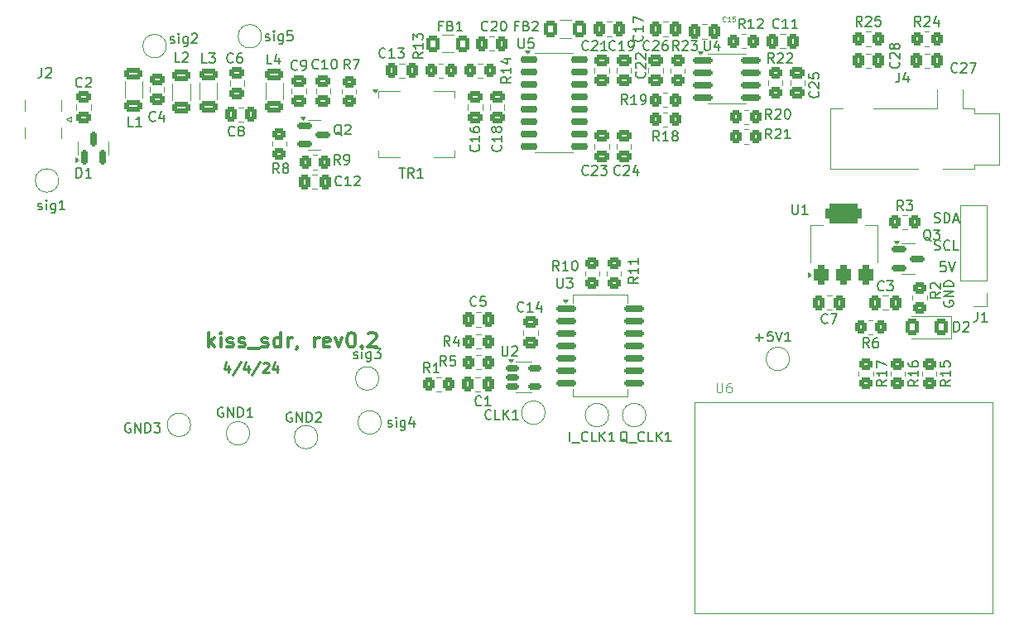
<source format=gto>
%TF.GenerationSoftware,KiCad,Pcbnew,8.0.1*%
%TF.CreationDate,2024-04-06T07:23:05-07:00*%
%TF.ProjectId,kiss_sdr_r2,6b697373-5f73-4647-925f-72322e6b6963,rev?*%
%TF.SameCoordinates,Original*%
%TF.FileFunction,Legend,Top*%
%TF.FilePolarity,Positive*%
%FSLAX46Y46*%
G04 Gerber Fmt 4.6, Leading zero omitted, Abs format (unit mm)*
G04 Created by KiCad (PCBNEW 8.0.1) date 2024-04-06 07:23:05*
%MOMM*%
%LPD*%
G01*
G04 APERTURE LIST*
G04 Aperture macros list*
%AMRoundRect*
0 Rectangle with rounded corners*
0 $1 Rounding radius*
0 $2 $3 $4 $5 $6 $7 $8 $9 X,Y pos of 4 corners*
0 Add a 4 corners polygon primitive as box body*
4,1,4,$2,$3,$4,$5,$6,$7,$8,$9,$2,$3,0*
0 Add four circle primitives for the rounded corners*
1,1,$1+$1,$2,$3*
1,1,$1+$1,$4,$5*
1,1,$1+$1,$6,$7*
1,1,$1+$1,$8,$9*
0 Add four rect primitives between the rounded corners*
20,1,$1+$1,$2,$3,$4,$5,0*
20,1,$1+$1,$4,$5,$6,$7,0*
20,1,$1+$1,$6,$7,$8,$9,0*
20,1,$1+$1,$8,$9,$2,$3,0*%
G04 Aperture macros list end*
%ADD10C,0.200000*%
%ADD11C,0.250000*%
%ADD12C,0.300000*%
%ADD13C,0.150000*%
%ADD14C,0.100000*%
%ADD15C,0.120000*%
%ADD16RoundRect,0.250000X-0.350000X-0.450000X0.350000X-0.450000X0.350000X0.450000X-0.350000X0.450000X0*%
%ADD17R,3.600000X1.270000*%
%ADD18R,4.200000X1.350000*%
%ADD19RoundRect,0.150000X-0.512500X-0.150000X0.512500X-0.150000X0.512500X0.150000X-0.512500X0.150000X0*%
%ADD20RoundRect,0.150000X-0.825000X-0.150000X0.825000X-0.150000X0.825000X0.150000X-0.825000X0.150000X0*%
%ADD21C,2.000000*%
%ADD22RoundRect,0.250000X-0.450000X0.350000X-0.450000X-0.350000X0.450000X-0.350000X0.450000X0.350000X0*%
%ADD23RoundRect,0.250000X0.475000X-0.337500X0.475000X0.337500X-0.475000X0.337500X-0.475000X-0.337500X0*%
%ADD24C,1.524000*%
%ADD25C,4.000000*%
%ADD26R,1.700000X1.700000*%
%ADD27O,1.700000X1.700000*%
%ADD28RoundRect,0.375000X0.375000X-0.625000X0.375000X0.625000X-0.375000X0.625000X-0.375000X-0.625000X0*%
%ADD29RoundRect,0.500000X1.400000X-0.500000X1.400000X0.500000X-1.400000X0.500000X-1.400000X-0.500000X0*%
%ADD30RoundRect,0.250000X0.350000X0.450000X-0.350000X0.450000X-0.350000X-0.450000X0.350000X-0.450000X0*%
%ADD31RoundRect,0.150000X-0.837500X-0.150000X0.837500X-0.150000X0.837500X0.150000X-0.837500X0.150000X0*%
%ADD32RoundRect,0.250000X-0.337500X-0.475000X0.337500X-0.475000X0.337500X0.475000X-0.337500X0.475000X0*%
%ADD33C,4.500000*%
%ADD34R,1.520000X1.270000*%
%ADD35RoundRect,0.250000X-0.475000X0.337500X-0.475000X-0.337500X0.475000X-0.337500X0.475000X0.337500X0*%
%ADD36RoundRect,0.250000X0.450000X-0.350000X0.450000X0.350000X-0.450000X0.350000X-0.450000X-0.350000X0*%
%ADD37RoundRect,0.250000X0.337500X0.475000X-0.337500X0.475000X-0.337500X-0.475000X0.337500X-0.475000X0*%
%ADD38RoundRect,0.250000X-0.700000X0.362500X-0.700000X-0.362500X0.700000X-0.362500X0.700000X0.362500X0*%
%ADD39RoundRect,0.150000X0.150000X-0.587500X0.150000X0.587500X-0.150000X0.587500X-0.150000X-0.587500X0*%
%ADD40RoundRect,0.150000X-0.725000X-0.150000X0.725000X-0.150000X0.725000X0.150000X-0.725000X0.150000X0*%
%ADD41RoundRect,0.250000X0.700000X-0.362500X0.700000X0.362500X-0.700000X0.362500X-0.700000X-0.362500X0*%
%ADD42RoundRect,0.250001X-0.462499X-0.624999X0.462499X-0.624999X0.462499X0.624999X-0.462499X0.624999X0*%
%ADD43C,1.700000*%
%ADD44R,2.200000X2.800000*%
%ADD45R,2.800000X2.800000*%
%ADD46RoundRect,0.250001X0.462499X0.624999X-0.462499X0.624999X-0.462499X-0.624999X0.462499X-0.624999X0*%
%ADD47RoundRect,0.150000X-0.587500X-0.150000X0.587500X-0.150000X0.587500X0.150000X-0.587500X0.150000X0*%
G04 APERTURE END LIST*
D10*
X175298854Y-98344600D02*
X175441711Y-98392219D01*
X175441711Y-98392219D02*
X175679806Y-98392219D01*
X175679806Y-98392219D02*
X175775044Y-98344600D01*
X175775044Y-98344600D02*
X175822663Y-98296980D01*
X175822663Y-98296980D02*
X175870282Y-98201742D01*
X175870282Y-98201742D02*
X175870282Y-98106504D01*
X175870282Y-98106504D02*
X175822663Y-98011266D01*
X175822663Y-98011266D02*
X175775044Y-97963647D01*
X175775044Y-97963647D02*
X175679806Y-97916028D01*
X175679806Y-97916028D02*
X175489330Y-97868409D01*
X175489330Y-97868409D02*
X175394092Y-97820790D01*
X175394092Y-97820790D02*
X175346473Y-97773171D01*
X175346473Y-97773171D02*
X175298854Y-97677933D01*
X175298854Y-97677933D02*
X175298854Y-97582695D01*
X175298854Y-97582695D02*
X175346473Y-97487457D01*
X175346473Y-97487457D02*
X175394092Y-97439838D01*
X175394092Y-97439838D02*
X175489330Y-97392219D01*
X175489330Y-97392219D02*
X175727425Y-97392219D01*
X175727425Y-97392219D02*
X175870282Y-97439838D01*
X176298854Y-98392219D02*
X176298854Y-97392219D01*
X176298854Y-97392219D02*
X176536949Y-97392219D01*
X176536949Y-97392219D02*
X176679806Y-97439838D01*
X176679806Y-97439838D02*
X176775044Y-97535076D01*
X176775044Y-97535076D02*
X176822663Y-97630314D01*
X176822663Y-97630314D02*
X176870282Y-97820790D01*
X176870282Y-97820790D02*
X176870282Y-97963647D01*
X176870282Y-97963647D02*
X176822663Y-98154123D01*
X176822663Y-98154123D02*
X176775044Y-98249361D01*
X176775044Y-98249361D02*
X176679806Y-98344600D01*
X176679806Y-98344600D02*
X176536949Y-98392219D01*
X176536949Y-98392219D02*
X176298854Y-98392219D01*
X177251235Y-98106504D02*
X177727425Y-98106504D01*
X177155997Y-98392219D02*
X177489330Y-97392219D01*
X177489330Y-97392219D02*
X177822663Y-98392219D01*
X176291638Y-106431517D02*
X176244019Y-106526755D01*
X176244019Y-106526755D02*
X176244019Y-106669612D01*
X176244019Y-106669612D02*
X176291638Y-106812469D01*
X176291638Y-106812469D02*
X176386876Y-106907707D01*
X176386876Y-106907707D02*
X176482114Y-106955326D01*
X176482114Y-106955326D02*
X176672590Y-107002945D01*
X176672590Y-107002945D02*
X176815447Y-107002945D01*
X176815447Y-107002945D02*
X177005923Y-106955326D01*
X177005923Y-106955326D02*
X177101161Y-106907707D01*
X177101161Y-106907707D02*
X177196400Y-106812469D01*
X177196400Y-106812469D02*
X177244019Y-106669612D01*
X177244019Y-106669612D02*
X177244019Y-106574374D01*
X177244019Y-106574374D02*
X177196400Y-106431517D01*
X177196400Y-106431517D02*
X177148780Y-106383898D01*
X177148780Y-106383898D02*
X176815447Y-106383898D01*
X176815447Y-106383898D02*
X176815447Y-106574374D01*
X177244019Y-105955326D02*
X176244019Y-105955326D01*
X176244019Y-105955326D02*
X177244019Y-105383898D01*
X177244019Y-105383898D02*
X176244019Y-105383898D01*
X177244019Y-104907707D02*
X176244019Y-104907707D01*
X176244019Y-104907707D02*
X176244019Y-104669612D01*
X176244019Y-104669612D02*
X176291638Y-104526755D01*
X176291638Y-104526755D02*
X176386876Y-104431517D01*
X176386876Y-104431517D02*
X176482114Y-104383898D01*
X176482114Y-104383898D02*
X176672590Y-104336279D01*
X176672590Y-104336279D02*
X176815447Y-104336279D01*
X176815447Y-104336279D02*
X177005923Y-104383898D01*
X177005923Y-104383898D02*
X177101161Y-104431517D01*
X177101161Y-104431517D02*
X177196400Y-104526755D01*
X177196400Y-104526755D02*
X177244019Y-104669612D01*
X177244019Y-104669612D02*
X177244019Y-104907707D01*
X175298854Y-101144600D02*
X175441711Y-101192219D01*
X175441711Y-101192219D02*
X175679806Y-101192219D01*
X175679806Y-101192219D02*
X175775044Y-101144600D01*
X175775044Y-101144600D02*
X175822663Y-101096980D01*
X175822663Y-101096980D02*
X175870282Y-101001742D01*
X175870282Y-101001742D02*
X175870282Y-100906504D01*
X175870282Y-100906504D02*
X175822663Y-100811266D01*
X175822663Y-100811266D02*
X175775044Y-100763647D01*
X175775044Y-100763647D02*
X175679806Y-100716028D01*
X175679806Y-100716028D02*
X175489330Y-100668409D01*
X175489330Y-100668409D02*
X175394092Y-100620790D01*
X175394092Y-100620790D02*
X175346473Y-100573171D01*
X175346473Y-100573171D02*
X175298854Y-100477933D01*
X175298854Y-100477933D02*
X175298854Y-100382695D01*
X175298854Y-100382695D02*
X175346473Y-100287457D01*
X175346473Y-100287457D02*
X175394092Y-100239838D01*
X175394092Y-100239838D02*
X175489330Y-100192219D01*
X175489330Y-100192219D02*
X175727425Y-100192219D01*
X175727425Y-100192219D02*
X175870282Y-100239838D01*
X176870282Y-101096980D02*
X176822663Y-101144600D01*
X176822663Y-101144600D02*
X176679806Y-101192219D01*
X176679806Y-101192219D02*
X176584568Y-101192219D01*
X176584568Y-101192219D02*
X176441711Y-101144600D01*
X176441711Y-101144600D02*
X176346473Y-101049361D01*
X176346473Y-101049361D02*
X176298854Y-100954123D01*
X176298854Y-100954123D02*
X176251235Y-100763647D01*
X176251235Y-100763647D02*
X176251235Y-100620790D01*
X176251235Y-100620790D02*
X176298854Y-100430314D01*
X176298854Y-100430314D02*
X176346473Y-100335076D01*
X176346473Y-100335076D02*
X176441711Y-100239838D01*
X176441711Y-100239838D02*
X176584568Y-100192219D01*
X176584568Y-100192219D02*
X176679806Y-100192219D01*
X176679806Y-100192219D02*
X176822663Y-100239838D01*
X176822663Y-100239838D02*
X176870282Y-100287457D01*
X177775044Y-101192219D02*
X177298854Y-101192219D01*
X177298854Y-101192219D02*
X177298854Y-100192219D01*
D11*
X103107939Y-113022952D02*
X103107939Y-113689619D01*
X102869844Y-112642000D02*
X102631749Y-113356285D01*
X102631749Y-113356285D02*
X103250796Y-113356285D01*
X104346034Y-112642000D02*
X103488892Y-113927714D01*
X105107939Y-113022952D02*
X105107939Y-113689619D01*
X104869844Y-112642000D02*
X104631749Y-113356285D01*
X104631749Y-113356285D02*
X105250796Y-113356285D01*
X106346034Y-112642000D02*
X105488892Y-113927714D01*
X106631749Y-112784857D02*
X106679368Y-112737238D01*
X106679368Y-112737238D02*
X106774606Y-112689619D01*
X106774606Y-112689619D02*
X107012701Y-112689619D01*
X107012701Y-112689619D02*
X107107939Y-112737238D01*
X107107939Y-112737238D02*
X107155558Y-112784857D01*
X107155558Y-112784857D02*
X107203177Y-112880095D01*
X107203177Y-112880095D02*
X107203177Y-112975333D01*
X107203177Y-112975333D02*
X107155558Y-113118190D01*
X107155558Y-113118190D02*
X106584130Y-113689619D01*
X106584130Y-113689619D02*
X107203177Y-113689619D01*
X108060320Y-113022952D02*
X108060320Y-113689619D01*
X107822225Y-112642000D02*
X107584130Y-113356285D01*
X107584130Y-113356285D02*
X108203177Y-113356285D01*
D12*
X101081310Y-111125828D02*
X101081310Y-109625828D01*
X101224168Y-110554400D02*
X101652739Y-111125828D01*
X101652739Y-110125828D02*
X101081310Y-110697257D01*
X102295596Y-111125828D02*
X102295596Y-110125828D01*
X102295596Y-109625828D02*
X102224168Y-109697257D01*
X102224168Y-109697257D02*
X102295596Y-109768685D01*
X102295596Y-109768685D02*
X102367025Y-109697257D01*
X102367025Y-109697257D02*
X102295596Y-109625828D01*
X102295596Y-109625828D02*
X102295596Y-109768685D01*
X102938454Y-111054400D02*
X103081311Y-111125828D01*
X103081311Y-111125828D02*
X103367025Y-111125828D01*
X103367025Y-111125828D02*
X103509882Y-111054400D01*
X103509882Y-111054400D02*
X103581311Y-110911542D01*
X103581311Y-110911542D02*
X103581311Y-110840114D01*
X103581311Y-110840114D02*
X103509882Y-110697257D01*
X103509882Y-110697257D02*
X103367025Y-110625828D01*
X103367025Y-110625828D02*
X103152740Y-110625828D01*
X103152740Y-110625828D02*
X103009882Y-110554400D01*
X103009882Y-110554400D02*
X102938454Y-110411542D01*
X102938454Y-110411542D02*
X102938454Y-110340114D01*
X102938454Y-110340114D02*
X103009882Y-110197257D01*
X103009882Y-110197257D02*
X103152740Y-110125828D01*
X103152740Y-110125828D02*
X103367025Y-110125828D01*
X103367025Y-110125828D02*
X103509882Y-110197257D01*
X104152740Y-111054400D02*
X104295597Y-111125828D01*
X104295597Y-111125828D02*
X104581311Y-111125828D01*
X104581311Y-111125828D02*
X104724168Y-111054400D01*
X104724168Y-111054400D02*
X104795597Y-110911542D01*
X104795597Y-110911542D02*
X104795597Y-110840114D01*
X104795597Y-110840114D02*
X104724168Y-110697257D01*
X104724168Y-110697257D02*
X104581311Y-110625828D01*
X104581311Y-110625828D02*
X104367026Y-110625828D01*
X104367026Y-110625828D02*
X104224168Y-110554400D01*
X104224168Y-110554400D02*
X104152740Y-110411542D01*
X104152740Y-110411542D02*
X104152740Y-110340114D01*
X104152740Y-110340114D02*
X104224168Y-110197257D01*
X104224168Y-110197257D02*
X104367026Y-110125828D01*
X104367026Y-110125828D02*
X104581311Y-110125828D01*
X104581311Y-110125828D02*
X104724168Y-110197257D01*
X105081312Y-111268685D02*
X106224169Y-111268685D01*
X106509883Y-111054400D02*
X106652740Y-111125828D01*
X106652740Y-111125828D02*
X106938454Y-111125828D01*
X106938454Y-111125828D02*
X107081311Y-111054400D01*
X107081311Y-111054400D02*
X107152740Y-110911542D01*
X107152740Y-110911542D02*
X107152740Y-110840114D01*
X107152740Y-110840114D02*
X107081311Y-110697257D01*
X107081311Y-110697257D02*
X106938454Y-110625828D01*
X106938454Y-110625828D02*
X106724169Y-110625828D01*
X106724169Y-110625828D02*
X106581311Y-110554400D01*
X106581311Y-110554400D02*
X106509883Y-110411542D01*
X106509883Y-110411542D02*
X106509883Y-110340114D01*
X106509883Y-110340114D02*
X106581311Y-110197257D01*
X106581311Y-110197257D02*
X106724169Y-110125828D01*
X106724169Y-110125828D02*
X106938454Y-110125828D01*
X106938454Y-110125828D02*
X107081311Y-110197257D01*
X108438455Y-111125828D02*
X108438455Y-109625828D01*
X108438455Y-111054400D02*
X108295597Y-111125828D01*
X108295597Y-111125828D02*
X108009883Y-111125828D01*
X108009883Y-111125828D02*
X107867026Y-111054400D01*
X107867026Y-111054400D02*
X107795597Y-110982971D01*
X107795597Y-110982971D02*
X107724169Y-110840114D01*
X107724169Y-110840114D02*
X107724169Y-110411542D01*
X107724169Y-110411542D02*
X107795597Y-110268685D01*
X107795597Y-110268685D02*
X107867026Y-110197257D01*
X107867026Y-110197257D02*
X108009883Y-110125828D01*
X108009883Y-110125828D02*
X108295597Y-110125828D01*
X108295597Y-110125828D02*
X108438455Y-110197257D01*
X109152740Y-111125828D02*
X109152740Y-110125828D01*
X109152740Y-110411542D02*
X109224169Y-110268685D01*
X109224169Y-110268685D02*
X109295598Y-110197257D01*
X109295598Y-110197257D02*
X109438455Y-110125828D01*
X109438455Y-110125828D02*
X109581312Y-110125828D01*
X110152740Y-111054400D02*
X110152740Y-111125828D01*
X110152740Y-111125828D02*
X110081311Y-111268685D01*
X110081311Y-111268685D02*
X110009883Y-111340114D01*
X111938454Y-111125828D02*
X111938454Y-110125828D01*
X111938454Y-110411542D02*
X112009883Y-110268685D01*
X112009883Y-110268685D02*
X112081312Y-110197257D01*
X112081312Y-110197257D02*
X112224169Y-110125828D01*
X112224169Y-110125828D02*
X112367026Y-110125828D01*
X113438454Y-111054400D02*
X113295597Y-111125828D01*
X113295597Y-111125828D02*
X113009883Y-111125828D01*
X113009883Y-111125828D02*
X112867025Y-111054400D01*
X112867025Y-111054400D02*
X112795597Y-110911542D01*
X112795597Y-110911542D02*
X112795597Y-110340114D01*
X112795597Y-110340114D02*
X112867025Y-110197257D01*
X112867025Y-110197257D02*
X113009883Y-110125828D01*
X113009883Y-110125828D02*
X113295597Y-110125828D01*
X113295597Y-110125828D02*
X113438454Y-110197257D01*
X113438454Y-110197257D02*
X113509883Y-110340114D01*
X113509883Y-110340114D02*
X113509883Y-110482971D01*
X113509883Y-110482971D02*
X112795597Y-110625828D01*
X114009882Y-110125828D02*
X114367025Y-111125828D01*
X114367025Y-111125828D02*
X114724168Y-110125828D01*
X115581311Y-109625828D02*
X115724168Y-109625828D01*
X115724168Y-109625828D02*
X115867025Y-109697257D01*
X115867025Y-109697257D02*
X115938454Y-109768685D01*
X115938454Y-109768685D02*
X116009882Y-109911542D01*
X116009882Y-109911542D02*
X116081311Y-110197257D01*
X116081311Y-110197257D02*
X116081311Y-110554400D01*
X116081311Y-110554400D02*
X116009882Y-110840114D01*
X116009882Y-110840114D02*
X115938454Y-110982971D01*
X115938454Y-110982971D02*
X115867025Y-111054400D01*
X115867025Y-111054400D02*
X115724168Y-111125828D01*
X115724168Y-111125828D02*
X115581311Y-111125828D01*
X115581311Y-111125828D02*
X115438454Y-111054400D01*
X115438454Y-111054400D02*
X115367025Y-110982971D01*
X115367025Y-110982971D02*
X115295596Y-110840114D01*
X115295596Y-110840114D02*
X115224168Y-110554400D01*
X115224168Y-110554400D02*
X115224168Y-110197257D01*
X115224168Y-110197257D02*
X115295596Y-109911542D01*
X115295596Y-109911542D02*
X115367025Y-109768685D01*
X115367025Y-109768685D02*
X115438454Y-109697257D01*
X115438454Y-109697257D02*
X115581311Y-109625828D01*
X116724167Y-110982971D02*
X116795596Y-111054400D01*
X116795596Y-111054400D02*
X116724167Y-111125828D01*
X116724167Y-111125828D02*
X116652739Y-111054400D01*
X116652739Y-111054400D02*
X116724167Y-110982971D01*
X116724167Y-110982971D02*
X116724167Y-111125828D01*
X117367025Y-109768685D02*
X117438453Y-109697257D01*
X117438453Y-109697257D02*
X117581311Y-109625828D01*
X117581311Y-109625828D02*
X117938453Y-109625828D01*
X117938453Y-109625828D02*
X118081311Y-109697257D01*
X118081311Y-109697257D02*
X118152739Y-109768685D01*
X118152739Y-109768685D02*
X118224168Y-109911542D01*
X118224168Y-109911542D02*
X118224168Y-110054400D01*
X118224168Y-110054400D02*
X118152739Y-110268685D01*
X118152739Y-110268685D02*
X117295596Y-111125828D01*
X117295596Y-111125828D02*
X118224168Y-111125828D01*
D10*
X176422663Y-102392219D02*
X175946473Y-102392219D01*
X175946473Y-102392219D02*
X175898854Y-102868409D01*
X175898854Y-102868409D02*
X175946473Y-102820790D01*
X175946473Y-102820790D02*
X176041711Y-102773171D01*
X176041711Y-102773171D02*
X176279806Y-102773171D01*
X176279806Y-102773171D02*
X176375044Y-102820790D01*
X176375044Y-102820790D02*
X176422663Y-102868409D01*
X176422663Y-102868409D02*
X176470282Y-102963647D01*
X176470282Y-102963647D02*
X176470282Y-103201742D01*
X176470282Y-103201742D02*
X176422663Y-103296980D01*
X176422663Y-103296980D02*
X176375044Y-103344600D01*
X176375044Y-103344600D02*
X176279806Y-103392219D01*
X176279806Y-103392219D02*
X176041711Y-103392219D01*
X176041711Y-103392219D02*
X175946473Y-103344600D01*
X175946473Y-103344600D02*
X175898854Y-103296980D01*
X176755997Y-102392219D02*
X177089330Y-103392219D01*
X177089330Y-103392219D02*
X177422663Y-102392219D01*
D13*
X147133942Y-90029819D02*
X146800609Y-89553628D01*
X146562514Y-90029819D02*
X146562514Y-89029819D01*
X146562514Y-89029819D02*
X146943466Y-89029819D01*
X146943466Y-89029819D02*
X147038704Y-89077438D01*
X147038704Y-89077438D02*
X147086323Y-89125057D01*
X147086323Y-89125057D02*
X147133942Y-89220295D01*
X147133942Y-89220295D02*
X147133942Y-89363152D01*
X147133942Y-89363152D02*
X147086323Y-89458390D01*
X147086323Y-89458390D02*
X147038704Y-89506009D01*
X147038704Y-89506009D02*
X146943466Y-89553628D01*
X146943466Y-89553628D02*
X146562514Y-89553628D01*
X148086323Y-90029819D02*
X147514895Y-90029819D01*
X147800609Y-90029819D02*
X147800609Y-89029819D01*
X147800609Y-89029819D02*
X147705371Y-89172676D01*
X147705371Y-89172676D02*
X147610133Y-89267914D01*
X147610133Y-89267914D02*
X147514895Y-89315533D01*
X148657752Y-89458390D02*
X148562514Y-89410771D01*
X148562514Y-89410771D02*
X148514895Y-89363152D01*
X148514895Y-89363152D02*
X148467276Y-89267914D01*
X148467276Y-89267914D02*
X148467276Y-89220295D01*
X148467276Y-89220295D02*
X148514895Y-89125057D01*
X148514895Y-89125057D02*
X148562514Y-89077438D01*
X148562514Y-89077438D02*
X148657752Y-89029819D01*
X148657752Y-89029819D02*
X148848228Y-89029819D01*
X148848228Y-89029819D02*
X148943466Y-89077438D01*
X148943466Y-89077438D02*
X148991085Y-89125057D01*
X148991085Y-89125057D02*
X149038704Y-89220295D01*
X149038704Y-89220295D02*
X149038704Y-89267914D01*
X149038704Y-89267914D02*
X148991085Y-89363152D01*
X148991085Y-89363152D02*
X148943466Y-89410771D01*
X148943466Y-89410771D02*
X148848228Y-89458390D01*
X148848228Y-89458390D02*
X148657752Y-89458390D01*
X148657752Y-89458390D02*
X148562514Y-89506009D01*
X148562514Y-89506009D02*
X148514895Y-89553628D01*
X148514895Y-89553628D02*
X148467276Y-89648866D01*
X148467276Y-89648866D02*
X148467276Y-89839342D01*
X148467276Y-89839342D02*
X148514895Y-89934580D01*
X148514895Y-89934580D02*
X148562514Y-89982200D01*
X148562514Y-89982200D02*
X148657752Y-90029819D01*
X148657752Y-90029819D02*
X148848228Y-90029819D01*
X148848228Y-90029819D02*
X148943466Y-89982200D01*
X148943466Y-89982200D02*
X148991085Y-89934580D01*
X148991085Y-89934580D02*
X149038704Y-89839342D01*
X149038704Y-89839342D02*
X149038704Y-89648866D01*
X149038704Y-89648866D02*
X148991085Y-89553628D01*
X148991085Y-89553628D02*
X148943466Y-89506009D01*
X148943466Y-89506009D02*
X148848228Y-89458390D01*
X83993466Y-82529819D02*
X83993466Y-83244104D01*
X83993466Y-83244104D02*
X83945847Y-83386961D01*
X83945847Y-83386961D02*
X83850609Y-83482200D01*
X83850609Y-83482200D02*
X83707752Y-83529819D01*
X83707752Y-83529819D02*
X83612514Y-83529819D01*
X84422038Y-82625057D02*
X84469657Y-82577438D01*
X84469657Y-82577438D02*
X84564895Y-82529819D01*
X84564895Y-82529819D02*
X84802990Y-82529819D01*
X84802990Y-82529819D02*
X84898228Y-82577438D01*
X84898228Y-82577438D02*
X84945847Y-82625057D01*
X84945847Y-82625057D02*
X84993466Y-82720295D01*
X84993466Y-82720295D02*
X84993466Y-82815533D01*
X84993466Y-82815533D02*
X84945847Y-82958390D01*
X84945847Y-82958390D02*
X84374419Y-83529819D01*
X84374419Y-83529819D02*
X84993466Y-83529819D01*
X131079595Y-111029819D02*
X131079595Y-111839342D01*
X131079595Y-111839342D02*
X131127214Y-111934580D01*
X131127214Y-111934580D02*
X131174833Y-111982200D01*
X131174833Y-111982200D02*
X131270071Y-112029819D01*
X131270071Y-112029819D02*
X131460547Y-112029819D01*
X131460547Y-112029819D02*
X131555785Y-111982200D01*
X131555785Y-111982200D02*
X131603404Y-111934580D01*
X131603404Y-111934580D02*
X131651023Y-111839342D01*
X131651023Y-111839342D02*
X131651023Y-111029819D01*
X132079595Y-111125057D02*
X132127214Y-111077438D01*
X132127214Y-111077438D02*
X132222452Y-111029819D01*
X132222452Y-111029819D02*
X132460547Y-111029819D01*
X132460547Y-111029819D02*
X132555785Y-111077438D01*
X132555785Y-111077438D02*
X132603404Y-111125057D01*
X132603404Y-111125057D02*
X132651023Y-111220295D01*
X132651023Y-111220295D02*
X132651023Y-111315533D01*
X132651023Y-111315533D02*
X132603404Y-111458390D01*
X132603404Y-111458390D02*
X132031976Y-112029819D01*
X132031976Y-112029819D02*
X132651023Y-112029819D01*
X151764895Y-79779819D02*
X151764895Y-80589342D01*
X151764895Y-80589342D02*
X151812514Y-80684580D01*
X151812514Y-80684580D02*
X151860133Y-80732200D01*
X151860133Y-80732200D02*
X151955371Y-80779819D01*
X151955371Y-80779819D02*
X152145847Y-80779819D01*
X152145847Y-80779819D02*
X152241085Y-80732200D01*
X152241085Y-80732200D02*
X152288704Y-80684580D01*
X152288704Y-80684580D02*
X152336323Y-80589342D01*
X152336323Y-80589342D02*
X152336323Y-79779819D01*
X153241085Y-80113152D02*
X153241085Y-80779819D01*
X153002990Y-79732200D02*
X152764895Y-80446485D01*
X152764895Y-80446485D02*
X153383942Y-80446485D01*
X119395848Y-119232200D02*
X119491086Y-119279819D01*
X119491086Y-119279819D02*
X119681562Y-119279819D01*
X119681562Y-119279819D02*
X119776800Y-119232200D01*
X119776800Y-119232200D02*
X119824419Y-119136961D01*
X119824419Y-119136961D02*
X119824419Y-119089342D01*
X119824419Y-119089342D02*
X119776800Y-118994104D01*
X119776800Y-118994104D02*
X119681562Y-118946485D01*
X119681562Y-118946485D02*
X119538705Y-118946485D01*
X119538705Y-118946485D02*
X119443467Y-118898866D01*
X119443467Y-118898866D02*
X119395848Y-118803628D01*
X119395848Y-118803628D02*
X119395848Y-118756009D01*
X119395848Y-118756009D02*
X119443467Y-118660771D01*
X119443467Y-118660771D02*
X119538705Y-118613152D01*
X119538705Y-118613152D02*
X119681562Y-118613152D01*
X119681562Y-118613152D02*
X119776800Y-118660771D01*
X120252991Y-119279819D02*
X120252991Y-118613152D01*
X120252991Y-118279819D02*
X120205372Y-118327438D01*
X120205372Y-118327438D02*
X120252991Y-118375057D01*
X120252991Y-118375057D02*
X120300610Y-118327438D01*
X120300610Y-118327438D02*
X120252991Y-118279819D01*
X120252991Y-118279819D02*
X120252991Y-118375057D01*
X121157752Y-118613152D02*
X121157752Y-119422676D01*
X121157752Y-119422676D02*
X121110133Y-119517914D01*
X121110133Y-119517914D02*
X121062514Y-119565533D01*
X121062514Y-119565533D02*
X120967276Y-119613152D01*
X120967276Y-119613152D02*
X120824419Y-119613152D01*
X120824419Y-119613152D02*
X120729181Y-119565533D01*
X121157752Y-119232200D02*
X121062514Y-119279819D01*
X121062514Y-119279819D02*
X120872038Y-119279819D01*
X120872038Y-119279819D02*
X120776800Y-119232200D01*
X120776800Y-119232200D02*
X120729181Y-119184580D01*
X120729181Y-119184580D02*
X120681562Y-119089342D01*
X120681562Y-119089342D02*
X120681562Y-118803628D01*
X120681562Y-118803628D02*
X120729181Y-118708390D01*
X120729181Y-118708390D02*
X120776800Y-118660771D01*
X120776800Y-118660771D02*
X120872038Y-118613152D01*
X120872038Y-118613152D02*
X121062514Y-118613152D01*
X121062514Y-118613152D02*
X121157752Y-118660771D01*
X122062514Y-118613152D02*
X122062514Y-119279819D01*
X121824419Y-118232200D02*
X121586324Y-118946485D01*
X121586324Y-118946485D02*
X122205371Y-118946485D01*
X129955371Y-118434580D02*
X129907752Y-118482200D01*
X129907752Y-118482200D02*
X129764895Y-118529819D01*
X129764895Y-118529819D02*
X129669657Y-118529819D01*
X129669657Y-118529819D02*
X129526800Y-118482200D01*
X129526800Y-118482200D02*
X129431562Y-118386961D01*
X129431562Y-118386961D02*
X129383943Y-118291723D01*
X129383943Y-118291723D02*
X129336324Y-118101247D01*
X129336324Y-118101247D02*
X129336324Y-117958390D01*
X129336324Y-117958390D02*
X129383943Y-117767914D01*
X129383943Y-117767914D02*
X129431562Y-117672676D01*
X129431562Y-117672676D02*
X129526800Y-117577438D01*
X129526800Y-117577438D02*
X129669657Y-117529819D01*
X129669657Y-117529819D02*
X129764895Y-117529819D01*
X129764895Y-117529819D02*
X129907752Y-117577438D01*
X129907752Y-117577438D02*
X129955371Y-117625057D01*
X130860133Y-118529819D02*
X130383943Y-118529819D01*
X130383943Y-118529819D02*
X130383943Y-117529819D01*
X131193467Y-118529819D02*
X131193467Y-117529819D01*
X131764895Y-118529819D02*
X131336324Y-117958390D01*
X131764895Y-117529819D02*
X131193467Y-118101247D01*
X132717276Y-118529819D02*
X132145848Y-118529819D01*
X132431562Y-118529819D02*
X132431562Y-117529819D01*
X132431562Y-117529819D02*
X132336324Y-117672676D01*
X132336324Y-117672676D02*
X132241086Y-117767914D01*
X132241086Y-117767914D02*
X132145848Y-117815533D01*
X175881619Y-105491666D02*
X175405428Y-105824999D01*
X175881619Y-106063094D02*
X174881619Y-106063094D01*
X174881619Y-106063094D02*
X174881619Y-105682142D01*
X174881619Y-105682142D02*
X174929238Y-105586904D01*
X174929238Y-105586904D02*
X174976857Y-105539285D01*
X174976857Y-105539285D02*
X175072095Y-105491666D01*
X175072095Y-105491666D02*
X175214952Y-105491666D01*
X175214952Y-105491666D02*
X175310190Y-105539285D01*
X175310190Y-105539285D02*
X175357809Y-105586904D01*
X175357809Y-105586904D02*
X175405428Y-105682142D01*
X175405428Y-105682142D02*
X175405428Y-106063094D01*
X174976857Y-105110713D02*
X174929238Y-105063094D01*
X174929238Y-105063094D02*
X174881619Y-104967856D01*
X174881619Y-104967856D02*
X174881619Y-104729761D01*
X174881619Y-104729761D02*
X174929238Y-104634523D01*
X174929238Y-104634523D02*
X174976857Y-104586904D01*
X174976857Y-104586904D02*
X175072095Y-104539285D01*
X175072095Y-104539285D02*
X175167333Y-104539285D01*
X175167333Y-104539285D02*
X175310190Y-104586904D01*
X175310190Y-104586904D02*
X175881619Y-105158332D01*
X175881619Y-105158332D02*
X175881619Y-104539285D01*
X125360133Y-113029819D02*
X125026800Y-112553628D01*
X124788705Y-113029819D02*
X124788705Y-112029819D01*
X124788705Y-112029819D02*
X125169657Y-112029819D01*
X125169657Y-112029819D02*
X125264895Y-112077438D01*
X125264895Y-112077438D02*
X125312514Y-112125057D01*
X125312514Y-112125057D02*
X125360133Y-112220295D01*
X125360133Y-112220295D02*
X125360133Y-112363152D01*
X125360133Y-112363152D02*
X125312514Y-112458390D01*
X125312514Y-112458390D02*
X125264895Y-112506009D01*
X125264895Y-112506009D02*
X125169657Y-112553628D01*
X125169657Y-112553628D02*
X124788705Y-112553628D01*
X126264895Y-112029819D02*
X125788705Y-112029819D01*
X125788705Y-112029819D02*
X125741086Y-112506009D01*
X125741086Y-112506009D02*
X125788705Y-112458390D01*
X125788705Y-112458390D02*
X125883943Y-112410771D01*
X125883943Y-112410771D02*
X126122038Y-112410771D01*
X126122038Y-112410771D02*
X126217276Y-112458390D01*
X126217276Y-112458390D02*
X126264895Y-112506009D01*
X126264895Y-112506009D02*
X126312514Y-112601247D01*
X126312514Y-112601247D02*
X126312514Y-112839342D01*
X126312514Y-112839342D02*
X126264895Y-112934580D01*
X126264895Y-112934580D02*
X126217276Y-112982200D01*
X126217276Y-112982200D02*
X126122038Y-113029819D01*
X126122038Y-113029819D02*
X125883943Y-113029819D01*
X125883943Y-113029819D02*
X125788705Y-112982200D01*
X125788705Y-112982200D02*
X125741086Y-112934580D01*
X128686380Y-90467857D02*
X128734000Y-90515476D01*
X128734000Y-90515476D02*
X128781619Y-90658333D01*
X128781619Y-90658333D02*
X128781619Y-90753571D01*
X128781619Y-90753571D02*
X128734000Y-90896428D01*
X128734000Y-90896428D02*
X128638761Y-90991666D01*
X128638761Y-90991666D02*
X128543523Y-91039285D01*
X128543523Y-91039285D02*
X128353047Y-91086904D01*
X128353047Y-91086904D02*
X128210190Y-91086904D01*
X128210190Y-91086904D02*
X128019714Y-91039285D01*
X128019714Y-91039285D02*
X127924476Y-90991666D01*
X127924476Y-90991666D02*
X127829238Y-90896428D01*
X127829238Y-90896428D02*
X127781619Y-90753571D01*
X127781619Y-90753571D02*
X127781619Y-90658333D01*
X127781619Y-90658333D02*
X127829238Y-90515476D01*
X127829238Y-90515476D02*
X127876857Y-90467857D01*
X128781619Y-89515476D02*
X128781619Y-90086904D01*
X128781619Y-89801190D02*
X127781619Y-89801190D01*
X127781619Y-89801190D02*
X127924476Y-89896428D01*
X127924476Y-89896428D02*
X128019714Y-89991666D01*
X128019714Y-89991666D02*
X128067333Y-90086904D01*
X127781619Y-88658333D02*
X127781619Y-88848809D01*
X127781619Y-88848809D02*
X127829238Y-88944047D01*
X127829238Y-88944047D02*
X127876857Y-88991666D01*
X127876857Y-88991666D02*
X128019714Y-89086904D01*
X128019714Y-89086904D02*
X128210190Y-89134523D01*
X128210190Y-89134523D02*
X128591142Y-89134523D01*
X128591142Y-89134523D02*
X128686380Y-89086904D01*
X128686380Y-89086904D02*
X128734000Y-89039285D01*
X128734000Y-89039285D02*
X128781619Y-88944047D01*
X128781619Y-88944047D02*
X128781619Y-88753571D01*
X128781619Y-88753571D02*
X128734000Y-88658333D01*
X128734000Y-88658333D02*
X128686380Y-88610714D01*
X128686380Y-88610714D02*
X128591142Y-88563095D01*
X128591142Y-88563095D02*
X128353047Y-88563095D01*
X128353047Y-88563095D02*
X128257809Y-88610714D01*
X128257809Y-88610714D02*
X128210190Y-88658333D01*
X128210190Y-88658333D02*
X128162571Y-88753571D01*
X128162571Y-88753571D02*
X128162571Y-88944047D01*
X128162571Y-88944047D02*
X128210190Y-89039285D01*
X128210190Y-89039285D02*
X128257809Y-89086904D01*
X128257809Y-89086904D02*
X128353047Y-89134523D01*
X97145848Y-79982200D02*
X97241086Y-80029819D01*
X97241086Y-80029819D02*
X97431562Y-80029819D01*
X97431562Y-80029819D02*
X97526800Y-79982200D01*
X97526800Y-79982200D02*
X97574419Y-79886961D01*
X97574419Y-79886961D02*
X97574419Y-79839342D01*
X97574419Y-79839342D02*
X97526800Y-79744104D01*
X97526800Y-79744104D02*
X97431562Y-79696485D01*
X97431562Y-79696485D02*
X97288705Y-79696485D01*
X97288705Y-79696485D02*
X97193467Y-79648866D01*
X97193467Y-79648866D02*
X97145848Y-79553628D01*
X97145848Y-79553628D02*
X97145848Y-79506009D01*
X97145848Y-79506009D02*
X97193467Y-79410771D01*
X97193467Y-79410771D02*
X97288705Y-79363152D01*
X97288705Y-79363152D02*
X97431562Y-79363152D01*
X97431562Y-79363152D02*
X97526800Y-79410771D01*
X98002991Y-80029819D02*
X98002991Y-79363152D01*
X98002991Y-79029819D02*
X97955372Y-79077438D01*
X97955372Y-79077438D02*
X98002991Y-79125057D01*
X98002991Y-79125057D02*
X98050610Y-79077438D01*
X98050610Y-79077438D02*
X98002991Y-79029819D01*
X98002991Y-79029819D02*
X98002991Y-79125057D01*
X98907752Y-79363152D02*
X98907752Y-80172676D01*
X98907752Y-80172676D02*
X98860133Y-80267914D01*
X98860133Y-80267914D02*
X98812514Y-80315533D01*
X98812514Y-80315533D02*
X98717276Y-80363152D01*
X98717276Y-80363152D02*
X98574419Y-80363152D01*
X98574419Y-80363152D02*
X98479181Y-80315533D01*
X98907752Y-79982200D02*
X98812514Y-80029819D01*
X98812514Y-80029819D02*
X98622038Y-80029819D01*
X98622038Y-80029819D02*
X98526800Y-79982200D01*
X98526800Y-79982200D02*
X98479181Y-79934580D01*
X98479181Y-79934580D02*
X98431562Y-79839342D01*
X98431562Y-79839342D02*
X98431562Y-79553628D01*
X98431562Y-79553628D02*
X98479181Y-79458390D01*
X98479181Y-79458390D02*
X98526800Y-79410771D01*
X98526800Y-79410771D02*
X98622038Y-79363152D01*
X98622038Y-79363152D02*
X98812514Y-79363152D01*
X98812514Y-79363152D02*
X98907752Y-79410771D01*
X99336324Y-79125057D02*
X99383943Y-79077438D01*
X99383943Y-79077438D02*
X99479181Y-79029819D01*
X99479181Y-79029819D02*
X99717276Y-79029819D01*
X99717276Y-79029819D02*
X99812514Y-79077438D01*
X99812514Y-79077438D02*
X99860133Y-79125057D01*
X99860133Y-79125057D02*
X99907752Y-79220295D01*
X99907752Y-79220295D02*
X99907752Y-79315533D01*
X99907752Y-79315533D02*
X99860133Y-79458390D01*
X99860133Y-79458390D02*
X99288705Y-80029819D01*
X99288705Y-80029819D02*
X99907752Y-80029819D01*
X167883942Y-78279819D02*
X167550609Y-77803628D01*
X167312514Y-78279819D02*
X167312514Y-77279819D01*
X167312514Y-77279819D02*
X167693466Y-77279819D01*
X167693466Y-77279819D02*
X167788704Y-77327438D01*
X167788704Y-77327438D02*
X167836323Y-77375057D01*
X167836323Y-77375057D02*
X167883942Y-77470295D01*
X167883942Y-77470295D02*
X167883942Y-77613152D01*
X167883942Y-77613152D02*
X167836323Y-77708390D01*
X167836323Y-77708390D02*
X167788704Y-77756009D01*
X167788704Y-77756009D02*
X167693466Y-77803628D01*
X167693466Y-77803628D02*
X167312514Y-77803628D01*
X168264895Y-77375057D02*
X168312514Y-77327438D01*
X168312514Y-77327438D02*
X168407752Y-77279819D01*
X168407752Y-77279819D02*
X168645847Y-77279819D01*
X168645847Y-77279819D02*
X168741085Y-77327438D01*
X168741085Y-77327438D02*
X168788704Y-77375057D01*
X168788704Y-77375057D02*
X168836323Y-77470295D01*
X168836323Y-77470295D02*
X168836323Y-77565533D01*
X168836323Y-77565533D02*
X168788704Y-77708390D01*
X168788704Y-77708390D02*
X168217276Y-78279819D01*
X168217276Y-78279819D02*
X168836323Y-78279819D01*
X169741085Y-77279819D02*
X169264895Y-77279819D01*
X169264895Y-77279819D02*
X169217276Y-77756009D01*
X169217276Y-77756009D02*
X169264895Y-77708390D01*
X169264895Y-77708390D02*
X169360133Y-77660771D01*
X169360133Y-77660771D02*
X169598228Y-77660771D01*
X169598228Y-77660771D02*
X169693466Y-77708390D01*
X169693466Y-77708390D02*
X169741085Y-77756009D01*
X169741085Y-77756009D02*
X169788704Y-77851247D01*
X169788704Y-77851247D02*
X169788704Y-78089342D01*
X169788704Y-78089342D02*
X169741085Y-78184580D01*
X169741085Y-78184580D02*
X169693466Y-78232200D01*
X169693466Y-78232200D02*
X169598228Y-78279819D01*
X169598228Y-78279819D02*
X169360133Y-78279819D01*
X169360133Y-78279819D02*
X169264895Y-78232200D01*
X169264895Y-78232200D02*
X169217276Y-78184580D01*
D14*
X153014895Y-114782419D02*
X153014895Y-115591942D01*
X153014895Y-115591942D02*
X153062514Y-115687180D01*
X153062514Y-115687180D02*
X153110133Y-115734800D01*
X153110133Y-115734800D02*
X153205371Y-115782419D01*
X153205371Y-115782419D02*
X153395847Y-115782419D01*
X153395847Y-115782419D02*
X153491085Y-115734800D01*
X153491085Y-115734800D02*
X153538704Y-115687180D01*
X153538704Y-115687180D02*
X153586323Y-115591942D01*
X153586323Y-115591942D02*
X153586323Y-114782419D01*
X154491085Y-114782419D02*
X154300609Y-114782419D01*
X154300609Y-114782419D02*
X154205371Y-114830038D01*
X154205371Y-114830038D02*
X154157752Y-114877657D01*
X154157752Y-114877657D02*
X154062514Y-115020514D01*
X154062514Y-115020514D02*
X154014895Y-115210990D01*
X154014895Y-115210990D02*
X154014895Y-115591942D01*
X154014895Y-115591942D02*
X154062514Y-115687180D01*
X154062514Y-115687180D02*
X154110133Y-115734800D01*
X154110133Y-115734800D02*
X154205371Y-115782419D01*
X154205371Y-115782419D02*
X154395847Y-115782419D01*
X154395847Y-115782419D02*
X154491085Y-115734800D01*
X154491085Y-115734800D02*
X154538704Y-115687180D01*
X154538704Y-115687180D02*
X154586323Y-115591942D01*
X154586323Y-115591942D02*
X154586323Y-115353847D01*
X154586323Y-115353847D02*
X154538704Y-115258609D01*
X154538704Y-115258609D02*
X154491085Y-115210990D01*
X154491085Y-115210990D02*
X154395847Y-115163371D01*
X154395847Y-115163371D02*
X154205371Y-115163371D01*
X154205371Y-115163371D02*
X154110133Y-115210990D01*
X154110133Y-115210990D02*
X154062514Y-115258609D01*
X154062514Y-115258609D02*
X154014895Y-115353847D01*
D13*
X130936380Y-90467857D02*
X130984000Y-90515476D01*
X130984000Y-90515476D02*
X131031619Y-90658333D01*
X131031619Y-90658333D02*
X131031619Y-90753571D01*
X131031619Y-90753571D02*
X130984000Y-90896428D01*
X130984000Y-90896428D02*
X130888761Y-90991666D01*
X130888761Y-90991666D02*
X130793523Y-91039285D01*
X130793523Y-91039285D02*
X130603047Y-91086904D01*
X130603047Y-91086904D02*
X130460190Y-91086904D01*
X130460190Y-91086904D02*
X130269714Y-91039285D01*
X130269714Y-91039285D02*
X130174476Y-90991666D01*
X130174476Y-90991666D02*
X130079238Y-90896428D01*
X130079238Y-90896428D02*
X130031619Y-90753571D01*
X130031619Y-90753571D02*
X130031619Y-90658333D01*
X130031619Y-90658333D02*
X130079238Y-90515476D01*
X130079238Y-90515476D02*
X130126857Y-90467857D01*
X131031619Y-89515476D02*
X131031619Y-90086904D01*
X131031619Y-89801190D02*
X130031619Y-89801190D01*
X130031619Y-89801190D02*
X130174476Y-89896428D01*
X130174476Y-89896428D02*
X130269714Y-89991666D01*
X130269714Y-89991666D02*
X130317333Y-90086904D01*
X130460190Y-88944047D02*
X130412571Y-89039285D01*
X130412571Y-89039285D02*
X130364952Y-89086904D01*
X130364952Y-89086904D02*
X130269714Y-89134523D01*
X130269714Y-89134523D02*
X130222095Y-89134523D01*
X130222095Y-89134523D02*
X130126857Y-89086904D01*
X130126857Y-89086904D02*
X130079238Y-89039285D01*
X130079238Y-89039285D02*
X130031619Y-88944047D01*
X130031619Y-88944047D02*
X130031619Y-88753571D01*
X130031619Y-88753571D02*
X130079238Y-88658333D01*
X130079238Y-88658333D02*
X130126857Y-88610714D01*
X130126857Y-88610714D02*
X130222095Y-88563095D01*
X130222095Y-88563095D02*
X130269714Y-88563095D01*
X130269714Y-88563095D02*
X130364952Y-88610714D01*
X130364952Y-88610714D02*
X130412571Y-88658333D01*
X130412571Y-88658333D02*
X130460190Y-88753571D01*
X130460190Y-88753571D02*
X130460190Y-88944047D01*
X130460190Y-88944047D02*
X130507809Y-89039285D01*
X130507809Y-89039285D02*
X130555428Y-89086904D01*
X130555428Y-89086904D02*
X130650666Y-89134523D01*
X130650666Y-89134523D02*
X130841142Y-89134523D01*
X130841142Y-89134523D02*
X130936380Y-89086904D01*
X130936380Y-89086904D02*
X130984000Y-89039285D01*
X130984000Y-89039285D02*
X131031619Y-88944047D01*
X131031619Y-88944047D02*
X131031619Y-88753571D01*
X131031619Y-88753571D02*
X130984000Y-88658333D01*
X130984000Y-88658333D02*
X130936380Y-88610714D01*
X130936380Y-88610714D02*
X130841142Y-88563095D01*
X130841142Y-88563095D02*
X130650666Y-88563095D01*
X130650666Y-88563095D02*
X130555428Y-88610714D01*
X130555428Y-88610714D02*
X130507809Y-88658333D01*
X130507809Y-88658333D02*
X130460190Y-88753571D01*
X133253842Y-107409380D02*
X133206223Y-107457000D01*
X133206223Y-107457000D02*
X133063366Y-107504619D01*
X133063366Y-107504619D02*
X132968128Y-107504619D01*
X132968128Y-107504619D02*
X132825271Y-107457000D01*
X132825271Y-107457000D02*
X132730033Y-107361761D01*
X132730033Y-107361761D02*
X132682414Y-107266523D01*
X132682414Y-107266523D02*
X132634795Y-107076047D01*
X132634795Y-107076047D02*
X132634795Y-106933190D01*
X132634795Y-106933190D02*
X132682414Y-106742714D01*
X132682414Y-106742714D02*
X132730033Y-106647476D01*
X132730033Y-106647476D02*
X132825271Y-106552238D01*
X132825271Y-106552238D02*
X132968128Y-106504619D01*
X132968128Y-106504619D02*
X133063366Y-106504619D01*
X133063366Y-106504619D02*
X133206223Y-106552238D01*
X133206223Y-106552238D02*
X133253842Y-106599857D01*
X134206223Y-107504619D02*
X133634795Y-107504619D01*
X133920509Y-107504619D02*
X133920509Y-106504619D01*
X133920509Y-106504619D02*
X133825271Y-106647476D01*
X133825271Y-106647476D02*
X133730033Y-106742714D01*
X133730033Y-106742714D02*
X133634795Y-106790333D01*
X135063366Y-106837952D02*
X135063366Y-107504619D01*
X134825271Y-106457000D02*
X134587176Y-107171285D01*
X134587176Y-107171285D02*
X135206223Y-107171285D01*
X123686133Y-113721119D02*
X123352800Y-113244928D01*
X123114705Y-113721119D02*
X123114705Y-112721119D01*
X123114705Y-112721119D02*
X123495657Y-112721119D01*
X123495657Y-112721119D02*
X123590895Y-112768738D01*
X123590895Y-112768738D02*
X123638514Y-112816357D01*
X123638514Y-112816357D02*
X123686133Y-112911595D01*
X123686133Y-112911595D02*
X123686133Y-113054452D01*
X123686133Y-113054452D02*
X123638514Y-113149690D01*
X123638514Y-113149690D02*
X123590895Y-113197309D01*
X123590895Y-113197309D02*
X123495657Y-113244928D01*
X123495657Y-113244928D02*
X123114705Y-113244928D01*
X124638514Y-113721119D02*
X124067086Y-113721119D01*
X124352800Y-113721119D02*
X124352800Y-112721119D01*
X124352800Y-112721119D02*
X124257562Y-112863976D01*
X124257562Y-112863976D02*
X124162324Y-112959214D01*
X124162324Y-112959214D02*
X124067086Y-113006833D01*
X179693466Y-107529819D02*
X179693466Y-108244104D01*
X179693466Y-108244104D02*
X179645847Y-108386961D01*
X179645847Y-108386961D02*
X179550609Y-108482200D01*
X179550609Y-108482200D02*
X179407752Y-108529819D01*
X179407752Y-108529819D02*
X179312514Y-108529819D01*
X180693466Y-108529819D02*
X180122038Y-108529819D01*
X180407752Y-108529819D02*
X180407752Y-107529819D01*
X180407752Y-107529819D02*
X180312514Y-107672676D01*
X180312514Y-107672676D02*
X180217276Y-107767914D01*
X180217276Y-107767914D02*
X180122038Y-107815533D01*
X155883942Y-78529819D02*
X155550609Y-78053628D01*
X155312514Y-78529819D02*
X155312514Y-77529819D01*
X155312514Y-77529819D02*
X155693466Y-77529819D01*
X155693466Y-77529819D02*
X155788704Y-77577438D01*
X155788704Y-77577438D02*
X155836323Y-77625057D01*
X155836323Y-77625057D02*
X155883942Y-77720295D01*
X155883942Y-77720295D02*
X155883942Y-77863152D01*
X155883942Y-77863152D02*
X155836323Y-77958390D01*
X155836323Y-77958390D02*
X155788704Y-78006009D01*
X155788704Y-78006009D02*
X155693466Y-78053628D01*
X155693466Y-78053628D02*
X155312514Y-78053628D01*
X156836323Y-78529819D02*
X156264895Y-78529819D01*
X156550609Y-78529819D02*
X156550609Y-77529819D01*
X156550609Y-77529819D02*
X156455371Y-77672676D01*
X156455371Y-77672676D02*
X156360133Y-77767914D01*
X156360133Y-77767914D02*
X156264895Y-77815533D01*
X157217276Y-77625057D02*
X157264895Y-77577438D01*
X157264895Y-77577438D02*
X157360133Y-77529819D01*
X157360133Y-77529819D02*
X157598228Y-77529819D01*
X157598228Y-77529819D02*
X157693466Y-77577438D01*
X157693466Y-77577438D02*
X157741085Y-77625057D01*
X157741085Y-77625057D02*
X157788704Y-77720295D01*
X157788704Y-77720295D02*
X157788704Y-77815533D01*
X157788704Y-77815533D02*
X157741085Y-77958390D01*
X157741085Y-77958390D02*
X157169657Y-78529819D01*
X157169657Y-78529819D02*
X157788704Y-78529819D01*
X139883942Y-93434580D02*
X139836323Y-93482200D01*
X139836323Y-93482200D02*
X139693466Y-93529819D01*
X139693466Y-93529819D02*
X139598228Y-93529819D01*
X139598228Y-93529819D02*
X139455371Y-93482200D01*
X139455371Y-93482200D02*
X139360133Y-93386961D01*
X139360133Y-93386961D02*
X139312514Y-93291723D01*
X139312514Y-93291723D02*
X139264895Y-93101247D01*
X139264895Y-93101247D02*
X139264895Y-92958390D01*
X139264895Y-92958390D02*
X139312514Y-92767914D01*
X139312514Y-92767914D02*
X139360133Y-92672676D01*
X139360133Y-92672676D02*
X139455371Y-92577438D01*
X139455371Y-92577438D02*
X139598228Y-92529819D01*
X139598228Y-92529819D02*
X139693466Y-92529819D01*
X139693466Y-92529819D02*
X139836323Y-92577438D01*
X139836323Y-92577438D02*
X139883942Y-92625057D01*
X140264895Y-92625057D02*
X140312514Y-92577438D01*
X140312514Y-92577438D02*
X140407752Y-92529819D01*
X140407752Y-92529819D02*
X140645847Y-92529819D01*
X140645847Y-92529819D02*
X140741085Y-92577438D01*
X140741085Y-92577438D02*
X140788704Y-92625057D01*
X140788704Y-92625057D02*
X140836323Y-92720295D01*
X140836323Y-92720295D02*
X140836323Y-92815533D01*
X140836323Y-92815533D02*
X140788704Y-92958390D01*
X140788704Y-92958390D02*
X140217276Y-93529819D01*
X140217276Y-93529819D02*
X140836323Y-93529819D01*
X141169657Y-92529819D02*
X141788704Y-92529819D01*
X141788704Y-92529819D02*
X141455371Y-92910771D01*
X141455371Y-92910771D02*
X141598228Y-92910771D01*
X141598228Y-92910771D02*
X141693466Y-92958390D01*
X141693466Y-92958390D02*
X141741085Y-93006009D01*
X141741085Y-93006009D02*
X141788704Y-93101247D01*
X141788704Y-93101247D02*
X141788704Y-93339342D01*
X141788704Y-93339342D02*
X141741085Y-93434580D01*
X141741085Y-93434580D02*
X141693466Y-93482200D01*
X141693466Y-93482200D02*
X141598228Y-93529819D01*
X141598228Y-93529819D02*
X141312514Y-93529819D01*
X141312514Y-93529819D02*
X141217276Y-93482200D01*
X141217276Y-93482200D02*
X141169657Y-93434580D01*
X115895848Y-112232200D02*
X115991086Y-112279819D01*
X115991086Y-112279819D02*
X116181562Y-112279819D01*
X116181562Y-112279819D02*
X116276800Y-112232200D01*
X116276800Y-112232200D02*
X116324419Y-112136961D01*
X116324419Y-112136961D02*
X116324419Y-112089342D01*
X116324419Y-112089342D02*
X116276800Y-111994104D01*
X116276800Y-111994104D02*
X116181562Y-111946485D01*
X116181562Y-111946485D02*
X116038705Y-111946485D01*
X116038705Y-111946485D02*
X115943467Y-111898866D01*
X115943467Y-111898866D02*
X115895848Y-111803628D01*
X115895848Y-111803628D02*
X115895848Y-111756009D01*
X115895848Y-111756009D02*
X115943467Y-111660771D01*
X115943467Y-111660771D02*
X116038705Y-111613152D01*
X116038705Y-111613152D02*
X116181562Y-111613152D01*
X116181562Y-111613152D02*
X116276800Y-111660771D01*
X116752991Y-112279819D02*
X116752991Y-111613152D01*
X116752991Y-111279819D02*
X116705372Y-111327438D01*
X116705372Y-111327438D02*
X116752991Y-111375057D01*
X116752991Y-111375057D02*
X116800610Y-111327438D01*
X116800610Y-111327438D02*
X116752991Y-111279819D01*
X116752991Y-111279819D02*
X116752991Y-111375057D01*
X117657752Y-111613152D02*
X117657752Y-112422676D01*
X117657752Y-112422676D02*
X117610133Y-112517914D01*
X117610133Y-112517914D02*
X117562514Y-112565533D01*
X117562514Y-112565533D02*
X117467276Y-112613152D01*
X117467276Y-112613152D02*
X117324419Y-112613152D01*
X117324419Y-112613152D02*
X117229181Y-112565533D01*
X117657752Y-112232200D02*
X117562514Y-112279819D01*
X117562514Y-112279819D02*
X117372038Y-112279819D01*
X117372038Y-112279819D02*
X117276800Y-112232200D01*
X117276800Y-112232200D02*
X117229181Y-112184580D01*
X117229181Y-112184580D02*
X117181562Y-112089342D01*
X117181562Y-112089342D02*
X117181562Y-111803628D01*
X117181562Y-111803628D02*
X117229181Y-111708390D01*
X117229181Y-111708390D02*
X117276800Y-111660771D01*
X117276800Y-111660771D02*
X117372038Y-111613152D01*
X117372038Y-111613152D02*
X117562514Y-111613152D01*
X117562514Y-111613152D02*
X117657752Y-111660771D01*
X118038705Y-111279819D02*
X118657752Y-111279819D01*
X118657752Y-111279819D02*
X118324419Y-111660771D01*
X118324419Y-111660771D02*
X118467276Y-111660771D01*
X118467276Y-111660771D02*
X118562514Y-111708390D01*
X118562514Y-111708390D02*
X118610133Y-111756009D01*
X118610133Y-111756009D02*
X118657752Y-111851247D01*
X118657752Y-111851247D02*
X118657752Y-112089342D01*
X118657752Y-112089342D02*
X118610133Y-112184580D01*
X118610133Y-112184580D02*
X118562514Y-112232200D01*
X118562514Y-112232200D02*
X118467276Y-112279819D01*
X118467276Y-112279819D02*
X118181562Y-112279819D01*
X118181562Y-112279819D02*
X118086324Y-112232200D01*
X118086324Y-112232200D02*
X118038705Y-112184580D01*
X160764895Y-96529819D02*
X160764895Y-97339342D01*
X160764895Y-97339342D02*
X160812514Y-97434580D01*
X160812514Y-97434580D02*
X160860133Y-97482200D01*
X160860133Y-97482200D02*
X160955371Y-97529819D01*
X160955371Y-97529819D02*
X161145847Y-97529819D01*
X161145847Y-97529819D02*
X161241085Y-97482200D01*
X161241085Y-97482200D02*
X161288704Y-97434580D01*
X161288704Y-97434580D02*
X161336323Y-97339342D01*
X161336323Y-97339342D02*
X161336323Y-96529819D01*
X162336323Y-97529819D02*
X161764895Y-97529819D01*
X162050609Y-97529819D02*
X162050609Y-96529819D01*
X162050609Y-96529819D02*
X161955371Y-96672676D01*
X161955371Y-96672676D02*
X161860133Y-96767914D01*
X161860133Y-96767914D02*
X161764895Y-96815533D01*
X131981619Y-83467857D02*
X131505428Y-83801190D01*
X131981619Y-84039285D02*
X130981619Y-84039285D01*
X130981619Y-84039285D02*
X130981619Y-83658333D01*
X130981619Y-83658333D02*
X131029238Y-83563095D01*
X131029238Y-83563095D02*
X131076857Y-83515476D01*
X131076857Y-83515476D02*
X131172095Y-83467857D01*
X131172095Y-83467857D02*
X131314952Y-83467857D01*
X131314952Y-83467857D02*
X131410190Y-83515476D01*
X131410190Y-83515476D02*
X131457809Y-83563095D01*
X131457809Y-83563095D02*
X131505428Y-83658333D01*
X131505428Y-83658333D02*
X131505428Y-84039285D01*
X131981619Y-82515476D02*
X131981619Y-83086904D01*
X131981619Y-82801190D02*
X130981619Y-82801190D01*
X130981619Y-82801190D02*
X131124476Y-82896428D01*
X131124476Y-82896428D02*
X131219714Y-82991666D01*
X131219714Y-82991666D02*
X131267333Y-83086904D01*
X131314952Y-81658333D02*
X131981619Y-81658333D01*
X130934000Y-81896428D02*
X131648285Y-82134523D01*
X131648285Y-82134523D02*
X131648285Y-81515476D01*
X136712695Y-104072119D02*
X136712695Y-104881642D01*
X136712695Y-104881642D02*
X136760314Y-104976880D01*
X136760314Y-104976880D02*
X136807933Y-105024500D01*
X136807933Y-105024500D02*
X136903171Y-105072119D01*
X136903171Y-105072119D02*
X137093647Y-105072119D01*
X137093647Y-105072119D02*
X137188885Y-105024500D01*
X137188885Y-105024500D02*
X137236504Y-104976880D01*
X137236504Y-104976880D02*
X137284123Y-104881642D01*
X137284123Y-104881642D02*
X137284123Y-104072119D01*
X137665076Y-104072119D02*
X138284123Y-104072119D01*
X138284123Y-104072119D02*
X137950790Y-104453071D01*
X137950790Y-104453071D02*
X138093647Y-104453071D01*
X138093647Y-104453071D02*
X138188885Y-104500690D01*
X138188885Y-104500690D02*
X138236504Y-104548309D01*
X138236504Y-104548309D02*
X138284123Y-104643547D01*
X138284123Y-104643547D02*
X138284123Y-104881642D01*
X138284123Y-104881642D02*
X138236504Y-104976880D01*
X138236504Y-104976880D02*
X138188885Y-105024500D01*
X138188885Y-105024500D02*
X138093647Y-105072119D01*
X138093647Y-105072119D02*
X137807933Y-105072119D01*
X137807933Y-105072119D02*
X137712695Y-105024500D01*
X137712695Y-105024500D02*
X137665076Y-104976880D01*
X158633942Y-87779819D02*
X158300609Y-87303628D01*
X158062514Y-87779819D02*
X158062514Y-86779819D01*
X158062514Y-86779819D02*
X158443466Y-86779819D01*
X158443466Y-86779819D02*
X158538704Y-86827438D01*
X158538704Y-86827438D02*
X158586323Y-86875057D01*
X158586323Y-86875057D02*
X158633942Y-86970295D01*
X158633942Y-86970295D02*
X158633942Y-87113152D01*
X158633942Y-87113152D02*
X158586323Y-87208390D01*
X158586323Y-87208390D02*
X158538704Y-87256009D01*
X158538704Y-87256009D02*
X158443466Y-87303628D01*
X158443466Y-87303628D02*
X158062514Y-87303628D01*
X159014895Y-86875057D02*
X159062514Y-86827438D01*
X159062514Y-86827438D02*
X159157752Y-86779819D01*
X159157752Y-86779819D02*
X159395847Y-86779819D01*
X159395847Y-86779819D02*
X159491085Y-86827438D01*
X159491085Y-86827438D02*
X159538704Y-86875057D01*
X159538704Y-86875057D02*
X159586323Y-86970295D01*
X159586323Y-86970295D02*
X159586323Y-87065533D01*
X159586323Y-87065533D02*
X159538704Y-87208390D01*
X159538704Y-87208390D02*
X158967276Y-87779819D01*
X158967276Y-87779819D02*
X159586323Y-87779819D01*
X160205371Y-86779819D02*
X160300609Y-86779819D01*
X160300609Y-86779819D02*
X160395847Y-86827438D01*
X160395847Y-86827438D02*
X160443466Y-86875057D01*
X160443466Y-86875057D02*
X160491085Y-86970295D01*
X160491085Y-86970295D02*
X160538704Y-87160771D01*
X160538704Y-87160771D02*
X160538704Y-87398866D01*
X160538704Y-87398866D02*
X160491085Y-87589342D01*
X160491085Y-87589342D02*
X160443466Y-87684580D01*
X160443466Y-87684580D02*
X160395847Y-87732200D01*
X160395847Y-87732200D02*
X160300609Y-87779819D01*
X160300609Y-87779819D02*
X160205371Y-87779819D01*
X160205371Y-87779819D02*
X160110133Y-87732200D01*
X160110133Y-87732200D02*
X160062514Y-87684580D01*
X160062514Y-87684580D02*
X160014895Y-87589342D01*
X160014895Y-87589342D02*
X159967276Y-87398866D01*
X159967276Y-87398866D02*
X159967276Y-87160771D01*
X159967276Y-87160771D02*
X160014895Y-86970295D01*
X160014895Y-86970295D02*
X160062514Y-86875057D01*
X160062514Y-86875057D02*
X160110133Y-86827438D01*
X160110133Y-86827438D02*
X160205371Y-86779819D01*
X109560104Y-117829438D02*
X109464866Y-117781819D01*
X109464866Y-117781819D02*
X109322009Y-117781819D01*
X109322009Y-117781819D02*
X109179152Y-117829438D01*
X109179152Y-117829438D02*
X109083914Y-117924676D01*
X109083914Y-117924676D02*
X109036295Y-118019914D01*
X109036295Y-118019914D02*
X108988676Y-118210390D01*
X108988676Y-118210390D02*
X108988676Y-118353247D01*
X108988676Y-118353247D02*
X109036295Y-118543723D01*
X109036295Y-118543723D02*
X109083914Y-118638961D01*
X109083914Y-118638961D02*
X109179152Y-118734200D01*
X109179152Y-118734200D02*
X109322009Y-118781819D01*
X109322009Y-118781819D02*
X109417247Y-118781819D01*
X109417247Y-118781819D02*
X109560104Y-118734200D01*
X109560104Y-118734200D02*
X109607723Y-118686580D01*
X109607723Y-118686580D02*
X109607723Y-118353247D01*
X109607723Y-118353247D02*
X109417247Y-118353247D01*
X110036295Y-118781819D02*
X110036295Y-117781819D01*
X110036295Y-117781819D02*
X110607723Y-118781819D01*
X110607723Y-118781819D02*
X110607723Y-117781819D01*
X111083914Y-118781819D02*
X111083914Y-117781819D01*
X111083914Y-117781819D02*
X111322009Y-117781819D01*
X111322009Y-117781819D02*
X111464866Y-117829438D01*
X111464866Y-117829438D02*
X111560104Y-117924676D01*
X111560104Y-117924676D02*
X111607723Y-118019914D01*
X111607723Y-118019914D02*
X111655342Y-118210390D01*
X111655342Y-118210390D02*
X111655342Y-118353247D01*
X111655342Y-118353247D02*
X111607723Y-118543723D01*
X111607723Y-118543723D02*
X111560104Y-118638961D01*
X111560104Y-118638961D02*
X111464866Y-118734200D01*
X111464866Y-118734200D02*
X111322009Y-118781819D01*
X111322009Y-118781819D02*
X111083914Y-118781819D01*
X112036295Y-117877057D02*
X112083914Y-117829438D01*
X112083914Y-117829438D02*
X112179152Y-117781819D01*
X112179152Y-117781819D02*
X112417247Y-117781819D01*
X112417247Y-117781819D02*
X112512485Y-117829438D01*
X112512485Y-117829438D02*
X112560104Y-117877057D01*
X112560104Y-117877057D02*
X112607723Y-117972295D01*
X112607723Y-117972295D02*
X112607723Y-118067533D01*
X112607723Y-118067533D02*
X112560104Y-118210390D01*
X112560104Y-118210390D02*
X111988676Y-118781819D01*
X111988676Y-118781819D02*
X112607723Y-118781819D01*
X158633942Y-89779819D02*
X158300609Y-89303628D01*
X158062514Y-89779819D02*
X158062514Y-88779819D01*
X158062514Y-88779819D02*
X158443466Y-88779819D01*
X158443466Y-88779819D02*
X158538704Y-88827438D01*
X158538704Y-88827438D02*
X158586323Y-88875057D01*
X158586323Y-88875057D02*
X158633942Y-88970295D01*
X158633942Y-88970295D02*
X158633942Y-89113152D01*
X158633942Y-89113152D02*
X158586323Y-89208390D01*
X158586323Y-89208390D02*
X158538704Y-89256009D01*
X158538704Y-89256009D02*
X158443466Y-89303628D01*
X158443466Y-89303628D02*
X158062514Y-89303628D01*
X159014895Y-88875057D02*
X159062514Y-88827438D01*
X159062514Y-88827438D02*
X159157752Y-88779819D01*
X159157752Y-88779819D02*
X159395847Y-88779819D01*
X159395847Y-88779819D02*
X159491085Y-88827438D01*
X159491085Y-88827438D02*
X159538704Y-88875057D01*
X159538704Y-88875057D02*
X159586323Y-88970295D01*
X159586323Y-88970295D02*
X159586323Y-89065533D01*
X159586323Y-89065533D02*
X159538704Y-89208390D01*
X159538704Y-89208390D02*
X158967276Y-89779819D01*
X158967276Y-89779819D02*
X159586323Y-89779819D01*
X160538704Y-89779819D02*
X159967276Y-89779819D01*
X160252990Y-89779819D02*
X160252990Y-88779819D01*
X160252990Y-88779819D02*
X160157752Y-88922676D01*
X160157752Y-88922676D02*
X160062514Y-89017914D01*
X160062514Y-89017914D02*
X159967276Y-89065533D01*
X159383942Y-78434580D02*
X159336323Y-78482200D01*
X159336323Y-78482200D02*
X159193466Y-78529819D01*
X159193466Y-78529819D02*
X159098228Y-78529819D01*
X159098228Y-78529819D02*
X158955371Y-78482200D01*
X158955371Y-78482200D02*
X158860133Y-78386961D01*
X158860133Y-78386961D02*
X158812514Y-78291723D01*
X158812514Y-78291723D02*
X158764895Y-78101247D01*
X158764895Y-78101247D02*
X158764895Y-77958390D01*
X158764895Y-77958390D02*
X158812514Y-77767914D01*
X158812514Y-77767914D02*
X158860133Y-77672676D01*
X158860133Y-77672676D02*
X158955371Y-77577438D01*
X158955371Y-77577438D02*
X159098228Y-77529819D01*
X159098228Y-77529819D02*
X159193466Y-77529819D01*
X159193466Y-77529819D02*
X159336323Y-77577438D01*
X159336323Y-77577438D02*
X159383942Y-77625057D01*
X160336323Y-78529819D02*
X159764895Y-78529819D01*
X160050609Y-78529819D02*
X160050609Y-77529819D01*
X160050609Y-77529819D02*
X159955371Y-77672676D01*
X159955371Y-77672676D02*
X159860133Y-77767914D01*
X159860133Y-77767914D02*
X159764895Y-77815533D01*
X161288704Y-78529819D02*
X160717276Y-78529819D01*
X161002990Y-78529819D02*
X161002990Y-77529819D01*
X161002990Y-77529819D02*
X160907752Y-77672676D01*
X160907752Y-77672676D02*
X160812514Y-77767914D01*
X160812514Y-77767914D02*
X160717276Y-77815533D01*
X93054904Y-118907638D02*
X92959666Y-118860019D01*
X92959666Y-118860019D02*
X92816809Y-118860019D01*
X92816809Y-118860019D02*
X92673952Y-118907638D01*
X92673952Y-118907638D02*
X92578714Y-119002876D01*
X92578714Y-119002876D02*
X92531095Y-119098114D01*
X92531095Y-119098114D02*
X92483476Y-119288590D01*
X92483476Y-119288590D02*
X92483476Y-119431447D01*
X92483476Y-119431447D02*
X92531095Y-119621923D01*
X92531095Y-119621923D02*
X92578714Y-119717161D01*
X92578714Y-119717161D02*
X92673952Y-119812400D01*
X92673952Y-119812400D02*
X92816809Y-119860019D01*
X92816809Y-119860019D02*
X92912047Y-119860019D01*
X92912047Y-119860019D02*
X93054904Y-119812400D01*
X93054904Y-119812400D02*
X93102523Y-119764780D01*
X93102523Y-119764780D02*
X93102523Y-119431447D01*
X93102523Y-119431447D02*
X92912047Y-119431447D01*
X93531095Y-119860019D02*
X93531095Y-118860019D01*
X93531095Y-118860019D02*
X94102523Y-119860019D01*
X94102523Y-119860019D02*
X94102523Y-118860019D01*
X94578714Y-119860019D02*
X94578714Y-118860019D01*
X94578714Y-118860019D02*
X94816809Y-118860019D01*
X94816809Y-118860019D02*
X94959666Y-118907638D01*
X94959666Y-118907638D02*
X95054904Y-119002876D01*
X95054904Y-119002876D02*
X95102523Y-119098114D01*
X95102523Y-119098114D02*
X95150142Y-119288590D01*
X95150142Y-119288590D02*
X95150142Y-119431447D01*
X95150142Y-119431447D02*
X95102523Y-119621923D01*
X95102523Y-119621923D02*
X95054904Y-119717161D01*
X95054904Y-119717161D02*
X94959666Y-119812400D01*
X94959666Y-119812400D02*
X94816809Y-119860019D01*
X94816809Y-119860019D02*
X94578714Y-119860019D01*
X95483476Y-118860019D02*
X96102523Y-118860019D01*
X96102523Y-118860019D02*
X95769190Y-119240971D01*
X95769190Y-119240971D02*
X95912047Y-119240971D01*
X95912047Y-119240971D02*
X96007285Y-119288590D01*
X96007285Y-119288590D02*
X96054904Y-119336209D01*
X96054904Y-119336209D02*
X96102523Y-119431447D01*
X96102523Y-119431447D02*
X96102523Y-119669542D01*
X96102523Y-119669542D02*
X96054904Y-119764780D01*
X96054904Y-119764780D02*
X96007285Y-119812400D01*
X96007285Y-119812400D02*
X95912047Y-119860019D01*
X95912047Y-119860019D02*
X95626333Y-119860019D01*
X95626333Y-119860019D02*
X95531095Y-119812400D01*
X95531095Y-119812400D02*
X95483476Y-119764780D01*
X122981619Y-80967857D02*
X122505428Y-81301190D01*
X122981619Y-81539285D02*
X121981619Y-81539285D01*
X121981619Y-81539285D02*
X121981619Y-81158333D01*
X121981619Y-81158333D02*
X122029238Y-81063095D01*
X122029238Y-81063095D02*
X122076857Y-81015476D01*
X122076857Y-81015476D02*
X122172095Y-80967857D01*
X122172095Y-80967857D02*
X122314952Y-80967857D01*
X122314952Y-80967857D02*
X122410190Y-81015476D01*
X122410190Y-81015476D02*
X122457809Y-81063095D01*
X122457809Y-81063095D02*
X122505428Y-81158333D01*
X122505428Y-81158333D02*
X122505428Y-81539285D01*
X122981619Y-80015476D02*
X122981619Y-80586904D01*
X122981619Y-80301190D02*
X121981619Y-80301190D01*
X121981619Y-80301190D02*
X122124476Y-80396428D01*
X122124476Y-80396428D02*
X122219714Y-80491666D01*
X122219714Y-80491666D02*
X122267333Y-80586904D01*
X121981619Y-79682142D02*
X121981619Y-79063095D01*
X121981619Y-79063095D02*
X122362571Y-79396428D01*
X122362571Y-79396428D02*
X122362571Y-79253571D01*
X122362571Y-79253571D02*
X122410190Y-79158333D01*
X122410190Y-79158333D02*
X122457809Y-79110714D01*
X122457809Y-79110714D02*
X122553047Y-79063095D01*
X122553047Y-79063095D02*
X122791142Y-79063095D01*
X122791142Y-79063095D02*
X122886380Y-79110714D01*
X122886380Y-79110714D02*
X122934000Y-79158333D01*
X122934000Y-79158333D02*
X122981619Y-79253571D01*
X122981619Y-79253571D02*
X122981619Y-79539285D01*
X122981619Y-79539285D02*
X122934000Y-79634523D01*
X122934000Y-79634523D02*
X122886380Y-79682142D01*
X157014895Y-110148866D02*
X157776800Y-110148866D01*
X157395847Y-110529819D02*
X157395847Y-109767914D01*
X158729180Y-109529819D02*
X158252990Y-109529819D01*
X158252990Y-109529819D02*
X158205371Y-110006009D01*
X158205371Y-110006009D02*
X158252990Y-109958390D01*
X158252990Y-109958390D02*
X158348228Y-109910771D01*
X158348228Y-109910771D02*
X158586323Y-109910771D01*
X158586323Y-109910771D02*
X158681561Y-109958390D01*
X158681561Y-109958390D02*
X158729180Y-110006009D01*
X158729180Y-110006009D02*
X158776799Y-110101247D01*
X158776799Y-110101247D02*
X158776799Y-110339342D01*
X158776799Y-110339342D02*
X158729180Y-110434580D01*
X158729180Y-110434580D02*
X158681561Y-110482200D01*
X158681561Y-110482200D02*
X158586323Y-110529819D01*
X158586323Y-110529819D02*
X158348228Y-110529819D01*
X158348228Y-110529819D02*
X158252990Y-110482200D01*
X158252990Y-110482200D02*
X158205371Y-110434580D01*
X159062514Y-109529819D02*
X159395847Y-110529819D01*
X159395847Y-110529819D02*
X159729180Y-109529819D01*
X160586323Y-110529819D02*
X160014895Y-110529819D01*
X160300609Y-110529819D02*
X160300609Y-109529819D01*
X160300609Y-109529819D02*
X160205371Y-109672676D01*
X160205371Y-109672676D02*
X160110133Y-109767914D01*
X160110133Y-109767914D02*
X160014895Y-109815533D01*
X143895847Y-120875057D02*
X143800609Y-120827438D01*
X143800609Y-120827438D02*
X143705371Y-120732200D01*
X143705371Y-120732200D02*
X143562514Y-120589342D01*
X143562514Y-120589342D02*
X143467276Y-120541723D01*
X143467276Y-120541723D02*
X143372038Y-120541723D01*
X143419657Y-120779819D02*
X143324419Y-120732200D01*
X143324419Y-120732200D02*
X143229181Y-120636961D01*
X143229181Y-120636961D02*
X143181562Y-120446485D01*
X143181562Y-120446485D02*
X143181562Y-120113152D01*
X143181562Y-120113152D02*
X143229181Y-119922676D01*
X143229181Y-119922676D02*
X143324419Y-119827438D01*
X143324419Y-119827438D02*
X143419657Y-119779819D01*
X143419657Y-119779819D02*
X143610133Y-119779819D01*
X143610133Y-119779819D02*
X143705371Y-119827438D01*
X143705371Y-119827438D02*
X143800609Y-119922676D01*
X143800609Y-119922676D02*
X143848228Y-120113152D01*
X143848228Y-120113152D02*
X143848228Y-120446485D01*
X143848228Y-120446485D02*
X143800609Y-120636961D01*
X143800609Y-120636961D02*
X143705371Y-120732200D01*
X143705371Y-120732200D02*
X143610133Y-120779819D01*
X143610133Y-120779819D02*
X143419657Y-120779819D01*
X144038705Y-120875057D02*
X144800609Y-120875057D01*
X145610133Y-120684580D02*
X145562514Y-120732200D01*
X145562514Y-120732200D02*
X145419657Y-120779819D01*
X145419657Y-120779819D02*
X145324419Y-120779819D01*
X145324419Y-120779819D02*
X145181562Y-120732200D01*
X145181562Y-120732200D02*
X145086324Y-120636961D01*
X145086324Y-120636961D02*
X145038705Y-120541723D01*
X145038705Y-120541723D02*
X144991086Y-120351247D01*
X144991086Y-120351247D02*
X144991086Y-120208390D01*
X144991086Y-120208390D02*
X145038705Y-120017914D01*
X145038705Y-120017914D02*
X145086324Y-119922676D01*
X145086324Y-119922676D02*
X145181562Y-119827438D01*
X145181562Y-119827438D02*
X145324419Y-119779819D01*
X145324419Y-119779819D02*
X145419657Y-119779819D01*
X145419657Y-119779819D02*
X145562514Y-119827438D01*
X145562514Y-119827438D02*
X145610133Y-119875057D01*
X146514895Y-120779819D02*
X146038705Y-120779819D01*
X146038705Y-120779819D02*
X146038705Y-119779819D01*
X146848229Y-120779819D02*
X146848229Y-119779819D01*
X147419657Y-120779819D02*
X146991086Y-120208390D01*
X147419657Y-119779819D02*
X146848229Y-120351247D01*
X148372038Y-120779819D02*
X147800610Y-120779819D01*
X148086324Y-120779819D02*
X148086324Y-119779819D01*
X148086324Y-119779819D02*
X147991086Y-119922676D01*
X147991086Y-119922676D02*
X147895848Y-120017914D01*
X147895848Y-120017914D02*
X147800610Y-120065533D01*
X125730033Y-111004619D02*
X125396700Y-110528428D01*
X125158605Y-111004619D02*
X125158605Y-110004619D01*
X125158605Y-110004619D02*
X125539557Y-110004619D01*
X125539557Y-110004619D02*
X125634795Y-110052238D01*
X125634795Y-110052238D02*
X125682414Y-110099857D01*
X125682414Y-110099857D02*
X125730033Y-110195095D01*
X125730033Y-110195095D02*
X125730033Y-110337952D01*
X125730033Y-110337952D02*
X125682414Y-110433190D01*
X125682414Y-110433190D02*
X125634795Y-110480809D01*
X125634795Y-110480809D02*
X125539557Y-110528428D01*
X125539557Y-110528428D02*
X125158605Y-110528428D01*
X126587176Y-110337952D02*
X126587176Y-111004619D01*
X126349081Y-109957000D02*
X126110986Y-110671285D01*
X126110986Y-110671285D02*
X126730033Y-110671285D01*
X120564895Y-92779819D02*
X121136323Y-92779819D01*
X120850609Y-93779819D02*
X120850609Y-92779819D01*
X122041085Y-93779819D02*
X121707752Y-93303628D01*
X121469657Y-93779819D02*
X121469657Y-92779819D01*
X121469657Y-92779819D02*
X121850609Y-92779819D01*
X121850609Y-92779819D02*
X121945847Y-92827438D01*
X121945847Y-92827438D02*
X121993466Y-92875057D01*
X121993466Y-92875057D02*
X122041085Y-92970295D01*
X122041085Y-92970295D02*
X122041085Y-93113152D01*
X122041085Y-93113152D02*
X121993466Y-93208390D01*
X121993466Y-93208390D02*
X121945847Y-93256009D01*
X121945847Y-93256009D02*
X121850609Y-93303628D01*
X121850609Y-93303628D02*
X121469657Y-93303628D01*
X122993466Y-93779819D02*
X122422038Y-93779819D01*
X122707752Y-93779819D02*
X122707752Y-92779819D01*
X122707752Y-92779819D02*
X122612514Y-92922676D01*
X122612514Y-92922676D02*
X122517276Y-93017914D01*
X122517276Y-93017914D02*
X122422038Y-93065533D01*
X172110133Y-97129819D02*
X171776800Y-96653628D01*
X171538705Y-97129819D02*
X171538705Y-96129819D01*
X171538705Y-96129819D02*
X171919657Y-96129819D01*
X171919657Y-96129819D02*
X172014895Y-96177438D01*
X172014895Y-96177438D02*
X172062514Y-96225057D01*
X172062514Y-96225057D02*
X172110133Y-96320295D01*
X172110133Y-96320295D02*
X172110133Y-96463152D01*
X172110133Y-96463152D02*
X172062514Y-96558390D01*
X172062514Y-96558390D02*
X172014895Y-96606009D01*
X172014895Y-96606009D02*
X171919657Y-96653628D01*
X171919657Y-96653628D02*
X171538705Y-96653628D01*
X172443467Y-96129819D02*
X173062514Y-96129819D01*
X173062514Y-96129819D02*
X172729181Y-96510771D01*
X172729181Y-96510771D02*
X172872038Y-96510771D01*
X172872038Y-96510771D02*
X172967276Y-96558390D01*
X172967276Y-96558390D02*
X173014895Y-96606009D01*
X173014895Y-96606009D02*
X173062514Y-96701247D01*
X173062514Y-96701247D02*
X173062514Y-96939342D01*
X173062514Y-96939342D02*
X173014895Y-97034580D01*
X173014895Y-97034580D02*
X172967276Y-97082200D01*
X172967276Y-97082200D02*
X172872038Y-97129819D01*
X172872038Y-97129819D02*
X172586324Y-97129819D01*
X172586324Y-97129819D02*
X172491086Y-97082200D01*
X172491086Y-97082200D02*
X172443467Y-97034580D01*
X95610133Y-87934580D02*
X95562514Y-87982200D01*
X95562514Y-87982200D02*
X95419657Y-88029819D01*
X95419657Y-88029819D02*
X95324419Y-88029819D01*
X95324419Y-88029819D02*
X95181562Y-87982200D01*
X95181562Y-87982200D02*
X95086324Y-87886961D01*
X95086324Y-87886961D02*
X95038705Y-87791723D01*
X95038705Y-87791723D02*
X94991086Y-87601247D01*
X94991086Y-87601247D02*
X94991086Y-87458390D01*
X94991086Y-87458390D02*
X95038705Y-87267914D01*
X95038705Y-87267914D02*
X95086324Y-87172676D01*
X95086324Y-87172676D02*
X95181562Y-87077438D01*
X95181562Y-87077438D02*
X95324419Y-87029819D01*
X95324419Y-87029819D02*
X95419657Y-87029819D01*
X95419657Y-87029819D02*
X95562514Y-87077438D01*
X95562514Y-87077438D02*
X95610133Y-87125057D01*
X96467276Y-87363152D02*
X96467276Y-88029819D01*
X96229181Y-86982200D02*
X95991086Y-87696485D01*
X95991086Y-87696485D02*
X96610133Y-87696485D01*
X149133942Y-80779819D02*
X148800609Y-80303628D01*
X148562514Y-80779819D02*
X148562514Y-79779819D01*
X148562514Y-79779819D02*
X148943466Y-79779819D01*
X148943466Y-79779819D02*
X149038704Y-79827438D01*
X149038704Y-79827438D02*
X149086323Y-79875057D01*
X149086323Y-79875057D02*
X149133942Y-79970295D01*
X149133942Y-79970295D02*
X149133942Y-80113152D01*
X149133942Y-80113152D02*
X149086323Y-80208390D01*
X149086323Y-80208390D02*
X149038704Y-80256009D01*
X149038704Y-80256009D02*
X148943466Y-80303628D01*
X148943466Y-80303628D02*
X148562514Y-80303628D01*
X149514895Y-79875057D02*
X149562514Y-79827438D01*
X149562514Y-79827438D02*
X149657752Y-79779819D01*
X149657752Y-79779819D02*
X149895847Y-79779819D01*
X149895847Y-79779819D02*
X149991085Y-79827438D01*
X149991085Y-79827438D02*
X150038704Y-79875057D01*
X150038704Y-79875057D02*
X150086323Y-79970295D01*
X150086323Y-79970295D02*
X150086323Y-80065533D01*
X150086323Y-80065533D02*
X150038704Y-80208390D01*
X150038704Y-80208390D02*
X149467276Y-80779819D01*
X149467276Y-80779819D02*
X150086323Y-80779819D01*
X150419657Y-79779819D02*
X151038704Y-79779819D01*
X151038704Y-79779819D02*
X150705371Y-80160771D01*
X150705371Y-80160771D02*
X150848228Y-80160771D01*
X150848228Y-80160771D02*
X150943466Y-80208390D01*
X150943466Y-80208390D02*
X150991085Y-80256009D01*
X150991085Y-80256009D02*
X151038704Y-80351247D01*
X151038704Y-80351247D02*
X151038704Y-80589342D01*
X151038704Y-80589342D02*
X150991085Y-80684580D01*
X150991085Y-80684580D02*
X150943466Y-80732200D01*
X150943466Y-80732200D02*
X150848228Y-80779819D01*
X150848228Y-80779819D02*
X150562514Y-80779819D01*
X150562514Y-80779819D02*
X150467276Y-80732200D01*
X150467276Y-80732200D02*
X150419657Y-80684580D01*
X158883942Y-82029819D02*
X158550609Y-81553628D01*
X158312514Y-82029819D02*
X158312514Y-81029819D01*
X158312514Y-81029819D02*
X158693466Y-81029819D01*
X158693466Y-81029819D02*
X158788704Y-81077438D01*
X158788704Y-81077438D02*
X158836323Y-81125057D01*
X158836323Y-81125057D02*
X158883942Y-81220295D01*
X158883942Y-81220295D02*
X158883942Y-81363152D01*
X158883942Y-81363152D02*
X158836323Y-81458390D01*
X158836323Y-81458390D02*
X158788704Y-81506009D01*
X158788704Y-81506009D02*
X158693466Y-81553628D01*
X158693466Y-81553628D02*
X158312514Y-81553628D01*
X159264895Y-81125057D02*
X159312514Y-81077438D01*
X159312514Y-81077438D02*
X159407752Y-81029819D01*
X159407752Y-81029819D02*
X159645847Y-81029819D01*
X159645847Y-81029819D02*
X159741085Y-81077438D01*
X159741085Y-81077438D02*
X159788704Y-81125057D01*
X159788704Y-81125057D02*
X159836323Y-81220295D01*
X159836323Y-81220295D02*
X159836323Y-81315533D01*
X159836323Y-81315533D02*
X159788704Y-81458390D01*
X159788704Y-81458390D02*
X159217276Y-82029819D01*
X159217276Y-82029819D02*
X159836323Y-82029819D01*
X160217276Y-81125057D02*
X160264895Y-81077438D01*
X160264895Y-81077438D02*
X160360133Y-81029819D01*
X160360133Y-81029819D02*
X160598228Y-81029819D01*
X160598228Y-81029819D02*
X160693466Y-81077438D01*
X160693466Y-81077438D02*
X160741085Y-81125057D01*
X160741085Y-81125057D02*
X160788704Y-81220295D01*
X160788704Y-81220295D02*
X160788704Y-81315533D01*
X160788704Y-81315533D02*
X160741085Y-81458390D01*
X160741085Y-81458390D02*
X160169657Y-82029819D01*
X160169657Y-82029819D02*
X160788704Y-82029819D01*
X139883942Y-80684580D02*
X139836323Y-80732200D01*
X139836323Y-80732200D02*
X139693466Y-80779819D01*
X139693466Y-80779819D02*
X139598228Y-80779819D01*
X139598228Y-80779819D02*
X139455371Y-80732200D01*
X139455371Y-80732200D02*
X139360133Y-80636961D01*
X139360133Y-80636961D02*
X139312514Y-80541723D01*
X139312514Y-80541723D02*
X139264895Y-80351247D01*
X139264895Y-80351247D02*
X139264895Y-80208390D01*
X139264895Y-80208390D02*
X139312514Y-80017914D01*
X139312514Y-80017914D02*
X139360133Y-79922676D01*
X139360133Y-79922676D02*
X139455371Y-79827438D01*
X139455371Y-79827438D02*
X139598228Y-79779819D01*
X139598228Y-79779819D02*
X139693466Y-79779819D01*
X139693466Y-79779819D02*
X139836323Y-79827438D01*
X139836323Y-79827438D02*
X139883942Y-79875057D01*
X140264895Y-79875057D02*
X140312514Y-79827438D01*
X140312514Y-79827438D02*
X140407752Y-79779819D01*
X140407752Y-79779819D02*
X140645847Y-79779819D01*
X140645847Y-79779819D02*
X140741085Y-79827438D01*
X140741085Y-79827438D02*
X140788704Y-79875057D01*
X140788704Y-79875057D02*
X140836323Y-79970295D01*
X140836323Y-79970295D02*
X140836323Y-80065533D01*
X140836323Y-80065533D02*
X140788704Y-80208390D01*
X140788704Y-80208390D02*
X140217276Y-80779819D01*
X140217276Y-80779819D02*
X140836323Y-80779819D01*
X141788704Y-80779819D02*
X141217276Y-80779819D01*
X141502990Y-80779819D02*
X141502990Y-79779819D01*
X141502990Y-79779819D02*
X141407752Y-79922676D01*
X141407752Y-79922676D02*
X141312514Y-80017914D01*
X141312514Y-80017914D02*
X141217276Y-80065533D01*
X163386380Y-84967857D02*
X163434000Y-85015476D01*
X163434000Y-85015476D02*
X163481619Y-85158333D01*
X163481619Y-85158333D02*
X163481619Y-85253571D01*
X163481619Y-85253571D02*
X163434000Y-85396428D01*
X163434000Y-85396428D02*
X163338761Y-85491666D01*
X163338761Y-85491666D02*
X163243523Y-85539285D01*
X163243523Y-85539285D02*
X163053047Y-85586904D01*
X163053047Y-85586904D02*
X162910190Y-85586904D01*
X162910190Y-85586904D02*
X162719714Y-85539285D01*
X162719714Y-85539285D02*
X162624476Y-85491666D01*
X162624476Y-85491666D02*
X162529238Y-85396428D01*
X162529238Y-85396428D02*
X162481619Y-85253571D01*
X162481619Y-85253571D02*
X162481619Y-85158333D01*
X162481619Y-85158333D02*
X162529238Y-85015476D01*
X162529238Y-85015476D02*
X162576857Y-84967857D01*
X162576857Y-84586904D02*
X162529238Y-84539285D01*
X162529238Y-84539285D02*
X162481619Y-84444047D01*
X162481619Y-84444047D02*
X162481619Y-84205952D01*
X162481619Y-84205952D02*
X162529238Y-84110714D01*
X162529238Y-84110714D02*
X162576857Y-84063095D01*
X162576857Y-84063095D02*
X162672095Y-84015476D01*
X162672095Y-84015476D02*
X162767333Y-84015476D01*
X162767333Y-84015476D02*
X162910190Y-84063095D01*
X162910190Y-84063095D02*
X163481619Y-84634523D01*
X163481619Y-84634523D02*
X163481619Y-84015476D01*
X162481619Y-83110714D02*
X162481619Y-83586904D01*
X162481619Y-83586904D02*
X162957809Y-83634523D01*
X162957809Y-83634523D02*
X162910190Y-83586904D01*
X162910190Y-83586904D02*
X162862571Y-83491666D01*
X162862571Y-83491666D02*
X162862571Y-83253571D01*
X162862571Y-83253571D02*
X162910190Y-83158333D01*
X162910190Y-83158333D02*
X162957809Y-83110714D01*
X162957809Y-83110714D02*
X163053047Y-83063095D01*
X163053047Y-83063095D02*
X163291142Y-83063095D01*
X163291142Y-83063095D02*
X163386380Y-83110714D01*
X163386380Y-83110714D02*
X163434000Y-83158333D01*
X163434000Y-83158333D02*
X163481619Y-83253571D01*
X163481619Y-83253571D02*
X163481619Y-83491666D01*
X163481619Y-83491666D02*
X163434000Y-83586904D01*
X163434000Y-83586904D02*
X163386380Y-83634523D01*
X128936133Y-117025880D02*
X128888514Y-117073500D01*
X128888514Y-117073500D02*
X128745657Y-117121119D01*
X128745657Y-117121119D02*
X128650419Y-117121119D01*
X128650419Y-117121119D02*
X128507562Y-117073500D01*
X128507562Y-117073500D02*
X128412324Y-116978261D01*
X128412324Y-116978261D02*
X128364705Y-116883023D01*
X128364705Y-116883023D02*
X128317086Y-116692547D01*
X128317086Y-116692547D02*
X128317086Y-116549690D01*
X128317086Y-116549690D02*
X128364705Y-116359214D01*
X128364705Y-116359214D02*
X128412324Y-116263976D01*
X128412324Y-116263976D02*
X128507562Y-116168738D01*
X128507562Y-116168738D02*
X128650419Y-116121119D01*
X128650419Y-116121119D02*
X128745657Y-116121119D01*
X128745657Y-116121119D02*
X128888514Y-116168738D01*
X128888514Y-116168738D02*
X128936133Y-116216357D01*
X129888514Y-117121119D02*
X129317086Y-117121119D01*
X129602800Y-117121119D02*
X129602800Y-116121119D01*
X129602800Y-116121119D02*
X129507562Y-116263976D01*
X129507562Y-116263976D02*
X129412324Y-116359214D01*
X129412324Y-116359214D02*
X129317086Y-116406833D01*
X168610133Y-111179819D02*
X168276800Y-110703628D01*
X168038705Y-111179819D02*
X168038705Y-110179819D01*
X168038705Y-110179819D02*
X168419657Y-110179819D01*
X168419657Y-110179819D02*
X168514895Y-110227438D01*
X168514895Y-110227438D02*
X168562514Y-110275057D01*
X168562514Y-110275057D02*
X168610133Y-110370295D01*
X168610133Y-110370295D02*
X168610133Y-110513152D01*
X168610133Y-110513152D02*
X168562514Y-110608390D01*
X168562514Y-110608390D02*
X168514895Y-110656009D01*
X168514895Y-110656009D02*
X168419657Y-110703628D01*
X168419657Y-110703628D02*
X168038705Y-110703628D01*
X169467276Y-110179819D02*
X169276800Y-110179819D01*
X169276800Y-110179819D02*
X169181562Y-110227438D01*
X169181562Y-110227438D02*
X169133943Y-110275057D01*
X169133943Y-110275057D02*
X169038705Y-110417914D01*
X169038705Y-110417914D02*
X168991086Y-110608390D01*
X168991086Y-110608390D02*
X168991086Y-110989342D01*
X168991086Y-110989342D02*
X169038705Y-111084580D01*
X169038705Y-111084580D02*
X169086324Y-111132200D01*
X169086324Y-111132200D02*
X169181562Y-111179819D01*
X169181562Y-111179819D02*
X169372038Y-111179819D01*
X169372038Y-111179819D02*
X169467276Y-111132200D01*
X169467276Y-111132200D02*
X169514895Y-111084580D01*
X169514895Y-111084580D02*
X169562514Y-110989342D01*
X169562514Y-110989342D02*
X169562514Y-110751247D01*
X169562514Y-110751247D02*
X169514895Y-110656009D01*
X169514895Y-110656009D02*
X169467276Y-110608390D01*
X169467276Y-110608390D02*
X169372038Y-110560771D01*
X169372038Y-110560771D02*
X169181562Y-110560771D01*
X169181562Y-110560771D02*
X169086324Y-110608390D01*
X169086324Y-110608390D02*
X169038705Y-110656009D01*
X169038705Y-110656009D02*
X168991086Y-110751247D01*
X145386380Y-79217857D02*
X145434000Y-79265476D01*
X145434000Y-79265476D02*
X145481619Y-79408333D01*
X145481619Y-79408333D02*
X145481619Y-79503571D01*
X145481619Y-79503571D02*
X145434000Y-79646428D01*
X145434000Y-79646428D02*
X145338761Y-79741666D01*
X145338761Y-79741666D02*
X145243523Y-79789285D01*
X145243523Y-79789285D02*
X145053047Y-79836904D01*
X145053047Y-79836904D02*
X144910190Y-79836904D01*
X144910190Y-79836904D02*
X144719714Y-79789285D01*
X144719714Y-79789285D02*
X144624476Y-79741666D01*
X144624476Y-79741666D02*
X144529238Y-79646428D01*
X144529238Y-79646428D02*
X144481619Y-79503571D01*
X144481619Y-79503571D02*
X144481619Y-79408333D01*
X144481619Y-79408333D02*
X144529238Y-79265476D01*
X144529238Y-79265476D02*
X144576857Y-79217857D01*
X145481619Y-78265476D02*
X145481619Y-78836904D01*
X145481619Y-78551190D02*
X144481619Y-78551190D01*
X144481619Y-78551190D02*
X144624476Y-78646428D01*
X144624476Y-78646428D02*
X144719714Y-78741666D01*
X144719714Y-78741666D02*
X144767333Y-78836904D01*
X144481619Y-77932142D02*
X144481619Y-77265476D01*
X144481619Y-77265476D02*
X145481619Y-77694047D01*
X107510133Y-82167319D02*
X107033943Y-82167319D01*
X107033943Y-82167319D02*
X107033943Y-81167319D01*
X108272038Y-81500652D02*
X108272038Y-82167319D01*
X108033943Y-81119700D02*
X107795848Y-81833985D01*
X107795848Y-81833985D02*
X108414895Y-81833985D01*
X100860133Y-82029819D02*
X100383943Y-82029819D01*
X100383943Y-82029819D02*
X100383943Y-81029819D01*
X101098229Y-81029819D02*
X101717276Y-81029819D01*
X101717276Y-81029819D02*
X101383943Y-81410771D01*
X101383943Y-81410771D02*
X101526800Y-81410771D01*
X101526800Y-81410771D02*
X101622038Y-81458390D01*
X101622038Y-81458390D02*
X101669657Y-81506009D01*
X101669657Y-81506009D02*
X101717276Y-81601247D01*
X101717276Y-81601247D02*
X101717276Y-81839342D01*
X101717276Y-81839342D02*
X101669657Y-81934580D01*
X101669657Y-81934580D02*
X101622038Y-81982200D01*
X101622038Y-81982200D02*
X101526800Y-82029819D01*
X101526800Y-82029819D02*
X101241086Y-82029819D01*
X101241086Y-82029819D02*
X101145848Y-81982200D01*
X101145848Y-81982200D02*
X101098229Y-81934580D01*
X143883942Y-86279819D02*
X143550609Y-85803628D01*
X143312514Y-86279819D02*
X143312514Y-85279819D01*
X143312514Y-85279819D02*
X143693466Y-85279819D01*
X143693466Y-85279819D02*
X143788704Y-85327438D01*
X143788704Y-85327438D02*
X143836323Y-85375057D01*
X143836323Y-85375057D02*
X143883942Y-85470295D01*
X143883942Y-85470295D02*
X143883942Y-85613152D01*
X143883942Y-85613152D02*
X143836323Y-85708390D01*
X143836323Y-85708390D02*
X143788704Y-85756009D01*
X143788704Y-85756009D02*
X143693466Y-85803628D01*
X143693466Y-85803628D02*
X143312514Y-85803628D01*
X144836323Y-86279819D02*
X144264895Y-86279819D01*
X144550609Y-86279819D02*
X144550609Y-85279819D01*
X144550609Y-85279819D02*
X144455371Y-85422676D01*
X144455371Y-85422676D02*
X144360133Y-85517914D01*
X144360133Y-85517914D02*
X144264895Y-85565533D01*
X145312514Y-86279819D02*
X145502990Y-86279819D01*
X145502990Y-86279819D02*
X145598228Y-86232200D01*
X145598228Y-86232200D02*
X145645847Y-86184580D01*
X145645847Y-86184580D02*
X145741085Y-86041723D01*
X145741085Y-86041723D02*
X145788704Y-85851247D01*
X145788704Y-85851247D02*
X145788704Y-85470295D01*
X145788704Y-85470295D02*
X145741085Y-85375057D01*
X145741085Y-85375057D02*
X145693466Y-85327438D01*
X145693466Y-85327438D02*
X145598228Y-85279819D01*
X145598228Y-85279819D02*
X145407752Y-85279819D01*
X145407752Y-85279819D02*
X145312514Y-85327438D01*
X145312514Y-85327438D02*
X145264895Y-85375057D01*
X145264895Y-85375057D02*
X145217276Y-85470295D01*
X145217276Y-85470295D02*
X145217276Y-85708390D01*
X145217276Y-85708390D02*
X145264895Y-85803628D01*
X145264895Y-85803628D02*
X145312514Y-85851247D01*
X145312514Y-85851247D02*
X145407752Y-85898866D01*
X145407752Y-85898866D02*
X145598228Y-85898866D01*
X145598228Y-85898866D02*
X145693466Y-85851247D01*
X145693466Y-85851247D02*
X145741085Y-85803628D01*
X145741085Y-85803628D02*
X145788704Y-85708390D01*
D14*
X153955371Y-77753490D02*
X153931562Y-77777300D01*
X153931562Y-77777300D02*
X153860133Y-77801109D01*
X153860133Y-77801109D02*
X153812514Y-77801109D01*
X153812514Y-77801109D02*
X153741086Y-77777300D01*
X153741086Y-77777300D02*
X153693467Y-77729680D01*
X153693467Y-77729680D02*
X153669657Y-77682061D01*
X153669657Y-77682061D02*
X153645848Y-77586823D01*
X153645848Y-77586823D02*
X153645848Y-77515395D01*
X153645848Y-77515395D02*
X153669657Y-77420157D01*
X153669657Y-77420157D02*
X153693467Y-77372538D01*
X153693467Y-77372538D02*
X153741086Y-77324919D01*
X153741086Y-77324919D02*
X153812514Y-77301109D01*
X153812514Y-77301109D02*
X153860133Y-77301109D01*
X153860133Y-77301109D02*
X153931562Y-77324919D01*
X153931562Y-77324919D02*
X153955371Y-77348728D01*
X154431562Y-77801109D02*
X154145848Y-77801109D01*
X154288705Y-77801109D02*
X154288705Y-77301109D01*
X154288705Y-77301109D02*
X154241086Y-77372538D01*
X154241086Y-77372538D02*
X154193467Y-77420157D01*
X154193467Y-77420157D02*
X154145848Y-77443966D01*
X154883942Y-77301109D02*
X154645847Y-77301109D01*
X154645847Y-77301109D02*
X154622038Y-77539204D01*
X154622038Y-77539204D02*
X154645847Y-77515395D01*
X154645847Y-77515395D02*
X154693466Y-77491585D01*
X154693466Y-77491585D02*
X154812514Y-77491585D01*
X154812514Y-77491585D02*
X154860133Y-77515395D01*
X154860133Y-77515395D02*
X154883942Y-77539204D01*
X154883942Y-77539204D02*
X154907752Y-77586823D01*
X154907752Y-77586823D02*
X154907752Y-77705871D01*
X154907752Y-77705871D02*
X154883942Y-77753490D01*
X154883942Y-77753490D02*
X154860133Y-77777300D01*
X154860133Y-77777300D02*
X154812514Y-77801109D01*
X154812514Y-77801109D02*
X154693466Y-77801109D01*
X154693466Y-77801109D02*
X154645847Y-77777300D01*
X154645847Y-77777300D02*
X154622038Y-77753490D01*
D13*
X108260133Y-93329819D02*
X107926800Y-92853628D01*
X107688705Y-93329819D02*
X107688705Y-92329819D01*
X107688705Y-92329819D02*
X108069657Y-92329819D01*
X108069657Y-92329819D02*
X108164895Y-92377438D01*
X108164895Y-92377438D02*
X108212514Y-92425057D01*
X108212514Y-92425057D02*
X108260133Y-92520295D01*
X108260133Y-92520295D02*
X108260133Y-92663152D01*
X108260133Y-92663152D02*
X108212514Y-92758390D01*
X108212514Y-92758390D02*
X108164895Y-92806009D01*
X108164895Y-92806009D02*
X108069657Y-92853628D01*
X108069657Y-92853628D02*
X107688705Y-92853628D01*
X108831562Y-92758390D02*
X108736324Y-92710771D01*
X108736324Y-92710771D02*
X108688705Y-92663152D01*
X108688705Y-92663152D02*
X108641086Y-92567914D01*
X108641086Y-92567914D02*
X108641086Y-92520295D01*
X108641086Y-92520295D02*
X108688705Y-92425057D01*
X108688705Y-92425057D02*
X108736324Y-92377438D01*
X108736324Y-92377438D02*
X108831562Y-92329819D01*
X108831562Y-92329819D02*
X109022038Y-92329819D01*
X109022038Y-92329819D02*
X109117276Y-92377438D01*
X109117276Y-92377438D02*
X109164895Y-92425057D01*
X109164895Y-92425057D02*
X109212514Y-92520295D01*
X109212514Y-92520295D02*
X109212514Y-92567914D01*
X109212514Y-92567914D02*
X109164895Y-92663152D01*
X109164895Y-92663152D02*
X109117276Y-92710771D01*
X109117276Y-92710771D02*
X109022038Y-92758390D01*
X109022038Y-92758390D02*
X108831562Y-92758390D01*
X108831562Y-92758390D02*
X108736324Y-92806009D01*
X108736324Y-92806009D02*
X108688705Y-92853628D01*
X108688705Y-92853628D02*
X108641086Y-92948866D01*
X108641086Y-92948866D02*
X108641086Y-93139342D01*
X108641086Y-93139342D02*
X108688705Y-93234580D01*
X108688705Y-93234580D02*
X108736324Y-93282200D01*
X108736324Y-93282200D02*
X108831562Y-93329819D01*
X108831562Y-93329819D02*
X109022038Y-93329819D01*
X109022038Y-93329819D02*
X109117276Y-93282200D01*
X109117276Y-93282200D02*
X109164895Y-93234580D01*
X109164895Y-93234580D02*
X109212514Y-93139342D01*
X109212514Y-93139342D02*
X109212514Y-92948866D01*
X109212514Y-92948866D02*
X109164895Y-92853628D01*
X109164895Y-92853628D02*
X109117276Y-92806009D01*
X109117276Y-92806009D02*
X109022038Y-92758390D01*
X144981619Y-103967857D02*
X144505428Y-104301190D01*
X144981619Y-104539285D02*
X143981619Y-104539285D01*
X143981619Y-104539285D02*
X143981619Y-104158333D01*
X143981619Y-104158333D02*
X144029238Y-104063095D01*
X144029238Y-104063095D02*
X144076857Y-104015476D01*
X144076857Y-104015476D02*
X144172095Y-103967857D01*
X144172095Y-103967857D02*
X144314952Y-103967857D01*
X144314952Y-103967857D02*
X144410190Y-104015476D01*
X144410190Y-104015476D02*
X144457809Y-104063095D01*
X144457809Y-104063095D02*
X144505428Y-104158333D01*
X144505428Y-104158333D02*
X144505428Y-104539285D01*
X144981619Y-103015476D02*
X144981619Y-103586904D01*
X144981619Y-103301190D02*
X143981619Y-103301190D01*
X143981619Y-103301190D02*
X144124476Y-103396428D01*
X144124476Y-103396428D02*
X144219714Y-103491666D01*
X144219714Y-103491666D02*
X144267333Y-103586904D01*
X144981619Y-102063095D02*
X144981619Y-102634523D01*
X144981619Y-102348809D02*
X143981619Y-102348809D01*
X143981619Y-102348809D02*
X144124476Y-102444047D01*
X144124476Y-102444047D02*
X144219714Y-102539285D01*
X144219714Y-102539285D02*
X144267333Y-102634523D01*
X114633942Y-94522080D02*
X114586323Y-94569700D01*
X114586323Y-94569700D02*
X114443466Y-94617319D01*
X114443466Y-94617319D02*
X114348228Y-94617319D01*
X114348228Y-94617319D02*
X114205371Y-94569700D01*
X114205371Y-94569700D02*
X114110133Y-94474461D01*
X114110133Y-94474461D02*
X114062514Y-94379223D01*
X114062514Y-94379223D02*
X114014895Y-94188747D01*
X114014895Y-94188747D02*
X114014895Y-94045890D01*
X114014895Y-94045890D02*
X114062514Y-93855414D01*
X114062514Y-93855414D02*
X114110133Y-93760176D01*
X114110133Y-93760176D02*
X114205371Y-93664938D01*
X114205371Y-93664938D02*
X114348228Y-93617319D01*
X114348228Y-93617319D02*
X114443466Y-93617319D01*
X114443466Y-93617319D02*
X114586323Y-93664938D01*
X114586323Y-93664938D02*
X114633942Y-93712557D01*
X115586323Y-94617319D02*
X115014895Y-94617319D01*
X115300609Y-94617319D02*
X115300609Y-93617319D01*
X115300609Y-93617319D02*
X115205371Y-93760176D01*
X115205371Y-93760176D02*
X115110133Y-93855414D01*
X115110133Y-93855414D02*
X115014895Y-93903033D01*
X115967276Y-93712557D02*
X116014895Y-93664938D01*
X116014895Y-93664938D02*
X116110133Y-93617319D01*
X116110133Y-93617319D02*
X116348228Y-93617319D01*
X116348228Y-93617319D02*
X116443466Y-93664938D01*
X116443466Y-93664938D02*
X116491085Y-93712557D01*
X116491085Y-93712557D02*
X116538704Y-93807795D01*
X116538704Y-93807795D02*
X116538704Y-93903033D01*
X116538704Y-93903033D02*
X116491085Y-94045890D01*
X116491085Y-94045890D02*
X115919657Y-94617319D01*
X115919657Y-94617319D02*
X116538704Y-94617319D01*
X146133942Y-80684580D02*
X146086323Y-80732200D01*
X146086323Y-80732200D02*
X145943466Y-80779819D01*
X145943466Y-80779819D02*
X145848228Y-80779819D01*
X145848228Y-80779819D02*
X145705371Y-80732200D01*
X145705371Y-80732200D02*
X145610133Y-80636961D01*
X145610133Y-80636961D02*
X145562514Y-80541723D01*
X145562514Y-80541723D02*
X145514895Y-80351247D01*
X145514895Y-80351247D02*
X145514895Y-80208390D01*
X145514895Y-80208390D02*
X145562514Y-80017914D01*
X145562514Y-80017914D02*
X145610133Y-79922676D01*
X145610133Y-79922676D02*
X145705371Y-79827438D01*
X145705371Y-79827438D02*
X145848228Y-79779819D01*
X145848228Y-79779819D02*
X145943466Y-79779819D01*
X145943466Y-79779819D02*
X146086323Y-79827438D01*
X146086323Y-79827438D02*
X146133942Y-79875057D01*
X146514895Y-79875057D02*
X146562514Y-79827438D01*
X146562514Y-79827438D02*
X146657752Y-79779819D01*
X146657752Y-79779819D02*
X146895847Y-79779819D01*
X146895847Y-79779819D02*
X146991085Y-79827438D01*
X146991085Y-79827438D02*
X147038704Y-79875057D01*
X147038704Y-79875057D02*
X147086323Y-79970295D01*
X147086323Y-79970295D02*
X147086323Y-80065533D01*
X147086323Y-80065533D02*
X147038704Y-80208390D01*
X147038704Y-80208390D02*
X146467276Y-80779819D01*
X146467276Y-80779819D02*
X147086323Y-80779819D01*
X147943466Y-79779819D02*
X147752990Y-79779819D01*
X147752990Y-79779819D02*
X147657752Y-79827438D01*
X147657752Y-79827438D02*
X147610133Y-79875057D01*
X147610133Y-79875057D02*
X147514895Y-80017914D01*
X147514895Y-80017914D02*
X147467276Y-80208390D01*
X147467276Y-80208390D02*
X147467276Y-80589342D01*
X147467276Y-80589342D02*
X147514895Y-80684580D01*
X147514895Y-80684580D02*
X147562514Y-80732200D01*
X147562514Y-80732200D02*
X147657752Y-80779819D01*
X147657752Y-80779819D02*
X147848228Y-80779819D01*
X147848228Y-80779819D02*
X147943466Y-80732200D01*
X147943466Y-80732200D02*
X147991085Y-80684580D01*
X147991085Y-80684580D02*
X148038704Y-80589342D01*
X148038704Y-80589342D02*
X148038704Y-80351247D01*
X148038704Y-80351247D02*
X147991085Y-80256009D01*
X147991085Y-80256009D02*
X147943466Y-80208390D01*
X147943466Y-80208390D02*
X147848228Y-80160771D01*
X147848228Y-80160771D02*
X147657752Y-80160771D01*
X147657752Y-80160771D02*
X147562514Y-80208390D01*
X147562514Y-80208390D02*
X147514895Y-80256009D01*
X147514895Y-80256009D02*
X147467276Y-80351247D01*
X102538704Y-117327438D02*
X102443466Y-117279819D01*
X102443466Y-117279819D02*
X102300609Y-117279819D01*
X102300609Y-117279819D02*
X102157752Y-117327438D01*
X102157752Y-117327438D02*
X102062514Y-117422676D01*
X102062514Y-117422676D02*
X102014895Y-117517914D01*
X102014895Y-117517914D02*
X101967276Y-117708390D01*
X101967276Y-117708390D02*
X101967276Y-117851247D01*
X101967276Y-117851247D02*
X102014895Y-118041723D01*
X102014895Y-118041723D02*
X102062514Y-118136961D01*
X102062514Y-118136961D02*
X102157752Y-118232200D01*
X102157752Y-118232200D02*
X102300609Y-118279819D01*
X102300609Y-118279819D02*
X102395847Y-118279819D01*
X102395847Y-118279819D02*
X102538704Y-118232200D01*
X102538704Y-118232200D02*
X102586323Y-118184580D01*
X102586323Y-118184580D02*
X102586323Y-117851247D01*
X102586323Y-117851247D02*
X102395847Y-117851247D01*
X103014895Y-118279819D02*
X103014895Y-117279819D01*
X103014895Y-117279819D02*
X103586323Y-118279819D01*
X103586323Y-118279819D02*
X103586323Y-117279819D01*
X104062514Y-118279819D02*
X104062514Y-117279819D01*
X104062514Y-117279819D02*
X104300609Y-117279819D01*
X104300609Y-117279819D02*
X104443466Y-117327438D01*
X104443466Y-117327438D02*
X104538704Y-117422676D01*
X104538704Y-117422676D02*
X104586323Y-117517914D01*
X104586323Y-117517914D02*
X104633942Y-117708390D01*
X104633942Y-117708390D02*
X104633942Y-117851247D01*
X104633942Y-117851247D02*
X104586323Y-118041723D01*
X104586323Y-118041723D02*
X104538704Y-118136961D01*
X104538704Y-118136961D02*
X104443466Y-118232200D01*
X104443466Y-118232200D02*
X104300609Y-118279819D01*
X104300609Y-118279819D02*
X104062514Y-118279819D01*
X105586323Y-118279819D02*
X105014895Y-118279819D01*
X105300609Y-118279819D02*
X105300609Y-117279819D01*
X105300609Y-117279819D02*
X105205371Y-117422676D01*
X105205371Y-117422676D02*
X105110133Y-117517914D01*
X105110133Y-117517914D02*
X105014895Y-117565533D01*
X114510133Y-92417319D02*
X114176800Y-91941128D01*
X113938705Y-92417319D02*
X113938705Y-91417319D01*
X113938705Y-91417319D02*
X114319657Y-91417319D01*
X114319657Y-91417319D02*
X114414895Y-91464938D01*
X114414895Y-91464938D02*
X114462514Y-91512557D01*
X114462514Y-91512557D02*
X114510133Y-91607795D01*
X114510133Y-91607795D02*
X114510133Y-91750652D01*
X114510133Y-91750652D02*
X114462514Y-91845890D01*
X114462514Y-91845890D02*
X114414895Y-91893509D01*
X114414895Y-91893509D02*
X114319657Y-91941128D01*
X114319657Y-91941128D02*
X113938705Y-91941128D01*
X114986324Y-92417319D02*
X115176800Y-92417319D01*
X115176800Y-92417319D02*
X115272038Y-92369700D01*
X115272038Y-92369700D02*
X115319657Y-92322080D01*
X115319657Y-92322080D02*
X115414895Y-92179223D01*
X115414895Y-92179223D02*
X115462514Y-91988747D01*
X115462514Y-91988747D02*
X115462514Y-91607795D01*
X115462514Y-91607795D02*
X115414895Y-91512557D01*
X115414895Y-91512557D02*
X115367276Y-91464938D01*
X115367276Y-91464938D02*
X115272038Y-91417319D01*
X115272038Y-91417319D02*
X115081562Y-91417319D01*
X115081562Y-91417319D02*
X114986324Y-91464938D01*
X114986324Y-91464938D02*
X114938705Y-91512557D01*
X114938705Y-91512557D02*
X114891086Y-91607795D01*
X114891086Y-91607795D02*
X114891086Y-91845890D01*
X114891086Y-91845890D02*
X114938705Y-91941128D01*
X114938705Y-91941128D02*
X114986324Y-91988747D01*
X114986324Y-91988747D02*
X115081562Y-92036366D01*
X115081562Y-92036366D02*
X115272038Y-92036366D01*
X115272038Y-92036366D02*
X115367276Y-91988747D01*
X115367276Y-91988747D02*
X115414895Y-91941128D01*
X115414895Y-91941128D02*
X115462514Y-91845890D01*
X128446833Y-106836380D02*
X128399214Y-106884000D01*
X128399214Y-106884000D02*
X128256357Y-106931619D01*
X128256357Y-106931619D02*
X128161119Y-106931619D01*
X128161119Y-106931619D02*
X128018262Y-106884000D01*
X128018262Y-106884000D02*
X127923024Y-106788761D01*
X127923024Y-106788761D02*
X127875405Y-106693523D01*
X127875405Y-106693523D02*
X127827786Y-106503047D01*
X127827786Y-106503047D02*
X127827786Y-106360190D01*
X127827786Y-106360190D02*
X127875405Y-106169714D01*
X127875405Y-106169714D02*
X127923024Y-106074476D01*
X127923024Y-106074476D02*
X128018262Y-105979238D01*
X128018262Y-105979238D02*
X128161119Y-105931619D01*
X128161119Y-105931619D02*
X128256357Y-105931619D01*
X128256357Y-105931619D02*
X128399214Y-105979238D01*
X128399214Y-105979238D02*
X128446833Y-106026857D01*
X129351595Y-105931619D02*
X128875405Y-105931619D01*
X128875405Y-105931619D02*
X128827786Y-106407809D01*
X128827786Y-106407809D02*
X128875405Y-106360190D01*
X128875405Y-106360190D02*
X128970643Y-106312571D01*
X128970643Y-106312571D02*
X129208738Y-106312571D01*
X129208738Y-106312571D02*
X129303976Y-106360190D01*
X129303976Y-106360190D02*
X129351595Y-106407809D01*
X129351595Y-106407809D02*
X129399214Y-106503047D01*
X129399214Y-106503047D02*
X129399214Y-106741142D01*
X129399214Y-106741142D02*
X129351595Y-106836380D01*
X129351595Y-106836380D02*
X129303976Y-106884000D01*
X129303976Y-106884000D02*
X129208738Y-106931619D01*
X129208738Y-106931619D02*
X128970643Y-106931619D01*
X128970643Y-106931619D02*
X128875405Y-106884000D01*
X128875405Y-106884000D02*
X128827786Y-106836380D01*
X87538705Y-93779819D02*
X87538705Y-92779819D01*
X87538705Y-92779819D02*
X87776800Y-92779819D01*
X87776800Y-92779819D02*
X87919657Y-92827438D01*
X87919657Y-92827438D02*
X88014895Y-92922676D01*
X88014895Y-92922676D02*
X88062514Y-93017914D01*
X88062514Y-93017914D02*
X88110133Y-93208390D01*
X88110133Y-93208390D02*
X88110133Y-93351247D01*
X88110133Y-93351247D02*
X88062514Y-93541723D01*
X88062514Y-93541723D02*
X88014895Y-93636961D01*
X88014895Y-93636961D02*
X87919657Y-93732200D01*
X87919657Y-93732200D02*
X87776800Y-93779819D01*
X87776800Y-93779819D02*
X87538705Y-93779819D01*
X89062514Y-93779819D02*
X88491086Y-93779819D01*
X88776800Y-93779819D02*
X88776800Y-92779819D01*
X88776800Y-92779819D02*
X88681562Y-92922676D01*
X88681562Y-92922676D02*
X88586324Y-93017914D01*
X88586324Y-93017914D02*
X88491086Y-93065533D01*
X170381619Y-114467857D02*
X169905428Y-114801190D01*
X170381619Y-115039285D02*
X169381619Y-115039285D01*
X169381619Y-115039285D02*
X169381619Y-114658333D01*
X169381619Y-114658333D02*
X169429238Y-114563095D01*
X169429238Y-114563095D02*
X169476857Y-114515476D01*
X169476857Y-114515476D02*
X169572095Y-114467857D01*
X169572095Y-114467857D02*
X169714952Y-114467857D01*
X169714952Y-114467857D02*
X169810190Y-114515476D01*
X169810190Y-114515476D02*
X169857809Y-114563095D01*
X169857809Y-114563095D02*
X169905428Y-114658333D01*
X169905428Y-114658333D02*
X169905428Y-115039285D01*
X170381619Y-113515476D02*
X170381619Y-114086904D01*
X170381619Y-113801190D02*
X169381619Y-113801190D01*
X169381619Y-113801190D02*
X169524476Y-113896428D01*
X169524476Y-113896428D02*
X169619714Y-113991666D01*
X169619714Y-113991666D02*
X169667333Y-114086904D01*
X169381619Y-113182142D02*
X169381619Y-112515476D01*
X169381619Y-112515476D02*
X170381619Y-112944047D01*
X112283942Y-82572080D02*
X112236323Y-82619700D01*
X112236323Y-82619700D02*
X112093466Y-82667319D01*
X112093466Y-82667319D02*
X111998228Y-82667319D01*
X111998228Y-82667319D02*
X111855371Y-82619700D01*
X111855371Y-82619700D02*
X111760133Y-82524461D01*
X111760133Y-82524461D02*
X111712514Y-82429223D01*
X111712514Y-82429223D02*
X111664895Y-82238747D01*
X111664895Y-82238747D02*
X111664895Y-82095890D01*
X111664895Y-82095890D02*
X111712514Y-81905414D01*
X111712514Y-81905414D02*
X111760133Y-81810176D01*
X111760133Y-81810176D02*
X111855371Y-81714938D01*
X111855371Y-81714938D02*
X111998228Y-81667319D01*
X111998228Y-81667319D02*
X112093466Y-81667319D01*
X112093466Y-81667319D02*
X112236323Y-81714938D01*
X112236323Y-81714938D02*
X112283942Y-81762557D01*
X113236323Y-82667319D02*
X112664895Y-82667319D01*
X112950609Y-82667319D02*
X112950609Y-81667319D01*
X112950609Y-81667319D02*
X112855371Y-81810176D01*
X112855371Y-81810176D02*
X112760133Y-81905414D01*
X112760133Y-81905414D02*
X112664895Y-81953033D01*
X113855371Y-81667319D02*
X113950609Y-81667319D01*
X113950609Y-81667319D02*
X114045847Y-81714938D01*
X114045847Y-81714938D02*
X114093466Y-81762557D01*
X114093466Y-81762557D02*
X114141085Y-81857795D01*
X114141085Y-81857795D02*
X114188704Y-82048271D01*
X114188704Y-82048271D02*
X114188704Y-82286366D01*
X114188704Y-82286366D02*
X114141085Y-82476842D01*
X114141085Y-82476842D02*
X114093466Y-82572080D01*
X114093466Y-82572080D02*
X114045847Y-82619700D01*
X114045847Y-82619700D02*
X113950609Y-82667319D01*
X113950609Y-82667319D02*
X113855371Y-82667319D01*
X113855371Y-82667319D02*
X113760133Y-82619700D01*
X113760133Y-82619700D02*
X113712514Y-82572080D01*
X113712514Y-82572080D02*
X113664895Y-82476842D01*
X113664895Y-82476842D02*
X113617276Y-82286366D01*
X113617276Y-82286366D02*
X113617276Y-82048271D01*
X113617276Y-82048271D02*
X113664895Y-81857795D01*
X113664895Y-81857795D02*
X113712514Y-81762557D01*
X113712514Y-81762557D02*
X113760133Y-81714938D01*
X113760133Y-81714938D02*
X113855371Y-81667319D01*
X143133942Y-93434580D02*
X143086323Y-93482200D01*
X143086323Y-93482200D02*
X142943466Y-93529819D01*
X142943466Y-93529819D02*
X142848228Y-93529819D01*
X142848228Y-93529819D02*
X142705371Y-93482200D01*
X142705371Y-93482200D02*
X142610133Y-93386961D01*
X142610133Y-93386961D02*
X142562514Y-93291723D01*
X142562514Y-93291723D02*
X142514895Y-93101247D01*
X142514895Y-93101247D02*
X142514895Y-92958390D01*
X142514895Y-92958390D02*
X142562514Y-92767914D01*
X142562514Y-92767914D02*
X142610133Y-92672676D01*
X142610133Y-92672676D02*
X142705371Y-92577438D01*
X142705371Y-92577438D02*
X142848228Y-92529819D01*
X142848228Y-92529819D02*
X142943466Y-92529819D01*
X142943466Y-92529819D02*
X143086323Y-92577438D01*
X143086323Y-92577438D02*
X143133942Y-92625057D01*
X143514895Y-92625057D02*
X143562514Y-92577438D01*
X143562514Y-92577438D02*
X143657752Y-92529819D01*
X143657752Y-92529819D02*
X143895847Y-92529819D01*
X143895847Y-92529819D02*
X143991085Y-92577438D01*
X143991085Y-92577438D02*
X144038704Y-92625057D01*
X144038704Y-92625057D02*
X144086323Y-92720295D01*
X144086323Y-92720295D02*
X144086323Y-92815533D01*
X144086323Y-92815533D02*
X144038704Y-92958390D01*
X144038704Y-92958390D02*
X143467276Y-93529819D01*
X143467276Y-93529819D02*
X144086323Y-93529819D01*
X144943466Y-92863152D02*
X144943466Y-93529819D01*
X144705371Y-92482200D02*
X144467276Y-93196485D01*
X144467276Y-93196485D02*
X145086323Y-93196485D01*
X170110133Y-105254580D02*
X170062514Y-105302200D01*
X170062514Y-105302200D02*
X169919657Y-105349819D01*
X169919657Y-105349819D02*
X169824419Y-105349819D01*
X169824419Y-105349819D02*
X169681562Y-105302200D01*
X169681562Y-105302200D02*
X169586324Y-105206961D01*
X169586324Y-105206961D02*
X169538705Y-105111723D01*
X169538705Y-105111723D02*
X169491086Y-104921247D01*
X169491086Y-104921247D02*
X169491086Y-104778390D01*
X169491086Y-104778390D02*
X169538705Y-104587914D01*
X169538705Y-104587914D02*
X169586324Y-104492676D01*
X169586324Y-104492676D02*
X169681562Y-104397438D01*
X169681562Y-104397438D02*
X169824419Y-104349819D01*
X169824419Y-104349819D02*
X169919657Y-104349819D01*
X169919657Y-104349819D02*
X170062514Y-104397438D01*
X170062514Y-104397438D02*
X170110133Y-104445057D01*
X170443467Y-104349819D02*
X171062514Y-104349819D01*
X171062514Y-104349819D02*
X170729181Y-104730771D01*
X170729181Y-104730771D02*
X170872038Y-104730771D01*
X170872038Y-104730771D02*
X170967276Y-104778390D01*
X170967276Y-104778390D02*
X171014895Y-104826009D01*
X171014895Y-104826009D02*
X171062514Y-104921247D01*
X171062514Y-104921247D02*
X171062514Y-105159342D01*
X171062514Y-105159342D02*
X171014895Y-105254580D01*
X171014895Y-105254580D02*
X170967276Y-105302200D01*
X170967276Y-105302200D02*
X170872038Y-105349819D01*
X170872038Y-105349819D02*
X170586324Y-105349819D01*
X170586324Y-105349819D02*
X170491086Y-105302200D01*
X170491086Y-105302200D02*
X170443467Y-105254580D01*
X132764895Y-79529819D02*
X132764895Y-80339342D01*
X132764895Y-80339342D02*
X132812514Y-80434580D01*
X132812514Y-80434580D02*
X132860133Y-80482200D01*
X132860133Y-80482200D02*
X132955371Y-80529819D01*
X132955371Y-80529819D02*
X133145847Y-80529819D01*
X133145847Y-80529819D02*
X133241085Y-80482200D01*
X133241085Y-80482200D02*
X133288704Y-80434580D01*
X133288704Y-80434580D02*
X133336323Y-80339342D01*
X133336323Y-80339342D02*
X133336323Y-79529819D01*
X134288704Y-79529819D02*
X133812514Y-79529819D01*
X133812514Y-79529819D02*
X133764895Y-80006009D01*
X133764895Y-80006009D02*
X133812514Y-79958390D01*
X133812514Y-79958390D02*
X133907752Y-79910771D01*
X133907752Y-79910771D02*
X134145847Y-79910771D01*
X134145847Y-79910771D02*
X134241085Y-79958390D01*
X134241085Y-79958390D02*
X134288704Y-80006009D01*
X134288704Y-80006009D02*
X134336323Y-80101247D01*
X134336323Y-80101247D02*
X134336323Y-80339342D01*
X134336323Y-80339342D02*
X134288704Y-80434580D01*
X134288704Y-80434580D02*
X134241085Y-80482200D01*
X134241085Y-80482200D02*
X134145847Y-80529819D01*
X134145847Y-80529819D02*
X133907752Y-80529819D01*
X133907752Y-80529819D02*
X133812514Y-80482200D01*
X133812514Y-80482200D02*
X133764895Y-80434580D01*
X93360133Y-88529819D02*
X92883943Y-88529819D01*
X92883943Y-88529819D02*
X92883943Y-87529819D01*
X94217276Y-88529819D02*
X93645848Y-88529819D01*
X93931562Y-88529819D02*
X93931562Y-87529819D01*
X93931562Y-87529819D02*
X93836324Y-87672676D01*
X93836324Y-87672676D02*
X93741086Y-87767914D01*
X93741086Y-87767914D02*
X93645848Y-87815533D01*
X132693466Y-78256009D02*
X132360133Y-78256009D01*
X132360133Y-78779819D02*
X132360133Y-77779819D01*
X132360133Y-77779819D02*
X132836323Y-77779819D01*
X133550609Y-78256009D02*
X133693466Y-78303628D01*
X133693466Y-78303628D02*
X133741085Y-78351247D01*
X133741085Y-78351247D02*
X133788704Y-78446485D01*
X133788704Y-78446485D02*
X133788704Y-78589342D01*
X133788704Y-78589342D02*
X133741085Y-78684580D01*
X133741085Y-78684580D02*
X133693466Y-78732200D01*
X133693466Y-78732200D02*
X133598228Y-78779819D01*
X133598228Y-78779819D02*
X133217276Y-78779819D01*
X133217276Y-78779819D02*
X133217276Y-77779819D01*
X133217276Y-77779819D02*
X133550609Y-77779819D01*
X133550609Y-77779819D02*
X133645847Y-77827438D01*
X133645847Y-77827438D02*
X133693466Y-77875057D01*
X133693466Y-77875057D02*
X133741085Y-77970295D01*
X133741085Y-77970295D02*
X133741085Y-78065533D01*
X133741085Y-78065533D02*
X133693466Y-78160771D01*
X133693466Y-78160771D02*
X133645847Y-78208390D01*
X133645847Y-78208390D02*
X133550609Y-78256009D01*
X133550609Y-78256009D02*
X133217276Y-78256009D01*
X134169657Y-77875057D02*
X134217276Y-77827438D01*
X134217276Y-77827438D02*
X134312514Y-77779819D01*
X134312514Y-77779819D02*
X134550609Y-77779819D01*
X134550609Y-77779819D02*
X134645847Y-77827438D01*
X134645847Y-77827438D02*
X134693466Y-77875057D01*
X134693466Y-77875057D02*
X134741085Y-77970295D01*
X134741085Y-77970295D02*
X134741085Y-78065533D01*
X134741085Y-78065533D02*
X134693466Y-78208390D01*
X134693466Y-78208390D02*
X134122038Y-78779819D01*
X134122038Y-78779819D02*
X134741085Y-78779819D01*
X164360133Y-108614580D02*
X164312514Y-108662200D01*
X164312514Y-108662200D02*
X164169657Y-108709819D01*
X164169657Y-108709819D02*
X164074419Y-108709819D01*
X164074419Y-108709819D02*
X163931562Y-108662200D01*
X163931562Y-108662200D02*
X163836324Y-108566961D01*
X163836324Y-108566961D02*
X163788705Y-108471723D01*
X163788705Y-108471723D02*
X163741086Y-108281247D01*
X163741086Y-108281247D02*
X163741086Y-108138390D01*
X163741086Y-108138390D02*
X163788705Y-107947914D01*
X163788705Y-107947914D02*
X163836324Y-107852676D01*
X163836324Y-107852676D02*
X163931562Y-107757438D01*
X163931562Y-107757438D02*
X164074419Y-107709819D01*
X164074419Y-107709819D02*
X164169657Y-107709819D01*
X164169657Y-107709819D02*
X164312514Y-107757438D01*
X164312514Y-107757438D02*
X164360133Y-107805057D01*
X164693467Y-107709819D02*
X165360133Y-107709819D01*
X165360133Y-107709819D02*
X164931562Y-108709819D01*
X173883942Y-78279819D02*
X173550609Y-77803628D01*
X173312514Y-78279819D02*
X173312514Y-77279819D01*
X173312514Y-77279819D02*
X173693466Y-77279819D01*
X173693466Y-77279819D02*
X173788704Y-77327438D01*
X173788704Y-77327438D02*
X173836323Y-77375057D01*
X173836323Y-77375057D02*
X173883942Y-77470295D01*
X173883942Y-77470295D02*
X173883942Y-77613152D01*
X173883942Y-77613152D02*
X173836323Y-77708390D01*
X173836323Y-77708390D02*
X173788704Y-77756009D01*
X173788704Y-77756009D02*
X173693466Y-77803628D01*
X173693466Y-77803628D02*
X173312514Y-77803628D01*
X174264895Y-77375057D02*
X174312514Y-77327438D01*
X174312514Y-77327438D02*
X174407752Y-77279819D01*
X174407752Y-77279819D02*
X174645847Y-77279819D01*
X174645847Y-77279819D02*
X174741085Y-77327438D01*
X174741085Y-77327438D02*
X174788704Y-77375057D01*
X174788704Y-77375057D02*
X174836323Y-77470295D01*
X174836323Y-77470295D02*
X174836323Y-77565533D01*
X174836323Y-77565533D02*
X174788704Y-77708390D01*
X174788704Y-77708390D02*
X174217276Y-78279819D01*
X174217276Y-78279819D02*
X174836323Y-78279819D01*
X175693466Y-77613152D02*
X175693466Y-78279819D01*
X175455371Y-77232200D02*
X175217276Y-77946485D01*
X175217276Y-77946485D02*
X175836323Y-77946485D01*
X171693466Y-83029819D02*
X171693466Y-83744104D01*
X171693466Y-83744104D02*
X171645847Y-83886961D01*
X171645847Y-83886961D02*
X171550609Y-83982200D01*
X171550609Y-83982200D02*
X171407752Y-84029819D01*
X171407752Y-84029819D02*
X171312514Y-84029819D01*
X172598228Y-83363152D02*
X172598228Y-84029819D01*
X172360133Y-82982200D02*
X172122038Y-83696485D01*
X172122038Y-83696485D02*
X172741085Y-83696485D01*
X173631619Y-114467857D02*
X173155428Y-114801190D01*
X173631619Y-115039285D02*
X172631619Y-115039285D01*
X172631619Y-115039285D02*
X172631619Y-114658333D01*
X172631619Y-114658333D02*
X172679238Y-114563095D01*
X172679238Y-114563095D02*
X172726857Y-114515476D01*
X172726857Y-114515476D02*
X172822095Y-114467857D01*
X172822095Y-114467857D02*
X172964952Y-114467857D01*
X172964952Y-114467857D02*
X173060190Y-114515476D01*
X173060190Y-114515476D02*
X173107809Y-114563095D01*
X173107809Y-114563095D02*
X173155428Y-114658333D01*
X173155428Y-114658333D02*
X173155428Y-115039285D01*
X173631619Y-113515476D02*
X173631619Y-114086904D01*
X173631619Y-113801190D02*
X172631619Y-113801190D01*
X172631619Y-113801190D02*
X172774476Y-113896428D01*
X172774476Y-113896428D02*
X172869714Y-113991666D01*
X172869714Y-113991666D02*
X172917333Y-114086904D01*
X172631619Y-112658333D02*
X172631619Y-112848809D01*
X172631619Y-112848809D02*
X172679238Y-112944047D01*
X172679238Y-112944047D02*
X172726857Y-112991666D01*
X172726857Y-112991666D02*
X172869714Y-113086904D01*
X172869714Y-113086904D02*
X173060190Y-113134523D01*
X173060190Y-113134523D02*
X173441142Y-113134523D01*
X173441142Y-113134523D02*
X173536380Y-113086904D01*
X173536380Y-113086904D02*
X173584000Y-113039285D01*
X173584000Y-113039285D02*
X173631619Y-112944047D01*
X173631619Y-112944047D02*
X173631619Y-112753571D01*
X173631619Y-112753571D02*
X173584000Y-112658333D01*
X173584000Y-112658333D02*
X173536380Y-112610714D01*
X173536380Y-112610714D02*
X173441142Y-112563095D01*
X173441142Y-112563095D02*
X173203047Y-112563095D01*
X173203047Y-112563095D02*
X173107809Y-112610714D01*
X173107809Y-112610714D02*
X173060190Y-112658333D01*
X173060190Y-112658333D02*
X173012571Y-112753571D01*
X173012571Y-112753571D02*
X173012571Y-112944047D01*
X173012571Y-112944047D02*
X173060190Y-113039285D01*
X173060190Y-113039285D02*
X173107809Y-113086904D01*
X173107809Y-113086904D02*
X173203047Y-113134523D01*
X88110133Y-84434580D02*
X88062514Y-84482200D01*
X88062514Y-84482200D02*
X87919657Y-84529819D01*
X87919657Y-84529819D02*
X87824419Y-84529819D01*
X87824419Y-84529819D02*
X87681562Y-84482200D01*
X87681562Y-84482200D02*
X87586324Y-84386961D01*
X87586324Y-84386961D02*
X87538705Y-84291723D01*
X87538705Y-84291723D02*
X87491086Y-84101247D01*
X87491086Y-84101247D02*
X87491086Y-83958390D01*
X87491086Y-83958390D02*
X87538705Y-83767914D01*
X87538705Y-83767914D02*
X87586324Y-83672676D01*
X87586324Y-83672676D02*
X87681562Y-83577438D01*
X87681562Y-83577438D02*
X87824419Y-83529819D01*
X87824419Y-83529819D02*
X87919657Y-83529819D01*
X87919657Y-83529819D02*
X88062514Y-83577438D01*
X88062514Y-83577438D02*
X88110133Y-83625057D01*
X88491086Y-83625057D02*
X88538705Y-83577438D01*
X88538705Y-83577438D02*
X88633943Y-83529819D01*
X88633943Y-83529819D02*
X88872038Y-83529819D01*
X88872038Y-83529819D02*
X88967276Y-83577438D01*
X88967276Y-83577438D02*
X89014895Y-83625057D01*
X89014895Y-83625057D02*
X89062514Y-83720295D01*
X89062514Y-83720295D02*
X89062514Y-83815533D01*
X89062514Y-83815533D02*
X89014895Y-83958390D01*
X89014895Y-83958390D02*
X88443467Y-84529819D01*
X88443467Y-84529819D02*
X89062514Y-84529819D01*
X106895848Y-79732200D02*
X106991086Y-79779819D01*
X106991086Y-79779819D02*
X107181562Y-79779819D01*
X107181562Y-79779819D02*
X107276800Y-79732200D01*
X107276800Y-79732200D02*
X107324419Y-79636961D01*
X107324419Y-79636961D02*
X107324419Y-79589342D01*
X107324419Y-79589342D02*
X107276800Y-79494104D01*
X107276800Y-79494104D02*
X107181562Y-79446485D01*
X107181562Y-79446485D02*
X107038705Y-79446485D01*
X107038705Y-79446485D02*
X106943467Y-79398866D01*
X106943467Y-79398866D02*
X106895848Y-79303628D01*
X106895848Y-79303628D02*
X106895848Y-79256009D01*
X106895848Y-79256009D02*
X106943467Y-79160771D01*
X106943467Y-79160771D02*
X107038705Y-79113152D01*
X107038705Y-79113152D02*
X107181562Y-79113152D01*
X107181562Y-79113152D02*
X107276800Y-79160771D01*
X107752991Y-79779819D02*
X107752991Y-79113152D01*
X107752991Y-78779819D02*
X107705372Y-78827438D01*
X107705372Y-78827438D02*
X107752991Y-78875057D01*
X107752991Y-78875057D02*
X107800610Y-78827438D01*
X107800610Y-78827438D02*
X107752991Y-78779819D01*
X107752991Y-78779819D02*
X107752991Y-78875057D01*
X108657752Y-79113152D02*
X108657752Y-79922676D01*
X108657752Y-79922676D02*
X108610133Y-80017914D01*
X108610133Y-80017914D02*
X108562514Y-80065533D01*
X108562514Y-80065533D02*
X108467276Y-80113152D01*
X108467276Y-80113152D02*
X108324419Y-80113152D01*
X108324419Y-80113152D02*
X108229181Y-80065533D01*
X108657752Y-79732200D02*
X108562514Y-79779819D01*
X108562514Y-79779819D02*
X108372038Y-79779819D01*
X108372038Y-79779819D02*
X108276800Y-79732200D01*
X108276800Y-79732200D02*
X108229181Y-79684580D01*
X108229181Y-79684580D02*
X108181562Y-79589342D01*
X108181562Y-79589342D02*
X108181562Y-79303628D01*
X108181562Y-79303628D02*
X108229181Y-79208390D01*
X108229181Y-79208390D02*
X108276800Y-79160771D01*
X108276800Y-79160771D02*
X108372038Y-79113152D01*
X108372038Y-79113152D02*
X108562514Y-79113152D01*
X108562514Y-79113152D02*
X108657752Y-79160771D01*
X109610133Y-78779819D02*
X109133943Y-78779819D01*
X109133943Y-78779819D02*
X109086324Y-79256009D01*
X109086324Y-79256009D02*
X109133943Y-79208390D01*
X109133943Y-79208390D02*
X109229181Y-79160771D01*
X109229181Y-79160771D02*
X109467276Y-79160771D01*
X109467276Y-79160771D02*
X109562514Y-79208390D01*
X109562514Y-79208390D02*
X109610133Y-79256009D01*
X109610133Y-79256009D02*
X109657752Y-79351247D01*
X109657752Y-79351247D02*
X109657752Y-79589342D01*
X109657752Y-79589342D02*
X109610133Y-79684580D01*
X109610133Y-79684580D02*
X109562514Y-79732200D01*
X109562514Y-79732200D02*
X109467276Y-79779819D01*
X109467276Y-79779819D02*
X109229181Y-79779819D01*
X109229181Y-79779819D02*
X109133943Y-79732200D01*
X109133943Y-79732200D02*
X109086324Y-79684580D01*
X124943466Y-78256009D02*
X124610133Y-78256009D01*
X124610133Y-78779819D02*
X124610133Y-77779819D01*
X124610133Y-77779819D02*
X125086323Y-77779819D01*
X125800609Y-78256009D02*
X125943466Y-78303628D01*
X125943466Y-78303628D02*
X125991085Y-78351247D01*
X125991085Y-78351247D02*
X126038704Y-78446485D01*
X126038704Y-78446485D02*
X126038704Y-78589342D01*
X126038704Y-78589342D02*
X125991085Y-78684580D01*
X125991085Y-78684580D02*
X125943466Y-78732200D01*
X125943466Y-78732200D02*
X125848228Y-78779819D01*
X125848228Y-78779819D02*
X125467276Y-78779819D01*
X125467276Y-78779819D02*
X125467276Y-77779819D01*
X125467276Y-77779819D02*
X125800609Y-77779819D01*
X125800609Y-77779819D02*
X125895847Y-77827438D01*
X125895847Y-77827438D02*
X125943466Y-77875057D01*
X125943466Y-77875057D02*
X125991085Y-77970295D01*
X125991085Y-77970295D02*
X125991085Y-78065533D01*
X125991085Y-78065533D02*
X125943466Y-78160771D01*
X125943466Y-78160771D02*
X125895847Y-78208390D01*
X125895847Y-78208390D02*
X125800609Y-78256009D01*
X125800609Y-78256009D02*
X125467276Y-78256009D01*
X126991085Y-78779819D02*
X126419657Y-78779819D01*
X126705371Y-78779819D02*
X126705371Y-77779819D01*
X126705371Y-77779819D02*
X126610133Y-77922676D01*
X126610133Y-77922676D02*
X126514895Y-78017914D01*
X126514895Y-78017914D02*
X126419657Y-78065533D01*
X177633942Y-82934580D02*
X177586323Y-82982200D01*
X177586323Y-82982200D02*
X177443466Y-83029819D01*
X177443466Y-83029819D02*
X177348228Y-83029819D01*
X177348228Y-83029819D02*
X177205371Y-82982200D01*
X177205371Y-82982200D02*
X177110133Y-82886961D01*
X177110133Y-82886961D02*
X177062514Y-82791723D01*
X177062514Y-82791723D02*
X177014895Y-82601247D01*
X177014895Y-82601247D02*
X177014895Y-82458390D01*
X177014895Y-82458390D02*
X177062514Y-82267914D01*
X177062514Y-82267914D02*
X177110133Y-82172676D01*
X177110133Y-82172676D02*
X177205371Y-82077438D01*
X177205371Y-82077438D02*
X177348228Y-82029819D01*
X177348228Y-82029819D02*
X177443466Y-82029819D01*
X177443466Y-82029819D02*
X177586323Y-82077438D01*
X177586323Y-82077438D02*
X177633942Y-82125057D01*
X178014895Y-82125057D02*
X178062514Y-82077438D01*
X178062514Y-82077438D02*
X178157752Y-82029819D01*
X178157752Y-82029819D02*
X178395847Y-82029819D01*
X178395847Y-82029819D02*
X178491085Y-82077438D01*
X178491085Y-82077438D02*
X178538704Y-82125057D01*
X178538704Y-82125057D02*
X178586323Y-82220295D01*
X178586323Y-82220295D02*
X178586323Y-82315533D01*
X178586323Y-82315533D02*
X178538704Y-82458390D01*
X178538704Y-82458390D02*
X177967276Y-83029819D01*
X177967276Y-83029819D02*
X178586323Y-83029819D01*
X178919657Y-82029819D02*
X179586323Y-82029819D01*
X179586323Y-82029819D02*
X179157752Y-83029819D01*
X136883942Y-103279819D02*
X136550609Y-102803628D01*
X136312514Y-103279819D02*
X136312514Y-102279819D01*
X136312514Y-102279819D02*
X136693466Y-102279819D01*
X136693466Y-102279819D02*
X136788704Y-102327438D01*
X136788704Y-102327438D02*
X136836323Y-102375057D01*
X136836323Y-102375057D02*
X136883942Y-102470295D01*
X136883942Y-102470295D02*
X136883942Y-102613152D01*
X136883942Y-102613152D02*
X136836323Y-102708390D01*
X136836323Y-102708390D02*
X136788704Y-102756009D01*
X136788704Y-102756009D02*
X136693466Y-102803628D01*
X136693466Y-102803628D02*
X136312514Y-102803628D01*
X137836323Y-103279819D02*
X137264895Y-103279819D01*
X137550609Y-103279819D02*
X137550609Y-102279819D01*
X137550609Y-102279819D02*
X137455371Y-102422676D01*
X137455371Y-102422676D02*
X137360133Y-102517914D01*
X137360133Y-102517914D02*
X137264895Y-102565533D01*
X138455371Y-102279819D02*
X138550609Y-102279819D01*
X138550609Y-102279819D02*
X138645847Y-102327438D01*
X138645847Y-102327438D02*
X138693466Y-102375057D01*
X138693466Y-102375057D02*
X138741085Y-102470295D01*
X138741085Y-102470295D02*
X138788704Y-102660771D01*
X138788704Y-102660771D02*
X138788704Y-102898866D01*
X138788704Y-102898866D02*
X138741085Y-103089342D01*
X138741085Y-103089342D02*
X138693466Y-103184580D01*
X138693466Y-103184580D02*
X138645847Y-103232200D01*
X138645847Y-103232200D02*
X138550609Y-103279819D01*
X138550609Y-103279819D02*
X138455371Y-103279819D01*
X138455371Y-103279819D02*
X138360133Y-103232200D01*
X138360133Y-103232200D02*
X138312514Y-103184580D01*
X138312514Y-103184580D02*
X138264895Y-103089342D01*
X138264895Y-103089342D02*
X138217276Y-102898866D01*
X138217276Y-102898866D02*
X138217276Y-102660771D01*
X138217276Y-102660771D02*
X138264895Y-102470295D01*
X138264895Y-102470295D02*
X138312514Y-102375057D01*
X138312514Y-102375057D02*
X138360133Y-102327438D01*
X138360133Y-102327438D02*
X138455371Y-102279819D01*
X176881619Y-114467857D02*
X176405428Y-114801190D01*
X176881619Y-115039285D02*
X175881619Y-115039285D01*
X175881619Y-115039285D02*
X175881619Y-114658333D01*
X175881619Y-114658333D02*
X175929238Y-114563095D01*
X175929238Y-114563095D02*
X175976857Y-114515476D01*
X175976857Y-114515476D02*
X176072095Y-114467857D01*
X176072095Y-114467857D02*
X176214952Y-114467857D01*
X176214952Y-114467857D02*
X176310190Y-114515476D01*
X176310190Y-114515476D02*
X176357809Y-114563095D01*
X176357809Y-114563095D02*
X176405428Y-114658333D01*
X176405428Y-114658333D02*
X176405428Y-115039285D01*
X176881619Y-113515476D02*
X176881619Y-114086904D01*
X176881619Y-113801190D02*
X175881619Y-113801190D01*
X175881619Y-113801190D02*
X176024476Y-113896428D01*
X176024476Y-113896428D02*
X176119714Y-113991666D01*
X176119714Y-113991666D02*
X176167333Y-114086904D01*
X175881619Y-112610714D02*
X175881619Y-113086904D01*
X175881619Y-113086904D02*
X176357809Y-113134523D01*
X176357809Y-113134523D02*
X176310190Y-113086904D01*
X176310190Y-113086904D02*
X176262571Y-112991666D01*
X176262571Y-112991666D02*
X176262571Y-112753571D01*
X176262571Y-112753571D02*
X176310190Y-112658333D01*
X176310190Y-112658333D02*
X176357809Y-112610714D01*
X176357809Y-112610714D02*
X176453047Y-112563095D01*
X176453047Y-112563095D02*
X176691142Y-112563095D01*
X176691142Y-112563095D02*
X176786380Y-112610714D01*
X176786380Y-112610714D02*
X176834000Y-112658333D01*
X176834000Y-112658333D02*
X176881619Y-112753571D01*
X176881619Y-112753571D02*
X176881619Y-112991666D01*
X176881619Y-112991666D02*
X176834000Y-113086904D01*
X176834000Y-113086904D02*
X176786380Y-113134523D01*
X83603048Y-97022200D02*
X83698286Y-97069819D01*
X83698286Y-97069819D02*
X83888762Y-97069819D01*
X83888762Y-97069819D02*
X83984000Y-97022200D01*
X83984000Y-97022200D02*
X84031619Y-96926961D01*
X84031619Y-96926961D02*
X84031619Y-96879342D01*
X84031619Y-96879342D02*
X83984000Y-96784104D01*
X83984000Y-96784104D02*
X83888762Y-96736485D01*
X83888762Y-96736485D02*
X83745905Y-96736485D01*
X83745905Y-96736485D02*
X83650667Y-96688866D01*
X83650667Y-96688866D02*
X83603048Y-96593628D01*
X83603048Y-96593628D02*
X83603048Y-96546009D01*
X83603048Y-96546009D02*
X83650667Y-96450771D01*
X83650667Y-96450771D02*
X83745905Y-96403152D01*
X83745905Y-96403152D02*
X83888762Y-96403152D01*
X83888762Y-96403152D02*
X83984000Y-96450771D01*
X84460191Y-97069819D02*
X84460191Y-96403152D01*
X84460191Y-96069819D02*
X84412572Y-96117438D01*
X84412572Y-96117438D02*
X84460191Y-96165057D01*
X84460191Y-96165057D02*
X84507810Y-96117438D01*
X84507810Y-96117438D02*
X84460191Y-96069819D01*
X84460191Y-96069819D02*
X84460191Y-96165057D01*
X85364952Y-96403152D02*
X85364952Y-97212676D01*
X85364952Y-97212676D02*
X85317333Y-97307914D01*
X85317333Y-97307914D02*
X85269714Y-97355533D01*
X85269714Y-97355533D02*
X85174476Y-97403152D01*
X85174476Y-97403152D02*
X85031619Y-97403152D01*
X85031619Y-97403152D02*
X84936381Y-97355533D01*
X85364952Y-97022200D02*
X85269714Y-97069819D01*
X85269714Y-97069819D02*
X85079238Y-97069819D01*
X85079238Y-97069819D02*
X84984000Y-97022200D01*
X84984000Y-97022200D02*
X84936381Y-96974580D01*
X84936381Y-96974580D02*
X84888762Y-96879342D01*
X84888762Y-96879342D02*
X84888762Y-96593628D01*
X84888762Y-96593628D02*
X84936381Y-96498390D01*
X84936381Y-96498390D02*
X84984000Y-96450771D01*
X84984000Y-96450771D02*
X85079238Y-96403152D01*
X85079238Y-96403152D02*
X85269714Y-96403152D01*
X85269714Y-96403152D02*
X85364952Y-96450771D01*
X86364952Y-97069819D02*
X85793524Y-97069819D01*
X86079238Y-97069819D02*
X86079238Y-96069819D01*
X86079238Y-96069819D02*
X85984000Y-96212676D01*
X85984000Y-96212676D02*
X85888762Y-96307914D01*
X85888762Y-96307914D02*
X85793524Y-96355533D01*
X145636380Y-82967857D02*
X145684000Y-83015476D01*
X145684000Y-83015476D02*
X145731619Y-83158333D01*
X145731619Y-83158333D02*
X145731619Y-83253571D01*
X145731619Y-83253571D02*
X145684000Y-83396428D01*
X145684000Y-83396428D02*
X145588761Y-83491666D01*
X145588761Y-83491666D02*
X145493523Y-83539285D01*
X145493523Y-83539285D02*
X145303047Y-83586904D01*
X145303047Y-83586904D02*
X145160190Y-83586904D01*
X145160190Y-83586904D02*
X144969714Y-83539285D01*
X144969714Y-83539285D02*
X144874476Y-83491666D01*
X144874476Y-83491666D02*
X144779238Y-83396428D01*
X144779238Y-83396428D02*
X144731619Y-83253571D01*
X144731619Y-83253571D02*
X144731619Y-83158333D01*
X144731619Y-83158333D02*
X144779238Y-83015476D01*
X144779238Y-83015476D02*
X144826857Y-82967857D01*
X144826857Y-82586904D02*
X144779238Y-82539285D01*
X144779238Y-82539285D02*
X144731619Y-82444047D01*
X144731619Y-82444047D02*
X144731619Y-82205952D01*
X144731619Y-82205952D02*
X144779238Y-82110714D01*
X144779238Y-82110714D02*
X144826857Y-82063095D01*
X144826857Y-82063095D02*
X144922095Y-82015476D01*
X144922095Y-82015476D02*
X145017333Y-82015476D01*
X145017333Y-82015476D02*
X145160190Y-82063095D01*
X145160190Y-82063095D02*
X145731619Y-82634523D01*
X145731619Y-82634523D02*
X145731619Y-82015476D01*
X144826857Y-81634523D02*
X144779238Y-81586904D01*
X144779238Y-81586904D02*
X144731619Y-81491666D01*
X144731619Y-81491666D02*
X144731619Y-81253571D01*
X144731619Y-81253571D02*
X144779238Y-81158333D01*
X144779238Y-81158333D02*
X144826857Y-81110714D01*
X144826857Y-81110714D02*
X144922095Y-81063095D01*
X144922095Y-81063095D02*
X145017333Y-81063095D01*
X145017333Y-81063095D02*
X145160190Y-81110714D01*
X145160190Y-81110714D02*
X145731619Y-81682142D01*
X145731619Y-81682142D02*
X145731619Y-81063095D01*
X171636380Y-81967857D02*
X171684000Y-82015476D01*
X171684000Y-82015476D02*
X171731619Y-82158333D01*
X171731619Y-82158333D02*
X171731619Y-82253571D01*
X171731619Y-82253571D02*
X171684000Y-82396428D01*
X171684000Y-82396428D02*
X171588761Y-82491666D01*
X171588761Y-82491666D02*
X171493523Y-82539285D01*
X171493523Y-82539285D02*
X171303047Y-82586904D01*
X171303047Y-82586904D02*
X171160190Y-82586904D01*
X171160190Y-82586904D02*
X170969714Y-82539285D01*
X170969714Y-82539285D02*
X170874476Y-82491666D01*
X170874476Y-82491666D02*
X170779238Y-82396428D01*
X170779238Y-82396428D02*
X170731619Y-82253571D01*
X170731619Y-82253571D02*
X170731619Y-82158333D01*
X170731619Y-82158333D02*
X170779238Y-82015476D01*
X170779238Y-82015476D02*
X170826857Y-81967857D01*
X170826857Y-81586904D02*
X170779238Y-81539285D01*
X170779238Y-81539285D02*
X170731619Y-81444047D01*
X170731619Y-81444047D02*
X170731619Y-81205952D01*
X170731619Y-81205952D02*
X170779238Y-81110714D01*
X170779238Y-81110714D02*
X170826857Y-81063095D01*
X170826857Y-81063095D02*
X170922095Y-81015476D01*
X170922095Y-81015476D02*
X171017333Y-81015476D01*
X171017333Y-81015476D02*
X171160190Y-81063095D01*
X171160190Y-81063095D02*
X171731619Y-81634523D01*
X171731619Y-81634523D02*
X171731619Y-81015476D01*
X171160190Y-80444047D02*
X171112571Y-80539285D01*
X171112571Y-80539285D02*
X171064952Y-80586904D01*
X171064952Y-80586904D02*
X170969714Y-80634523D01*
X170969714Y-80634523D02*
X170922095Y-80634523D01*
X170922095Y-80634523D02*
X170826857Y-80586904D01*
X170826857Y-80586904D02*
X170779238Y-80539285D01*
X170779238Y-80539285D02*
X170731619Y-80444047D01*
X170731619Y-80444047D02*
X170731619Y-80253571D01*
X170731619Y-80253571D02*
X170779238Y-80158333D01*
X170779238Y-80158333D02*
X170826857Y-80110714D01*
X170826857Y-80110714D02*
X170922095Y-80063095D01*
X170922095Y-80063095D02*
X170969714Y-80063095D01*
X170969714Y-80063095D02*
X171064952Y-80110714D01*
X171064952Y-80110714D02*
X171112571Y-80158333D01*
X171112571Y-80158333D02*
X171160190Y-80253571D01*
X171160190Y-80253571D02*
X171160190Y-80444047D01*
X171160190Y-80444047D02*
X171207809Y-80539285D01*
X171207809Y-80539285D02*
X171255428Y-80586904D01*
X171255428Y-80586904D02*
X171350666Y-80634523D01*
X171350666Y-80634523D02*
X171541142Y-80634523D01*
X171541142Y-80634523D02*
X171636380Y-80586904D01*
X171636380Y-80586904D02*
X171684000Y-80539285D01*
X171684000Y-80539285D02*
X171731619Y-80444047D01*
X171731619Y-80444047D02*
X171731619Y-80253571D01*
X171731619Y-80253571D02*
X171684000Y-80158333D01*
X171684000Y-80158333D02*
X171636380Y-80110714D01*
X171636380Y-80110714D02*
X171541142Y-80063095D01*
X171541142Y-80063095D02*
X171350666Y-80063095D01*
X171350666Y-80063095D02*
X171255428Y-80110714D01*
X171255428Y-80110714D02*
X171207809Y-80158333D01*
X171207809Y-80158333D02*
X171160190Y-80253571D01*
X177288705Y-109529819D02*
X177288705Y-108529819D01*
X177288705Y-108529819D02*
X177526800Y-108529819D01*
X177526800Y-108529819D02*
X177669657Y-108577438D01*
X177669657Y-108577438D02*
X177764895Y-108672676D01*
X177764895Y-108672676D02*
X177812514Y-108767914D01*
X177812514Y-108767914D02*
X177860133Y-108958390D01*
X177860133Y-108958390D02*
X177860133Y-109101247D01*
X177860133Y-109101247D02*
X177812514Y-109291723D01*
X177812514Y-109291723D02*
X177764895Y-109386961D01*
X177764895Y-109386961D02*
X177669657Y-109482200D01*
X177669657Y-109482200D02*
X177526800Y-109529819D01*
X177526800Y-109529819D02*
X177288705Y-109529819D01*
X178241086Y-108625057D02*
X178288705Y-108577438D01*
X178288705Y-108577438D02*
X178383943Y-108529819D01*
X178383943Y-108529819D02*
X178622038Y-108529819D01*
X178622038Y-108529819D02*
X178717276Y-108577438D01*
X178717276Y-108577438D02*
X178764895Y-108625057D01*
X178764895Y-108625057D02*
X178812514Y-108720295D01*
X178812514Y-108720295D02*
X178812514Y-108815533D01*
X178812514Y-108815533D02*
X178764895Y-108958390D01*
X178764895Y-108958390D02*
X178193467Y-109529819D01*
X178193467Y-109529819D02*
X178812514Y-109529819D01*
X129596442Y-78684580D02*
X129548823Y-78732200D01*
X129548823Y-78732200D02*
X129405966Y-78779819D01*
X129405966Y-78779819D02*
X129310728Y-78779819D01*
X129310728Y-78779819D02*
X129167871Y-78732200D01*
X129167871Y-78732200D02*
X129072633Y-78636961D01*
X129072633Y-78636961D02*
X129025014Y-78541723D01*
X129025014Y-78541723D02*
X128977395Y-78351247D01*
X128977395Y-78351247D02*
X128977395Y-78208390D01*
X128977395Y-78208390D02*
X129025014Y-78017914D01*
X129025014Y-78017914D02*
X129072633Y-77922676D01*
X129072633Y-77922676D02*
X129167871Y-77827438D01*
X129167871Y-77827438D02*
X129310728Y-77779819D01*
X129310728Y-77779819D02*
X129405966Y-77779819D01*
X129405966Y-77779819D02*
X129548823Y-77827438D01*
X129548823Y-77827438D02*
X129596442Y-77875057D01*
X129977395Y-77875057D02*
X130025014Y-77827438D01*
X130025014Y-77827438D02*
X130120252Y-77779819D01*
X130120252Y-77779819D02*
X130358347Y-77779819D01*
X130358347Y-77779819D02*
X130453585Y-77827438D01*
X130453585Y-77827438D02*
X130501204Y-77875057D01*
X130501204Y-77875057D02*
X130548823Y-77970295D01*
X130548823Y-77970295D02*
X130548823Y-78065533D01*
X130548823Y-78065533D02*
X130501204Y-78208390D01*
X130501204Y-78208390D02*
X129929776Y-78779819D01*
X129929776Y-78779819D02*
X130548823Y-78779819D01*
X131167871Y-77779819D02*
X131263109Y-77779819D01*
X131263109Y-77779819D02*
X131358347Y-77827438D01*
X131358347Y-77827438D02*
X131405966Y-77875057D01*
X131405966Y-77875057D02*
X131453585Y-77970295D01*
X131453585Y-77970295D02*
X131501204Y-78160771D01*
X131501204Y-78160771D02*
X131501204Y-78398866D01*
X131501204Y-78398866D02*
X131453585Y-78589342D01*
X131453585Y-78589342D02*
X131405966Y-78684580D01*
X131405966Y-78684580D02*
X131358347Y-78732200D01*
X131358347Y-78732200D02*
X131263109Y-78779819D01*
X131263109Y-78779819D02*
X131167871Y-78779819D01*
X131167871Y-78779819D02*
X131072633Y-78732200D01*
X131072633Y-78732200D02*
X131025014Y-78684580D01*
X131025014Y-78684580D02*
X130977395Y-78589342D01*
X130977395Y-78589342D02*
X130929776Y-78398866D01*
X130929776Y-78398866D02*
X130929776Y-78160771D01*
X130929776Y-78160771D02*
X130977395Y-77970295D01*
X130977395Y-77970295D02*
X131025014Y-77875057D01*
X131025014Y-77875057D02*
X131072633Y-77827438D01*
X131072633Y-77827438D02*
X131167871Y-77779819D01*
X103710133Y-89434580D02*
X103662514Y-89482200D01*
X103662514Y-89482200D02*
X103519657Y-89529819D01*
X103519657Y-89529819D02*
X103424419Y-89529819D01*
X103424419Y-89529819D02*
X103281562Y-89482200D01*
X103281562Y-89482200D02*
X103186324Y-89386961D01*
X103186324Y-89386961D02*
X103138705Y-89291723D01*
X103138705Y-89291723D02*
X103091086Y-89101247D01*
X103091086Y-89101247D02*
X103091086Y-88958390D01*
X103091086Y-88958390D02*
X103138705Y-88767914D01*
X103138705Y-88767914D02*
X103186324Y-88672676D01*
X103186324Y-88672676D02*
X103281562Y-88577438D01*
X103281562Y-88577438D02*
X103424419Y-88529819D01*
X103424419Y-88529819D02*
X103519657Y-88529819D01*
X103519657Y-88529819D02*
X103662514Y-88577438D01*
X103662514Y-88577438D02*
X103710133Y-88625057D01*
X104281562Y-88958390D02*
X104186324Y-88910771D01*
X104186324Y-88910771D02*
X104138705Y-88863152D01*
X104138705Y-88863152D02*
X104091086Y-88767914D01*
X104091086Y-88767914D02*
X104091086Y-88720295D01*
X104091086Y-88720295D02*
X104138705Y-88625057D01*
X104138705Y-88625057D02*
X104186324Y-88577438D01*
X104186324Y-88577438D02*
X104281562Y-88529819D01*
X104281562Y-88529819D02*
X104472038Y-88529819D01*
X104472038Y-88529819D02*
X104567276Y-88577438D01*
X104567276Y-88577438D02*
X104614895Y-88625057D01*
X104614895Y-88625057D02*
X104662514Y-88720295D01*
X104662514Y-88720295D02*
X104662514Y-88767914D01*
X104662514Y-88767914D02*
X104614895Y-88863152D01*
X104614895Y-88863152D02*
X104567276Y-88910771D01*
X104567276Y-88910771D02*
X104472038Y-88958390D01*
X104472038Y-88958390D02*
X104281562Y-88958390D01*
X104281562Y-88958390D02*
X104186324Y-89006009D01*
X104186324Y-89006009D02*
X104138705Y-89053628D01*
X104138705Y-89053628D02*
X104091086Y-89148866D01*
X104091086Y-89148866D02*
X104091086Y-89339342D01*
X104091086Y-89339342D02*
X104138705Y-89434580D01*
X104138705Y-89434580D02*
X104186324Y-89482200D01*
X104186324Y-89482200D02*
X104281562Y-89529819D01*
X104281562Y-89529819D02*
X104472038Y-89529819D01*
X104472038Y-89529819D02*
X104567276Y-89482200D01*
X104567276Y-89482200D02*
X104614895Y-89434580D01*
X104614895Y-89434580D02*
X104662514Y-89339342D01*
X104662514Y-89339342D02*
X104662514Y-89148866D01*
X104662514Y-89148866D02*
X104614895Y-89053628D01*
X104614895Y-89053628D02*
X104567276Y-89006009D01*
X104567276Y-89006009D02*
X104472038Y-88958390D01*
X142633942Y-80684580D02*
X142586323Y-80732200D01*
X142586323Y-80732200D02*
X142443466Y-80779819D01*
X142443466Y-80779819D02*
X142348228Y-80779819D01*
X142348228Y-80779819D02*
X142205371Y-80732200D01*
X142205371Y-80732200D02*
X142110133Y-80636961D01*
X142110133Y-80636961D02*
X142062514Y-80541723D01*
X142062514Y-80541723D02*
X142014895Y-80351247D01*
X142014895Y-80351247D02*
X142014895Y-80208390D01*
X142014895Y-80208390D02*
X142062514Y-80017914D01*
X142062514Y-80017914D02*
X142110133Y-79922676D01*
X142110133Y-79922676D02*
X142205371Y-79827438D01*
X142205371Y-79827438D02*
X142348228Y-79779819D01*
X142348228Y-79779819D02*
X142443466Y-79779819D01*
X142443466Y-79779819D02*
X142586323Y-79827438D01*
X142586323Y-79827438D02*
X142633942Y-79875057D01*
X143586323Y-80779819D02*
X143014895Y-80779819D01*
X143300609Y-80779819D02*
X143300609Y-79779819D01*
X143300609Y-79779819D02*
X143205371Y-79922676D01*
X143205371Y-79922676D02*
X143110133Y-80017914D01*
X143110133Y-80017914D02*
X143014895Y-80065533D01*
X144062514Y-80779819D02*
X144252990Y-80779819D01*
X144252990Y-80779819D02*
X144348228Y-80732200D01*
X144348228Y-80732200D02*
X144395847Y-80684580D01*
X144395847Y-80684580D02*
X144491085Y-80541723D01*
X144491085Y-80541723D02*
X144538704Y-80351247D01*
X144538704Y-80351247D02*
X144538704Y-79970295D01*
X144538704Y-79970295D02*
X144491085Y-79875057D01*
X144491085Y-79875057D02*
X144443466Y-79827438D01*
X144443466Y-79827438D02*
X144348228Y-79779819D01*
X144348228Y-79779819D02*
X144157752Y-79779819D01*
X144157752Y-79779819D02*
X144062514Y-79827438D01*
X144062514Y-79827438D02*
X144014895Y-79875057D01*
X144014895Y-79875057D02*
X143967276Y-79970295D01*
X143967276Y-79970295D02*
X143967276Y-80208390D01*
X143967276Y-80208390D02*
X144014895Y-80303628D01*
X144014895Y-80303628D02*
X144062514Y-80351247D01*
X144062514Y-80351247D02*
X144157752Y-80398866D01*
X144157752Y-80398866D02*
X144348228Y-80398866D01*
X144348228Y-80398866D02*
X144443466Y-80351247D01*
X144443466Y-80351247D02*
X144491085Y-80303628D01*
X144491085Y-80303628D02*
X144538704Y-80208390D01*
X98110133Y-81942319D02*
X97633943Y-81942319D01*
X97633943Y-81942319D02*
X97633943Y-80942319D01*
X98395848Y-81037557D02*
X98443467Y-80989938D01*
X98443467Y-80989938D02*
X98538705Y-80942319D01*
X98538705Y-80942319D02*
X98776800Y-80942319D01*
X98776800Y-80942319D02*
X98872038Y-80989938D01*
X98872038Y-80989938D02*
X98919657Y-81037557D01*
X98919657Y-81037557D02*
X98967276Y-81132795D01*
X98967276Y-81132795D02*
X98967276Y-81228033D01*
X98967276Y-81228033D02*
X98919657Y-81370890D01*
X98919657Y-81370890D02*
X98348229Y-81942319D01*
X98348229Y-81942319D02*
X98967276Y-81942319D01*
X115510133Y-82667319D02*
X115176800Y-82191128D01*
X114938705Y-82667319D02*
X114938705Y-81667319D01*
X114938705Y-81667319D02*
X115319657Y-81667319D01*
X115319657Y-81667319D02*
X115414895Y-81714938D01*
X115414895Y-81714938D02*
X115462514Y-81762557D01*
X115462514Y-81762557D02*
X115510133Y-81857795D01*
X115510133Y-81857795D02*
X115510133Y-82000652D01*
X115510133Y-82000652D02*
X115462514Y-82095890D01*
X115462514Y-82095890D02*
X115414895Y-82143509D01*
X115414895Y-82143509D02*
X115319657Y-82191128D01*
X115319657Y-82191128D02*
X114938705Y-82191128D01*
X115843467Y-81667319D02*
X116510133Y-81667319D01*
X116510133Y-81667319D02*
X116081562Y-82667319D01*
X138014895Y-120779819D02*
X138014895Y-119779819D01*
X138252990Y-120875057D02*
X139014894Y-120875057D01*
X139824418Y-120684580D02*
X139776799Y-120732200D01*
X139776799Y-120732200D02*
X139633942Y-120779819D01*
X139633942Y-120779819D02*
X139538704Y-120779819D01*
X139538704Y-120779819D02*
X139395847Y-120732200D01*
X139395847Y-120732200D02*
X139300609Y-120636961D01*
X139300609Y-120636961D02*
X139252990Y-120541723D01*
X139252990Y-120541723D02*
X139205371Y-120351247D01*
X139205371Y-120351247D02*
X139205371Y-120208390D01*
X139205371Y-120208390D02*
X139252990Y-120017914D01*
X139252990Y-120017914D02*
X139300609Y-119922676D01*
X139300609Y-119922676D02*
X139395847Y-119827438D01*
X139395847Y-119827438D02*
X139538704Y-119779819D01*
X139538704Y-119779819D02*
X139633942Y-119779819D01*
X139633942Y-119779819D02*
X139776799Y-119827438D01*
X139776799Y-119827438D02*
X139824418Y-119875057D01*
X140729180Y-120779819D02*
X140252990Y-120779819D01*
X140252990Y-120779819D02*
X140252990Y-119779819D01*
X141062514Y-120779819D02*
X141062514Y-119779819D01*
X141633942Y-120779819D02*
X141205371Y-120208390D01*
X141633942Y-119779819D02*
X141062514Y-120351247D01*
X142586323Y-120779819D02*
X142014895Y-120779819D01*
X142300609Y-120779819D02*
X142300609Y-119779819D01*
X142300609Y-119779819D02*
X142205371Y-119922676D01*
X142205371Y-119922676D02*
X142110133Y-120017914D01*
X142110133Y-120017914D02*
X142014895Y-120065533D01*
X103560133Y-81947080D02*
X103512514Y-81994700D01*
X103512514Y-81994700D02*
X103369657Y-82042319D01*
X103369657Y-82042319D02*
X103274419Y-82042319D01*
X103274419Y-82042319D02*
X103131562Y-81994700D01*
X103131562Y-81994700D02*
X103036324Y-81899461D01*
X103036324Y-81899461D02*
X102988705Y-81804223D01*
X102988705Y-81804223D02*
X102941086Y-81613747D01*
X102941086Y-81613747D02*
X102941086Y-81470890D01*
X102941086Y-81470890D02*
X102988705Y-81280414D01*
X102988705Y-81280414D02*
X103036324Y-81185176D01*
X103036324Y-81185176D02*
X103131562Y-81089938D01*
X103131562Y-81089938D02*
X103274419Y-81042319D01*
X103274419Y-81042319D02*
X103369657Y-81042319D01*
X103369657Y-81042319D02*
X103512514Y-81089938D01*
X103512514Y-81089938D02*
X103560133Y-81137557D01*
X104417276Y-81042319D02*
X104226800Y-81042319D01*
X104226800Y-81042319D02*
X104131562Y-81089938D01*
X104131562Y-81089938D02*
X104083943Y-81137557D01*
X104083943Y-81137557D02*
X103988705Y-81280414D01*
X103988705Y-81280414D02*
X103941086Y-81470890D01*
X103941086Y-81470890D02*
X103941086Y-81851842D01*
X103941086Y-81851842D02*
X103988705Y-81947080D01*
X103988705Y-81947080D02*
X104036324Y-81994700D01*
X104036324Y-81994700D02*
X104131562Y-82042319D01*
X104131562Y-82042319D02*
X104322038Y-82042319D01*
X104322038Y-82042319D02*
X104417276Y-81994700D01*
X104417276Y-81994700D02*
X104464895Y-81947080D01*
X104464895Y-81947080D02*
X104512514Y-81851842D01*
X104512514Y-81851842D02*
X104512514Y-81613747D01*
X104512514Y-81613747D02*
X104464895Y-81518509D01*
X104464895Y-81518509D02*
X104417276Y-81470890D01*
X104417276Y-81470890D02*
X104322038Y-81423271D01*
X104322038Y-81423271D02*
X104131562Y-81423271D01*
X104131562Y-81423271D02*
X104036324Y-81470890D01*
X104036324Y-81470890D02*
X103988705Y-81518509D01*
X103988705Y-81518509D02*
X103941086Y-81613747D01*
X174931561Y-100225057D02*
X174836323Y-100177438D01*
X174836323Y-100177438D02*
X174741085Y-100082200D01*
X174741085Y-100082200D02*
X174598228Y-99939342D01*
X174598228Y-99939342D02*
X174502990Y-99891723D01*
X174502990Y-99891723D02*
X174407752Y-99891723D01*
X174455371Y-100129819D02*
X174360133Y-100082200D01*
X174360133Y-100082200D02*
X174264895Y-99986961D01*
X174264895Y-99986961D02*
X174217276Y-99796485D01*
X174217276Y-99796485D02*
X174217276Y-99463152D01*
X174217276Y-99463152D02*
X174264895Y-99272676D01*
X174264895Y-99272676D02*
X174360133Y-99177438D01*
X174360133Y-99177438D02*
X174455371Y-99129819D01*
X174455371Y-99129819D02*
X174645847Y-99129819D01*
X174645847Y-99129819D02*
X174741085Y-99177438D01*
X174741085Y-99177438D02*
X174836323Y-99272676D01*
X174836323Y-99272676D02*
X174883942Y-99463152D01*
X174883942Y-99463152D02*
X174883942Y-99796485D01*
X174883942Y-99796485D02*
X174836323Y-99986961D01*
X174836323Y-99986961D02*
X174741085Y-100082200D01*
X174741085Y-100082200D02*
X174645847Y-100129819D01*
X174645847Y-100129819D02*
X174455371Y-100129819D01*
X175217276Y-99129819D02*
X175836323Y-99129819D01*
X175836323Y-99129819D02*
X175502990Y-99510771D01*
X175502990Y-99510771D02*
X175645847Y-99510771D01*
X175645847Y-99510771D02*
X175741085Y-99558390D01*
X175741085Y-99558390D02*
X175788704Y-99606009D01*
X175788704Y-99606009D02*
X175836323Y-99701247D01*
X175836323Y-99701247D02*
X175836323Y-99939342D01*
X175836323Y-99939342D02*
X175788704Y-100034580D01*
X175788704Y-100034580D02*
X175741085Y-100082200D01*
X175741085Y-100082200D02*
X175645847Y-100129819D01*
X175645847Y-100129819D02*
X175360133Y-100129819D01*
X175360133Y-100129819D02*
X175264895Y-100082200D01*
X175264895Y-100082200D02*
X175217276Y-100034580D01*
X110110133Y-82684580D02*
X110062514Y-82732200D01*
X110062514Y-82732200D02*
X109919657Y-82779819D01*
X109919657Y-82779819D02*
X109824419Y-82779819D01*
X109824419Y-82779819D02*
X109681562Y-82732200D01*
X109681562Y-82732200D02*
X109586324Y-82636961D01*
X109586324Y-82636961D02*
X109538705Y-82541723D01*
X109538705Y-82541723D02*
X109491086Y-82351247D01*
X109491086Y-82351247D02*
X109491086Y-82208390D01*
X109491086Y-82208390D02*
X109538705Y-82017914D01*
X109538705Y-82017914D02*
X109586324Y-81922676D01*
X109586324Y-81922676D02*
X109681562Y-81827438D01*
X109681562Y-81827438D02*
X109824419Y-81779819D01*
X109824419Y-81779819D02*
X109919657Y-81779819D01*
X109919657Y-81779819D02*
X110062514Y-81827438D01*
X110062514Y-81827438D02*
X110110133Y-81875057D01*
X110586324Y-82779819D02*
X110776800Y-82779819D01*
X110776800Y-82779819D02*
X110872038Y-82732200D01*
X110872038Y-82732200D02*
X110919657Y-82684580D01*
X110919657Y-82684580D02*
X111014895Y-82541723D01*
X111014895Y-82541723D02*
X111062514Y-82351247D01*
X111062514Y-82351247D02*
X111062514Y-81970295D01*
X111062514Y-81970295D02*
X111014895Y-81875057D01*
X111014895Y-81875057D02*
X110967276Y-81827438D01*
X110967276Y-81827438D02*
X110872038Y-81779819D01*
X110872038Y-81779819D02*
X110681562Y-81779819D01*
X110681562Y-81779819D02*
X110586324Y-81827438D01*
X110586324Y-81827438D02*
X110538705Y-81875057D01*
X110538705Y-81875057D02*
X110491086Y-81970295D01*
X110491086Y-81970295D02*
X110491086Y-82208390D01*
X110491086Y-82208390D02*
X110538705Y-82303628D01*
X110538705Y-82303628D02*
X110586324Y-82351247D01*
X110586324Y-82351247D02*
X110681562Y-82398866D01*
X110681562Y-82398866D02*
X110872038Y-82398866D01*
X110872038Y-82398866D02*
X110967276Y-82351247D01*
X110967276Y-82351247D02*
X111014895Y-82303628D01*
X111014895Y-82303628D02*
X111062514Y-82208390D01*
X119133942Y-81434580D02*
X119086323Y-81482200D01*
X119086323Y-81482200D02*
X118943466Y-81529819D01*
X118943466Y-81529819D02*
X118848228Y-81529819D01*
X118848228Y-81529819D02*
X118705371Y-81482200D01*
X118705371Y-81482200D02*
X118610133Y-81386961D01*
X118610133Y-81386961D02*
X118562514Y-81291723D01*
X118562514Y-81291723D02*
X118514895Y-81101247D01*
X118514895Y-81101247D02*
X118514895Y-80958390D01*
X118514895Y-80958390D02*
X118562514Y-80767914D01*
X118562514Y-80767914D02*
X118610133Y-80672676D01*
X118610133Y-80672676D02*
X118705371Y-80577438D01*
X118705371Y-80577438D02*
X118848228Y-80529819D01*
X118848228Y-80529819D02*
X118943466Y-80529819D01*
X118943466Y-80529819D02*
X119086323Y-80577438D01*
X119086323Y-80577438D02*
X119133942Y-80625057D01*
X120086323Y-81529819D02*
X119514895Y-81529819D01*
X119800609Y-81529819D02*
X119800609Y-80529819D01*
X119800609Y-80529819D02*
X119705371Y-80672676D01*
X119705371Y-80672676D02*
X119610133Y-80767914D01*
X119610133Y-80767914D02*
X119514895Y-80815533D01*
X120419657Y-80529819D02*
X121038704Y-80529819D01*
X121038704Y-80529819D02*
X120705371Y-80910771D01*
X120705371Y-80910771D02*
X120848228Y-80910771D01*
X120848228Y-80910771D02*
X120943466Y-80958390D01*
X120943466Y-80958390D02*
X120991085Y-81006009D01*
X120991085Y-81006009D02*
X121038704Y-81101247D01*
X121038704Y-81101247D02*
X121038704Y-81339342D01*
X121038704Y-81339342D02*
X120991085Y-81434580D01*
X120991085Y-81434580D02*
X120943466Y-81482200D01*
X120943466Y-81482200D02*
X120848228Y-81529819D01*
X120848228Y-81529819D02*
X120562514Y-81529819D01*
X120562514Y-81529819D02*
X120467276Y-81482200D01*
X120467276Y-81482200D02*
X120419657Y-81434580D01*
X114681561Y-89462557D02*
X114586323Y-89414938D01*
X114586323Y-89414938D02*
X114491085Y-89319700D01*
X114491085Y-89319700D02*
X114348228Y-89176842D01*
X114348228Y-89176842D02*
X114252990Y-89129223D01*
X114252990Y-89129223D02*
X114157752Y-89129223D01*
X114205371Y-89367319D02*
X114110133Y-89319700D01*
X114110133Y-89319700D02*
X114014895Y-89224461D01*
X114014895Y-89224461D02*
X113967276Y-89033985D01*
X113967276Y-89033985D02*
X113967276Y-88700652D01*
X113967276Y-88700652D02*
X114014895Y-88510176D01*
X114014895Y-88510176D02*
X114110133Y-88414938D01*
X114110133Y-88414938D02*
X114205371Y-88367319D01*
X114205371Y-88367319D02*
X114395847Y-88367319D01*
X114395847Y-88367319D02*
X114491085Y-88414938D01*
X114491085Y-88414938D02*
X114586323Y-88510176D01*
X114586323Y-88510176D02*
X114633942Y-88700652D01*
X114633942Y-88700652D02*
X114633942Y-89033985D01*
X114633942Y-89033985D02*
X114586323Y-89224461D01*
X114586323Y-89224461D02*
X114491085Y-89319700D01*
X114491085Y-89319700D02*
X114395847Y-89367319D01*
X114395847Y-89367319D02*
X114205371Y-89367319D01*
X115014895Y-88462557D02*
X115062514Y-88414938D01*
X115062514Y-88414938D02*
X115157752Y-88367319D01*
X115157752Y-88367319D02*
X115395847Y-88367319D01*
X115395847Y-88367319D02*
X115491085Y-88414938D01*
X115491085Y-88414938D02*
X115538704Y-88462557D01*
X115538704Y-88462557D02*
X115586323Y-88557795D01*
X115586323Y-88557795D02*
X115586323Y-88653033D01*
X115586323Y-88653033D02*
X115538704Y-88795890D01*
X115538704Y-88795890D02*
X114967276Y-89367319D01*
X114967276Y-89367319D02*
X115586323Y-89367319D01*
D15*
%TO.C,R18*%
X147549736Y-87090000D02*
X148003864Y-87090000D01*
X147549736Y-88560000D02*
X148003864Y-88560000D01*
%TO.C,J2*%
X82276800Y-85875000D02*
X82276800Y-86985000D01*
X82276800Y-88665000D02*
X82276800Y-89775000D01*
X85986800Y-85875000D02*
X85986800Y-86985000D01*
X85986800Y-88665000D02*
X85986800Y-89775000D01*
X86536800Y-87825000D02*
X87036800Y-88075000D01*
X87036800Y-87575000D02*
X86536800Y-87825000D01*
X87036800Y-88075000D02*
X87036800Y-87575000D01*
%TO.C,U2*%
X133289300Y-112640000D02*
X132489300Y-112640000D01*
X133289300Y-112640000D02*
X134089300Y-112640000D01*
X133289300Y-115760000D02*
X132489300Y-115760000D01*
X133289300Y-115760000D02*
X134089300Y-115760000D01*
X131989300Y-112690000D02*
X131749300Y-112360000D01*
X132229300Y-112360000D01*
X131989300Y-112690000D01*
G36*
X131989300Y-112690000D02*
G01*
X131749300Y-112360000D01*
X132229300Y-112360000D01*
X131989300Y-112690000D01*
G37*
%TO.C,U4*%
X154051800Y-81110000D02*
X152101800Y-81110000D01*
X154051800Y-81110000D02*
X156001800Y-81110000D01*
X154051800Y-86230000D02*
X152101800Y-86230000D01*
X154051800Y-86230000D02*
X156001800Y-86230000D01*
X151351800Y-81205000D02*
X151111800Y-80875000D01*
X151591800Y-80875000D01*
X151351800Y-81205000D01*
G36*
X151351800Y-81205000D02*
G01*
X151111800Y-80875000D01*
X151591800Y-80875000D01*
X151351800Y-81205000D01*
G37*
%TO.C,sig4*%
X118726800Y-118825000D02*
G75*
G02*
X116326800Y-118825000I-1200000J0D01*
G01*
X116326800Y-118825000D02*
G75*
G02*
X118726800Y-118825000I1200000J0D01*
G01*
%TO.C,CLK1*%
X135476800Y-117825000D02*
G75*
G02*
X133076800Y-117825000I-1200000J0D01*
G01*
X133076800Y-117825000D02*
G75*
G02*
X135476800Y-117825000I1200000J0D01*
G01*
%TO.C,R2*%
X173041800Y-105847936D02*
X173041800Y-106302064D01*
X174511800Y-105847936D02*
X174511800Y-106302064D01*
%TO.C,R5*%
X128419636Y-111931300D02*
X128873764Y-111931300D01*
X128419636Y-113401300D02*
X128873764Y-113401300D01*
%TO.C,C16*%
X127591800Y-86836252D02*
X127591800Y-86313748D01*
X129061800Y-86836252D02*
X129061800Y-86313748D01*
%TO.C,sig2*%
X96726800Y-80325000D02*
G75*
G02*
X94326800Y-80325000I-1200000J0D01*
G01*
X94326800Y-80325000D02*
G75*
G02*
X96726800Y-80325000I1200000J0D01*
G01*
%TO.C,R25*%
X168299736Y-78840000D02*
X168753864Y-78840000D01*
X168299736Y-80310000D02*
X168753864Y-80310000D01*
D14*
%TO.C,U6*%
X150742800Y-119325000D02*
X150742800Y-116785000D01*
X150742800Y-119325000D02*
X150742800Y-138375000D01*
X181222800Y-116785000D02*
X150742800Y-116785000D01*
X181222800Y-119325000D02*
X181222800Y-116785000D01*
X181222800Y-138375000D02*
X150742800Y-138375000D01*
X181222800Y-138375000D02*
X181222800Y-119325000D01*
D15*
%TO.C,C18*%
X129841800Y-86836252D02*
X129841800Y-86313748D01*
X131311800Y-86836252D02*
X131311800Y-86313748D01*
%TO.C,C14*%
X133265500Y-109876552D02*
X133265500Y-109354048D01*
X134735500Y-109876552D02*
X134735500Y-109354048D01*
%TO.C,R1*%
X124375736Y-114181300D02*
X124829864Y-114181300D01*
X124375736Y-115651300D02*
X124829864Y-115651300D01*
%TO.C,J1*%
X177946800Y-104305000D02*
X177946800Y-96625000D01*
X180606800Y-96625000D02*
X177946800Y-96625000D01*
X180606800Y-104305000D02*
X177946800Y-104305000D01*
X180606800Y-104305000D02*
X180606800Y-96625000D01*
X180606800Y-105575000D02*
X180606800Y-106905000D01*
X180606800Y-106905000D02*
X179276800Y-106905000D01*
%TO.C,R12*%
X155549736Y-79090000D02*
X156003864Y-79090000D01*
X155549736Y-80560000D02*
X156003864Y-80560000D01*
%TO.C,C23*%
X140541800Y-90836252D02*
X140541800Y-90313748D01*
X142011800Y-90836252D02*
X142011800Y-90313748D01*
%TO.C,sig3*%
X118476800Y-114325000D02*
G75*
G02*
X116076800Y-114325000I-1200000J0D01*
G01*
X116076800Y-114325000D02*
G75*
G02*
X118476800Y-114325000I1200000J0D01*
G01*
%TO.C,U1*%
X162616800Y-98665000D02*
X163876800Y-98665000D01*
X162616800Y-102425000D02*
X162616800Y-98665000D01*
X169436800Y-98665000D02*
X168176800Y-98665000D01*
X169436800Y-102425000D02*
X169436800Y-98665000D01*
X162716800Y-103705000D02*
X162386800Y-103945000D01*
X162386800Y-103465000D01*
X162716800Y-103705000D01*
G36*
X162716800Y-103705000D02*
G01*
X162386800Y-103945000D01*
X162386800Y-103465000D01*
X162716800Y-103705000D01*
G37*
%TO.C,R14*%
X129053864Y-82090000D02*
X128599736Y-82090000D01*
X129053864Y-83560000D02*
X128599736Y-83560000D01*
%TO.C,U3*%
X138338700Y-105782700D02*
X138338700Y-106622700D01*
X138338700Y-116202700D02*
X138338700Y-115362700D01*
X141098700Y-105782700D02*
X138338700Y-105782700D01*
X141098700Y-105782700D02*
X143858700Y-105782700D01*
X141098700Y-116202700D02*
X138338700Y-116202700D01*
X141098700Y-116202700D02*
X143858700Y-116202700D01*
X143858700Y-105782700D02*
X143858700Y-106622700D01*
X143858700Y-116202700D02*
X143858700Y-115362700D01*
X137548700Y-106622700D02*
X137308700Y-106292700D01*
X137788700Y-106292700D01*
X137548700Y-106622700D01*
G36*
X137548700Y-106622700D02*
G01*
X137308700Y-106292700D01*
X137788700Y-106292700D01*
X137548700Y-106622700D01*
G37*
%TO.C,R20*%
X155799736Y-86840000D02*
X156253864Y-86840000D01*
X155799736Y-88310000D02*
X156253864Y-88310000D01*
%TO.C,GND2*%
X112226800Y-120325000D02*
G75*
G02*
X109826800Y-120325000I-1200000J0D01*
G01*
X109826800Y-120325000D02*
G75*
G02*
X112226800Y-120325000I1200000J0D01*
G01*
%TO.C,R21*%
X155799736Y-88840000D02*
X156253864Y-88840000D01*
X155799736Y-90310000D02*
X156253864Y-90310000D01*
%TO.C,C11*%
X159515548Y-79090000D02*
X160038052Y-79090000D01*
X159515548Y-80560000D02*
X160038052Y-80560000D01*
%TO.C,GND3*%
X99226800Y-119075000D02*
G75*
G02*
X96826800Y-119075000I-1200000J0D01*
G01*
X96826800Y-119075000D02*
G75*
G02*
X99226800Y-119075000I1200000J0D01*
G01*
%TO.C,R13*%
X125053864Y-82090000D02*
X124599736Y-82090000D01*
X125053864Y-83560000D02*
X124599736Y-83560000D01*
%TO.C,+5V1*%
X160476800Y-112325000D02*
G75*
G02*
X158076800Y-112325000I-1200000J0D01*
G01*
X158076800Y-112325000D02*
G75*
G02*
X160476800Y-112325000I1200000J0D01*
G01*
%TO.C,Q_CLK1*%
X145786600Y-118075000D02*
G75*
G02*
X143386600Y-118075000I-1200000J0D01*
G01*
X143386600Y-118075000D02*
G75*
G02*
X145786600Y-118075000I1200000J0D01*
G01*
%TO.C,R4*%
X128419636Y-109814800D02*
X128873764Y-109814800D01*
X128419636Y-111284800D02*
X128873764Y-111284800D01*
%TO.C,TR1*%
X118426800Y-84925000D02*
X118426800Y-85625000D01*
X118426800Y-84925000D02*
X120576800Y-84925000D01*
X118426800Y-91725000D02*
X118426800Y-91025000D01*
X118426800Y-91725000D02*
X120576800Y-91725000D01*
X126226800Y-84925000D02*
X124076800Y-84925000D01*
X126226800Y-84925000D02*
X126226800Y-85625000D01*
X126226800Y-91725000D02*
X124076800Y-91725000D01*
X126226800Y-91725000D02*
X126226800Y-91025000D01*
X118076800Y-85065000D02*
X117836800Y-84735000D01*
X118316800Y-84735000D01*
X118076800Y-85065000D01*
G36*
X118076800Y-85065000D02*
G01*
X117836800Y-84735000D01*
X118316800Y-84735000D01*
X118076800Y-85065000D01*
G37*
%TO.C,R3*%
X172049736Y-97590000D02*
X172503864Y-97590000D01*
X172049736Y-99060000D02*
X172503864Y-99060000D01*
%TO.C,C4*%
X95041800Y-84513748D02*
X95041800Y-85036252D01*
X96511800Y-84513748D02*
X96511800Y-85036252D01*
%TO.C,R23*%
X148291800Y-83052064D02*
X148291800Y-82597936D01*
X149761800Y-83052064D02*
X149761800Y-82597936D01*
%TO.C,R22*%
X158291800Y-84302064D02*
X158291800Y-83847936D01*
X159761800Y-84302064D02*
X159761800Y-83847936D01*
%TO.C,C21*%
X140541800Y-82563748D02*
X140541800Y-83086252D01*
X142011800Y-82563748D02*
X142011800Y-83086252D01*
%TO.C,C25*%
X160541800Y-84336252D02*
X160541800Y-83813748D01*
X162011800Y-84336252D02*
X162011800Y-83813748D01*
%TO.C,C1*%
X128341548Y-114181300D02*
X128864052Y-114181300D01*
X128341548Y-115651300D02*
X128864052Y-115651300D01*
%TO.C,R6*%
X169003864Y-108340000D02*
X168549736Y-108340000D01*
X169003864Y-109810000D02*
X168549736Y-109810000D01*
%TO.C,C17*%
X148038052Y-77840000D02*
X147515548Y-77840000D01*
X148038052Y-79310000D02*
X147515548Y-79310000D01*
%TO.C,L4*%
X106866800Y-84077258D02*
X106866800Y-85747742D01*
X108686800Y-84077258D02*
X108686800Y-85747742D01*
%TO.C,L3*%
X100116800Y-84077258D02*
X100116800Y-85747742D01*
X101936800Y-84077258D02*
X101936800Y-85747742D01*
%TO.C,R19*%
X147549736Y-85090000D02*
X148003864Y-85090000D01*
X147549736Y-86560000D02*
X148003864Y-86560000D01*
%TO.C,C15*%
X152038052Y-78090000D02*
X151515548Y-78090000D01*
X152038052Y-79560000D02*
X151515548Y-79560000D01*
%TO.C,R8*%
X107541800Y-90552064D02*
X107541800Y-90097936D01*
X109011800Y-90552064D02*
X109011800Y-90097936D01*
%TO.C,R11*%
X141791800Y-103802064D02*
X141791800Y-103347936D01*
X143261800Y-103802064D02*
X143261800Y-103347936D01*
%TO.C,C12*%
X112188052Y-93477500D02*
X111665548Y-93477500D01*
X112188052Y-94947500D02*
X111665548Y-94947500D01*
%TO.C,C26*%
X146041800Y-83086252D02*
X146041800Y-82563748D01*
X147511800Y-83086252D02*
X147511800Y-82563748D01*
%TO.C,GND1*%
X105262600Y-119939800D02*
G75*
G02*
X102862600Y-119939800I-1200000J0D01*
G01*
X102862600Y-119939800D02*
G75*
G02*
X105262600Y-119939800I1200000J0D01*
G01*
%TO.C,R9*%
X112153864Y-91477500D02*
X111699736Y-91477500D01*
X112153864Y-92947500D02*
X111699736Y-92947500D01*
%TO.C,C5*%
X128907952Y-107564800D02*
X128385448Y-107564800D01*
X128907952Y-109034800D02*
X128385448Y-109034800D01*
%TO.C,D1*%
X87716800Y-90762500D02*
X87716800Y-90112500D01*
X87716800Y-90762500D02*
X87716800Y-91412500D01*
X90836800Y-90762500D02*
X90836800Y-90112500D01*
X90836800Y-90762500D02*
X90836800Y-91412500D01*
X87766800Y-91925000D02*
X87436800Y-92165000D01*
X87436800Y-91685000D01*
X87766800Y-91925000D01*
G36*
X87766800Y-91925000D02*
G01*
X87436800Y-92165000D01*
X87436800Y-91685000D01*
X87766800Y-91925000D01*
G37*
%TO.C,R17*%
X167541800Y-113597936D02*
X167541800Y-114052064D01*
X169011800Y-113597936D02*
X169011800Y-114052064D01*
%TO.C,C10*%
X112041800Y-85173752D02*
X112041800Y-84651248D01*
X113511800Y-85173752D02*
X113511800Y-84651248D01*
%TO.C,C24*%
X142791800Y-90836252D02*
X142791800Y-90313748D01*
X144261800Y-90836252D02*
X144261800Y-90313748D01*
%TO.C,C3*%
X170015548Y-105840000D02*
X170538052Y-105840000D01*
X170015548Y-107310000D02*
X170538052Y-107310000D01*
%TO.C,U5*%
X136379300Y-81070000D02*
X134429300Y-81070000D01*
X136379300Y-81070000D02*
X138329300Y-81070000D01*
X136379300Y-91190000D02*
X134429300Y-91190000D01*
X136379300Y-91190000D02*
X138329300Y-91190000D01*
X133679300Y-81125000D02*
X133439300Y-80795000D01*
X133919300Y-80795000D01*
X133679300Y-81125000D01*
G36*
X133679300Y-81125000D02*
G01*
X133439300Y-80795000D01*
X133919300Y-80795000D01*
X133679300Y-81125000D01*
G37*
%TO.C,L1*%
X92466800Y-85610242D02*
X92466800Y-83939758D01*
X94286800Y-85610242D02*
X94286800Y-83939758D01*
%TO.C,FB2*%
X136924736Y-77665000D02*
X138128864Y-77665000D01*
X136924736Y-79485000D02*
X138128864Y-79485000D01*
%TO.C,C7*%
X164788052Y-105840000D02*
X164265548Y-105840000D01*
X164788052Y-107310000D02*
X164265548Y-107310000D01*
%TO.C,R24*%
X174299736Y-78840000D02*
X174753864Y-78840000D01*
X174299736Y-80310000D02*
X174753864Y-80310000D01*
%TO.C,J4*%
X164676800Y-86725000D02*
X165876800Y-86725000D01*
X164676800Y-92925000D02*
X164676800Y-86725000D01*
X169076800Y-86725000D02*
X175576800Y-86725000D01*
X173576800Y-92925000D02*
X164676800Y-92925000D01*
X175576800Y-86725000D02*
X175576800Y-84725000D01*
X178176800Y-86725000D02*
X178176800Y-84725000D01*
X178176800Y-86725000D02*
X179376800Y-86725000D01*
X179376800Y-86725000D02*
X179376800Y-87225000D01*
X179376800Y-87225000D02*
X181876800Y-87225000D01*
X179376800Y-92425000D02*
X179376800Y-92925000D01*
X179376800Y-92925000D02*
X176176800Y-92925000D01*
X181876800Y-87225000D02*
X181876800Y-92425000D01*
X181876800Y-92425000D02*
X179376800Y-92425000D01*
%TO.C,R16*%
X170791800Y-113597936D02*
X170791800Y-114052064D01*
X172261800Y-113597936D02*
X172261800Y-114052064D01*
%TO.C,C2*%
X87541800Y-86313748D02*
X87541800Y-86836252D01*
X89011800Y-86313748D02*
X89011800Y-86836252D01*
%TO.C,sig5*%
X106476800Y-79325000D02*
G75*
G02*
X104076800Y-79325000I-1200000J0D01*
G01*
X104076800Y-79325000D02*
G75*
G02*
X106476800Y-79325000I1200000J0D01*
G01*
%TO.C,FB1*%
X126128864Y-79165000D02*
X124924736Y-79165000D01*
X126128864Y-80985000D02*
X124924736Y-80985000D01*
%TO.C,C27*%
X174265548Y-81090000D02*
X174788052Y-81090000D01*
X174265548Y-82560000D02*
X174788052Y-82560000D01*
%TO.C,R10*%
X139541800Y-103802064D02*
X139541800Y-103347936D01*
X141011800Y-103802064D02*
X141011800Y-103347936D01*
%TO.C,R15*%
X174041800Y-113597936D02*
X174041800Y-114052064D01*
X175511800Y-113597936D02*
X175511800Y-114052064D01*
%TO.C,sig1*%
X85726800Y-94075000D02*
G75*
G02*
X83326800Y-94075000I-1200000J0D01*
G01*
X83326800Y-94075000D02*
G75*
G02*
X85726800Y-94075000I1200000J0D01*
G01*
%TO.C,C22*%
X142791800Y-82563748D02*
X142791800Y-83086252D01*
X144261800Y-82563748D02*
X144261800Y-83086252D01*
%TO.C,C28*%
X168788052Y-81090000D02*
X168265548Y-81090000D01*
X168788052Y-82560000D02*
X168265548Y-82560000D01*
%TO.C,D2*%
X172926800Y-110210000D02*
X176986800Y-110210000D01*
X176986800Y-107940000D02*
X172926800Y-107940000D01*
X176986800Y-110210000D02*
X176986800Y-107940000D01*
%TO.C,C20*%
X130288052Y-79340000D02*
X129765548Y-79340000D01*
X130288052Y-80810000D02*
X129765548Y-80810000D01*
%TO.C,C8*%
X104115548Y-86590000D02*
X104638052Y-86590000D01*
X104115548Y-88060000D02*
X104638052Y-88060000D01*
%TO.C,C19*%
X142288052Y-77840000D02*
X141765548Y-77840000D01*
X142288052Y-79310000D02*
X141765548Y-79310000D01*
%TO.C,L2*%
X97366800Y-85822742D02*
X97366800Y-84152258D01*
X99186800Y-85822742D02*
X99186800Y-84152258D01*
%TO.C,R7*%
X114691800Y-84735436D02*
X114691800Y-85189564D01*
X116161800Y-84735436D02*
X116161800Y-85189564D01*
%TO.C,I_CLK1*%
X141976800Y-118075000D02*
G75*
G02*
X139576800Y-118075000I-1200000J0D01*
G01*
X139576800Y-118075000D02*
G75*
G02*
X141976800Y-118075000I1200000J0D01*
G01*
%TO.C,C6*%
X103241800Y-83863748D02*
X103241800Y-84386252D01*
X104711800Y-83863748D02*
X104711800Y-84386252D01*
%TO.C,Q3*%
X172589300Y-100515000D02*
X171939300Y-100515000D01*
X172589300Y-100515000D02*
X173239300Y-100515000D01*
X172589300Y-103635000D02*
X171939300Y-103635000D01*
X172589300Y-103635000D02*
X173239300Y-103635000D01*
X171426800Y-100565000D02*
X171186800Y-100235000D01*
X171666800Y-100235000D01*
X171426800Y-100565000D01*
G36*
X171426800Y-100565000D02*
G01*
X171186800Y-100235000D01*
X171666800Y-100235000D01*
X171426800Y-100565000D01*
G37*
%TO.C,C9*%
X109541800Y-85173752D02*
X109541800Y-84651248D01*
X111011800Y-85173752D02*
X111011800Y-84651248D01*
%TO.C,C13*%
X121088052Y-82090000D02*
X120565548Y-82090000D01*
X121088052Y-83560000D02*
X120565548Y-83560000D01*
%TO.C,Q2*%
X111839300Y-87852500D02*
X111189300Y-87852500D01*
X111839300Y-87852500D02*
X112489300Y-87852500D01*
X111839300Y-90972500D02*
X111189300Y-90972500D01*
X111839300Y-90972500D02*
X112489300Y-90972500D01*
X110676800Y-87902500D02*
X110436800Y-87572500D01*
X110916800Y-87572500D01*
X110676800Y-87902500D01*
G36*
X110676800Y-87902500D02*
G01*
X110436800Y-87572500D01*
X110916800Y-87572500D01*
X110676800Y-87902500D01*
G37*
%TD*%
%LPC*%
D16*
%TO.C,R18*%
X146776800Y-87825000D03*
X148776800Y-87825000D03*
%TD*%
D17*
%TO.C,J2*%
X84076800Y-87825000D03*
D18*
X84276800Y-85000000D03*
X84276800Y-90650000D03*
%TD*%
D19*
%TO.C,U2*%
X132151800Y-113250000D03*
X132151800Y-114200000D03*
X132151800Y-115150000D03*
X134426800Y-115150000D03*
X134426800Y-113250000D03*
%TD*%
D20*
%TO.C,U4*%
X151576800Y-81765000D03*
X151576800Y-83035000D03*
X151576800Y-84305000D03*
X151576800Y-85575000D03*
X156526800Y-85575000D03*
X156526800Y-84305000D03*
X156526800Y-83035000D03*
X156526800Y-81765000D03*
%TD*%
D21*
%TO.C,sig4*%
X117526800Y-118825000D03*
%TD*%
%TO.C,CLK1*%
X134276800Y-117825000D03*
%TD*%
D22*
%TO.C,R2*%
X173776800Y-105075000D03*
X173776800Y-107075000D03*
%TD*%
D16*
%TO.C,R5*%
X127646700Y-112666300D03*
X129646700Y-112666300D03*
%TD*%
D23*
%TO.C,C16*%
X128326800Y-87612500D03*
X128326800Y-85537500D03*
%TD*%
D21*
%TO.C,sig2*%
X95526800Y-80325000D03*
%TD*%
D16*
%TO.C,R25*%
X167526800Y-79575000D03*
X169526800Y-79575000D03*
%TD*%
D24*
%TO.C,U6*%
X173856800Y-119325000D03*
X171316800Y-119325000D03*
X168776800Y-119325000D03*
X166236800Y-119325000D03*
X163696800Y-119325000D03*
X161156800Y-119325000D03*
X158616800Y-119325000D03*
D25*
X178682800Y-119325000D03*
X154044800Y-119325000D03*
%TD*%
D23*
%TO.C,C18*%
X130576800Y-87612500D03*
X130576800Y-85537500D03*
%TD*%
%TO.C,C14*%
X134000500Y-110652800D03*
X134000500Y-108577800D03*
%TD*%
D16*
%TO.C,R1*%
X123602800Y-114916300D03*
X125602800Y-114916300D03*
%TD*%
D26*
%TO.C,J1*%
X179276800Y-105575000D03*
D27*
X179276800Y-103035000D03*
X179276800Y-100495000D03*
X179276800Y-97955000D03*
%TD*%
D16*
%TO.C,R12*%
X154776800Y-79825000D03*
X156776800Y-79825000D03*
%TD*%
D23*
%TO.C,C23*%
X141276800Y-91612500D03*
X141276800Y-89537500D03*
%TD*%
D21*
%TO.C,sig3*%
X117276800Y-114325000D03*
%TD*%
D28*
%TO.C,U1*%
X163726800Y-103725000D03*
X166026800Y-103725000D03*
D29*
X166026800Y-97425000D03*
D28*
X168326800Y-103725000D03*
%TD*%
D30*
%TO.C,R14*%
X129826800Y-82825000D03*
X127826800Y-82825000D03*
%TD*%
D31*
%TO.C,U3*%
X137636200Y-107182700D03*
X137636200Y-108452700D03*
X137636200Y-109722700D03*
X137636200Y-110992700D03*
X137636200Y-112262700D03*
X137636200Y-113532700D03*
X137636200Y-114802700D03*
X144561200Y-114802700D03*
X144561200Y-113532700D03*
X144561200Y-112262700D03*
X144561200Y-110992700D03*
X144561200Y-109722700D03*
X144561200Y-108452700D03*
X144561200Y-107182700D03*
%TD*%
D16*
%TO.C,R20*%
X155026800Y-87575000D03*
X157026800Y-87575000D03*
%TD*%
D21*
%TO.C,GND2*%
X111026800Y-120325000D03*
%TD*%
D16*
%TO.C,R21*%
X155026800Y-89575000D03*
X157026800Y-89575000D03*
%TD*%
D32*
%TO.C,C11*%
X158739300Y-79825000D03*
X160814300Y-79825000D03*
%TD*%
D21*
%TO.C,GND3*%
X98026800Y-119075000D03*
%TD*%
D33*
%TO.C,H2*%
X84672400Y-79221200D03*
%TD*%
D30*
%TO.C,R13*%
X125826800Y-82825000D03*
X123826800Y-82825000D03*
%TD*%
D21*
%TO.C,+5V1*%
X159276800Y-112325000D03*
%TD*%
%TO.C,Q_CLK1*%
X144586600Y-118075000D03*
%TD*%
D16*
%TO.C,R4*%
X127646700Y-110549800D03*
X129646700Y-110549800D03*
%TD*%
D34*
%TO.C,TR1*%
X119376800Y-85785000D03*
X119376800Y-88325000D03*
X119376800Y-90865000D03*
X125311800Y-90865000D03*
X125276800Y-88325000D03*
X125311800Y-85785000D03*
%TD*%
D16*
%TO.C,R3*%
X171276800Y-98325000D03*
X173276800Y-98325000D03*
%TD*%
D35*
%TO.C,C4*%
X95776800Y-83737500D03*
X95776800Y-85812500D03*
%TD*%
D36*
%TO.C,R23*%
X149026800Y-83825000D03*
X149026800Y-81825000D03*
%TD*%
D33*
%TO.C,H3*%
X179026800Y-79575000D03*
%TD*%
D36*
%TO.C,R22*%
X159026800Y-85075000D03*
X159026800Y-83075000D03*
%TD*%
D35*
%TO.C,C21*%
X141276800Y-81787500D03*
X141276800Y-83862500D03*
%TD*%
D23*
%TO.C,C25*%
X161276800Y-85112500D03*
X161276800Y-83037500D03*
%TD*%
D32*
%TO.C,C1*%
X127565300Y-114916300D03*
X129640300Y-114916300D03*
%TD*%
D30*
%TO.C,R6*%
X169776800Y-109075000D03*
X167776800Y-109075000D03*
%TD*%
D37*
%TO.C,C17*%
X148814300Y-78575000D03*
X146739300Y-78575000D03*
%TD*%
D38*
%TO.C,L4*%
X107776800Y-83250000D03*
X107776800Y-86575000D03*
%TD*%
D33*
%TO.C,H4*%
X84776800Y-119075000D03*
%TD*%
D38*
%TO.C,L3*%
X101026800Y-83250000D03*
X101026800Y-86575000D03*
%TD*%
D16*
%TO.C,R19*%
X146776800Y-85825000D03*
X148776800Y-85825000D03*
%TD*%
D37*
%TO.C,C15*%
X152814300Y-78825000D03*
X150739300Y-78825000D03*
%TD*%
D36*
%TO.C,R8*%
X108276800Y-91325000D03*
X108276800Y-89325000D03*
%TD*%
%TO.C,R11*%
X142526800Y-104575000D03*
X142526800Y-102575000D03*
%TD*%
D37*
%TO.C,C12*%
X112964300Y-94212500D03*
X110889300Y-94212500D03*
%TD*%
D23*
%TO.C,C26*%
X146776800Y-83862500D03*
X146776800Y-81787500D03*
%TD*%
D21*
%TO.C,GND1*%
X104062600Y-119939800D03*
%TD*%
D30*
%TO.C,R9*%
X112926800Y-92212500D03*
X110926800Y-92212500D03*
%TD*%
D37*
%TO.C,C5*%
X129684200Y-108299800D03*
X127609200Y-108299800D03*
%TD*%
D39*
%TO.C,D1*%
X88326800Y-91700000D03*
X90226800Y-91700000D03*
X89276800Y-89825000D03*
%TD*%
D22*
%TO.C,R17*%
X168276800Y-112825000D03*
X168276800Y-114825000D03*
%TD*%
D23*
%TO.C,C10*%
X112776800Y-85950000D03*
X112776800Y-83875000D03*
%TD*%
%TO.C,C24*%
X143526800Y-91612500D03*
X143526800Y-89537500D03*
%TD*%
D32*
%TO.C,C3*%
X169239300Y-106575000D03*
X171314300Y-106575000D03*
%TD*%
D40*
%TO.C,U5*%
X133804300Y-81685000D03*
X133804300Y-82955000D03*
X133804300Y-84225000D03*
X133804300Y-85495000D03*
X133804300Y-86765000D03*
X133804300Y-88035000D03*
X133804300Y-89305000D03*
X133804300Y-90575000D03*
X138954300Y-90575000D03*
X138954300Y-89305000D03*
X138954300Y-88035000D03*
X138954300Y-86765000D03*
X138954300Y-85495000D03*
X138954300Y-84225000D03*
X138954300Y-82955000D03*
X138954300Y-81685000D03*
%TD*%
D41*
%TO.C,L1*%
X93376800Y-86437500D03*
X93376800Y-83112500D03*
%TD*%
D42*
%TO.C,FB2*%
X136039300Y-78575000D03*
X139014300Y-78575000D03*
%TD*%
D37*
%TO.C,C7*%
X165564300Y-106575000D03*
X163489300Y-106575000D03*
%TD*%
D16*
%TO.C,R24*%
X173526800Y-79575000D03*
X175526800Y-79575000D03*
%TD*%
D43*
%TO.C,J4*%
X175776800Y-89825000D03*
X168776800Y-89825000D03*
D44*
X174876800Y-93525000D03*
X176876800Y-86125000D03*
D45*
X167476800Y-86125000D03*
%TD*%
D22*
%TO.C,R16*%
X171526800Y-112825000D03*
X171526800Y-114825000D03*
%TD*%
D35*
%TO.C,C2*%
X88276800Y-85537500D03*
X88276800Y-87612500D03*
%TD*%
D21*
%TO.C,sig5*%
X105276800Y-79325000D03*
%TD*%
D46*
%TO.C,FB1*%
X127014300Y-80075000D03*
X124039300Y-80075000D03*
%TD*%
D32*
%TO.C,C27*%
X173489300Y-81825000D03*
X175564300Y-81825000D03*
%TD*%
D36*
%TO.C,R10*%
X140276800Y-104575000D03*
X140276800Y-102575000D03*
%TD*%
D22*
%TO.C,R15*%
X174776800Y-112825000D03*
X174776800Y-114825000D03*
%TD*%
D21*
%TO.C,sig1*%
X84526800Y-94075000D03*
%TD*%
D35*
%TO.C,C22*%
X143526800Y-81787500D03*
X143526800Y-83862500D03*
%TD*%
D37*
%TO.C,C28*%
X169564300Y-81825000D03*
X167489300Y-81825000D03*
%TD*%
D46*
%TO.C,D2*%
X176014300Y-109075000D03*
X173039300Y-109075000D03*
%TD*%
D37*
%TO.C,C20*%
X131064300Y-80075000D03*
X128989300Y-80075000D03*
%TD*%
D32*
%TO.C,C8*%
X103339300Y-87325000D03*
X105414300Y-87325000D03*
%TD*%
D37*
%TO.C,C19*%
X143064300Y-78575000D03*
X140989300Y-78575000D03*
%TD*%
D41*
%TO.C,L2*%
X98276800Y-86650000D03*
X98276800Y-83325000D03*
%TD*%
D22*
%TO.C,R7*%
X115426800Y-83962500D03*
X115426800Y-85962500D03*
%TD*%
D21*
%TO.C,I_CLK1*%
X140776800Y-118075000D03*
%TD*%
D35*
%TO.C,C6*%
X103976800Y-83087500D03*
X103976800Y-85162500D03*
%TD*%
D47*
%TO.C,Q3*%
X171651800Y-101125000D03*
X171651800Y-103025000D03*
X173526800Y-102075000D03*
%TD*%
D23*
%TO.C,C9*%
X110276800Y-85950000D03*
X110276800Y-83875000D03*
%TD*%
D37*
%TO.C,C13*%
X121864300Y-82825000D03*
X119789300Y-82825000D03*
%TD*%
D47*
%TO.C,Q2*%
X110901800Y-88462500D03*
X110901800Y-90362500D03*
X112776800Y-89412500D03*
%TD*%
%LPD*%
M02*

</source>
